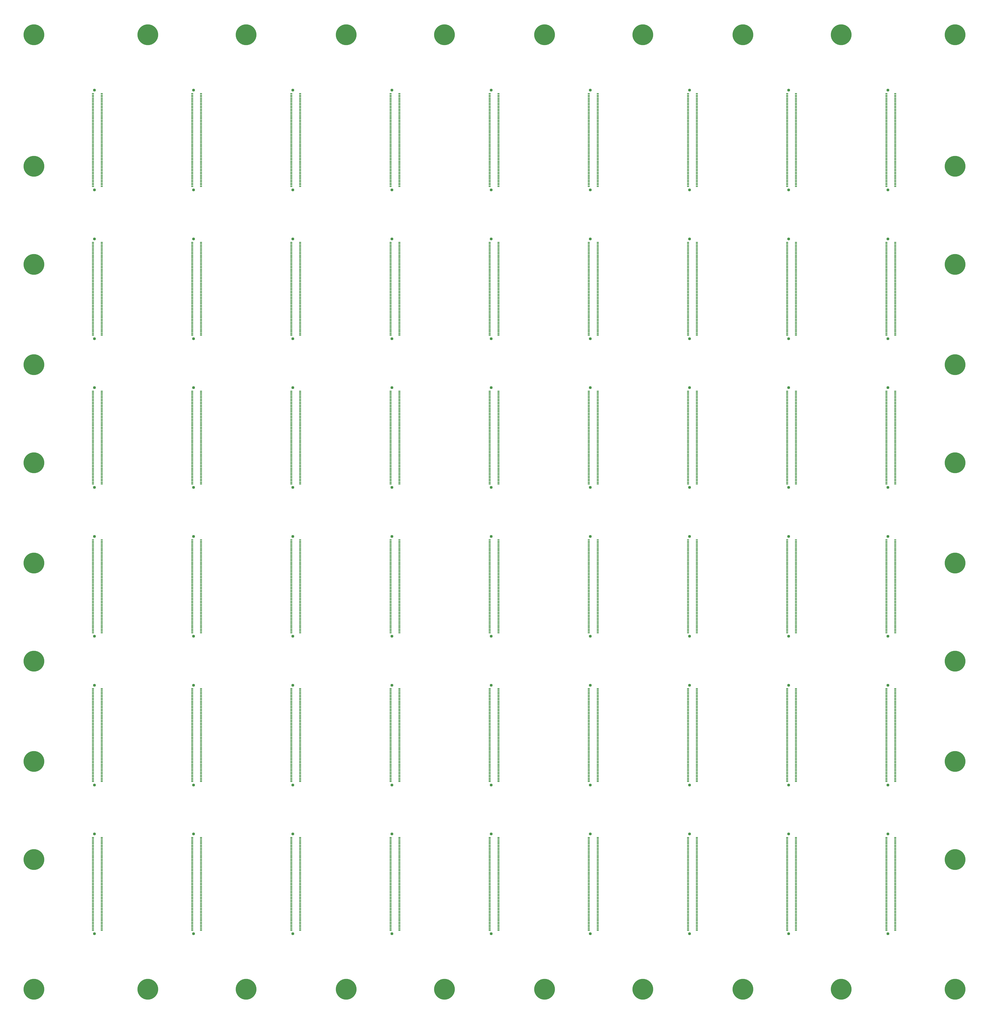
<source format=gbr>
%TF.GenerationSoftware,KiCad,Pcbnew,(5.1.9-0-10_14)*%
%TF.CreationDate,2021-06-02T17:00:15-04:00*%
%TF.ProjectId,9x9backplane,39783962-6163-46b7-906c-616e652e6b69,C*%
%TF.SameCoordinates,Original*%
%TF.FileFunction,Soldermask,Bot*%
%TF.FilePolarity,Negative*%
%FSLAX46Y46*%
G04 Gerber Fmt 4.6, Leading zero omitted, Abs format (unit mm)*
G04 Created by KiCad (PCBNEW (5.1.9-0-10_14)) date 2021-06-02 17:00:15*
%MOMM*%
%LPD*%
G01*
G04 APERTURE LIST*
%ADD10C,10.600000*%
%ADD11R,1.100000X0.500000*%
%ADD12C,1.450000*%
G04 APERTURE END LIST*
D10*
%TO.C,*%
X476000000Y-276000000D03*
%TD*%
%TO.C,*%
X476000000Y-427000000D03*
%TD*%
%TO.C,*%
X476000000Y-7000000D03*
%TD*%
%TO.C,*%
X476000000Y-225000000D03*
%TD*%
%TO.C,*%
X476000000Y-74000000D03*
%TD*%
%TO.C,*%
X476000000Y-326000000D03*
%TD*%
%TO.C,*%
X476000000Y-377000000D03*
%TD*%
%TO.C,*%
X476000000Y-124000000D03*
%TD*%
%TO.C,*%
X476000000Y-175000000D03*
%TD*%
%TO.C,*%
X7000000Y-74000000D03*
%TD*%
%TO.C,*%
X7000000Y-225000000D03*
%TD*%
%TO.C,*%
X7000000Y-124000000D03*
%TD*%
%TO.C,*%
X7000000Y-175000000D03*
%TD*%
%TO.C,*%
X7000000Y-326000000D03*
%TD*%
%TO.C,*%
X7000000Y-276000000D03*
%TD*%
%TO.C,*%
X7000000Y-377000000D03*
%TD*%
%TO.C,*%
X7000000Y-427000000D03*
%TD*%
%TO.C,*%
X7000000Y-493000000D03*
%TD*%
%TO.C,*%
X216000000Y-493000000D03*
%TD*%
%TO.C,*%
X476000000Y-493000000D03*
%TD*%
%TO.C,*%
X418000000Y-493000000D03*
%TD*%
%TO.C,*%
X267000000Y-493000000D03*
%TD*%
%TO.C,*%
X65000000Y-493000000D03*
%TD*%
%TO.C,*%
X115000000Y-493000000D03*
%TD*%
%TO.C,*%
X317000000Y-493000000D03*
%TD*%
%TO.C,*%
X368000000Y-493000000D03*
%TD*%
%TO.C,*%
X166000000Y-493000000D03*
%TD*%
%TO.C,*%
X267000000Y-7000000D03*
%TD*%
%TO.C,*%
X418000000Y-7000000D03*
%TD*%
%TO.C,*%
X368000000Y-7000000D03*
%TD*%
%TO.C,*%
X317000000Y-7000000D03*
%TD*%
%TO.C,*%
X166000000Y-7000000D03*
%TD*%
%TO.C,*%
X216000000Y-7000000D03*
%TD*%
%TO.C,*%
X115000000Y-7000000D03*
%TD*%
%TO.C,*%
X65000000Y-7000000D03*
%TD*%
%TO.C,*%
X7000000Y-7000000D03*
%TD*%
D11*
%TO.C,J902*%
X445549680Y-415775000D03*
X441049680Y-415775000D03*
X445549680Y-416575000D03*
X441049680Y-416575000D03*
X445549680Y-417375000D03*
X441049680Y-417375000D03*
X445549680Y-418175000D03*
X441049680Y-418175000D03*
X445549680Y-418975000D03*
X441049680Y-418975000D03*
X445549680Y-419775000D03*
X441049680Y-419775000D03*
X445549680Y-420575000D03*
X441049680Y-420575000D03*
X445549680Y-421375000D03*
X441049680Y-421375000D03*
X445549680Y-422175000D03*
X441049680Y-422175000D03*
X445549680Y-422975000D03*
X441049680Y-422975000D03*
X445549680Y-423775000D03*
X441049680Y-423775000D03*
X445549680Y-424575000D03*
X441049680Y-424575000D03*
X445549680Y-425375000D03*
X441049680Y-425375000D03*
X445549680Y-426175000D03*
X441049680Y-426175000D03*
X445549680Y-426975000D03*
X441049680Y-426975000D03*
X445549680Y-427775000D03*
X441049680Y-427775000D03*
X445549680Y-428575000D03*
X441049680Y-428575000D03*
X445549680Y-429375000D03*
X441049680Y-429375000D03*
X445549680Y-430175000D03*
X441049680Y-430175000D03*
X445549680Y-430975000D03*
X441049680Y-430975000D03*
X445549680Y-431775000D03*
X441049680Y-431775000D03*
X445549680Y-432575000D03*
X441049680Y-432575000D03*
X445549680Y-433375000D03*
X441049680Y-433375000D03*
X445549680Y-434175000D03*
X441049680Y-434175000D03*
X445549680Y-434975000D03*
X441049680Y-434975000D03*
X445549680Y-435775000D03*
X441049680Y-435775000D03*
X445549680Y-436575000D03*
X441049680Y-436575000D03*
X445549680Y-437375000D03*
X441049680Y-437375000D03*
X445549680Y-438175000D03*
X441049680Y-438175000D03*
X445549680Y-438975000D03*
X441049680Y-438975000D03*
X445549680Y-439775000D03*
X441049680Y-439775000D03*
X445549680Y-440575000D03*
X441049680Y-440575000D03*
X445549680Y-441375000D03*
X441049680Y-441375000D03*
X445549680Y-442175000D03*
X441049680Y-442175000D03*
X445549680Y-442975000D03*
X441049680Y-442975000D03*
X445549680Y-443775000D03*
X441049680Y-443775000D03*
X445549680Y-444575000D03*
X441049680Y-444575000D03*
X445549680Y-445375000D03*
X441049680Y-445375000D03*
X445549680Y-446175000D03*
X441049680Y-446175000D03*
X445549680Y-446975000D03*
X441049680Y-446975000D03*
X445549680Y-447775000D03*
X441049680Y-447775000D03*
X445549680Y-448575000D03*
X441049680Y-448575000D03*
X445549680Y-449375000D03*
X441049680Y-449375000D03*
X445549680Y-450175000D03*
X441049680Y-450175000D03*
X445549680Y-450975000D03*
X441049680Y-450975000D03*
X445549680Y-451775000D03*
X441049680Y-451775000D03*
X445549680Y-452575000D03*
X441049680Y-452575000D03*
X445549680Y-453375000D03*
X441049680Y-453375000D03*
X445549680Y-454175000D03*
X441049680Y-454175000D03*
X445549680Y-454975000D03*
X441049680Y-454975000D03*
X445549680Y-455775000D03*
X441049680Y-455775000D03*
X445549680Y-456575000D03*
X441049680Y-456575000D03*
X445549680Y-457375000D03*
X441049680Y-457375000D03*
X445549680Y-458175000D03*
X441049680Y-458175000D03*
X445549680Y-458975000D03*
X441049680Y-458975000D03*
X445549680Y-459775000D03*
X441049680Y-459775000D03*
X445549680Y-460575000D03*
X441049680Y-460575000D03*
X445549680Y-461375000D03*
X441049680Y-461375000D03*
X445549680Y-462175000D03*
X441049680Y-462175000D03*
X445549680Y-462975000D03*
X441049680Y-462975000D03*
D12*
X441799680Y-413975000D03*
X441799680Y-464775000D03*
%TD*%
%TO.C,J702*%
X441799680Y-389025000D03*
X441799680Y-338225000D03*
D11*
X441049680Y-387225000D03*
X445549680Y-387225000D03*
X441049680Y-386425000D03*
X445549680Y-386425000D03*
X441049680Y-385625000D03*
X445549680Y-385625000D03*
X441049680Y-384825000D03*
X445549680Y-384825000D03*
X441049680Y-384025000D03*
X445549680Y-384025000D03*
X441049680Y-383225000D03*
X445549680Y-383225000D03*
X441049680Y-382425000D03*
X445549680Y-382425000D03*
X441049680Y-381625000D03*
X445549680Y-381625000D03*
X441049680Y-380825000D03*
X445549680Y-380825000D03*
X441049680Y-380025000D03*
X445549680Y-380025000D03*
X441049680Y-379225000D03*
X445549680Y-379225000D03*
X441049680Y-378425000D03*
X445549680Y-378425000D03*
X441049680Y-377625000D03*
X445549680Y-377625000D03*
X441049680Y-376825000D03*
X445549680Y-376825000D03*
X441049680Y-376025000D03*
X445549680Y-376025000D03*
X441049680Y-375225000D03*
X445549680Y-375225000D03*
X441049680Y-374425000D03*
X445549680Y-374425000D03*
X441049680Y-373625000D03*
X445549680Y-373625000D03*
X441049680Y-372825000D03*
X445549680Y-372825000D03*
X441049680Y-372025000D03*
X445549680Y-372025000D03*
X441049680Y-371225000D03*
X445549680Y-371225000D03*
X441049680Y-370425000D03*
X445549680Y-370425000D03*
X441049680Y-369625000D03*
X445549680Y-369625000D03*
X441049680Y-368825000D03*
X445549680Y-368825000D03*
X441049680Y-368025000D03*
X445549680Y-368025000D03*
X441049680Y-367225000D03*
X445549680Y-367225000D03*
X441049680Y-366425000D03*
X445549680Y-366425000D03*
X441049680Y-365625000D03*
X445549680Y-365625000D03*
X441049680Y-364825000D03*
X445549680Y-364825000D03*
X441049680Y-364025000D03*
X445549680Y-364025000D03*
X441049680Y-363225000D03*
X445549680Y-363225000D03*
X441049680Y-362425000D03*
X445549680Y-362425000D03*
X441049680Y-361625000D03*
X445549680Y-361625000D03*
X441049680Y-360825000D03*
X445549680Y-360825000D03*
X441049680Y-360025000D03*
X445549680Y-360025000D03*
X441049680Y-359225000D03*
X445549680Y-359225000D03*
X441049680Y-358425000D03*
X445549680Y-358425000D03*
X441049680Y-357625000D03*
X445549680Y-357625000D03*
X441049680Y-356825000D03*
X445549680Y-356825000D03*
X441049680Y-356025000D03*
X445549680Y-356025000D03*
X441049680Y-355225000D03*
X445549680Y-355225000D03*
X441049680Y-354425000D03*
X445549680Y-354425000D03*
X441049680Y-353625000D03*
X445549680Y-353625000D03*
X441049680Y-352825000D03*
X445549680Y-352825000D03*
X441049680Y-352025000D03*
X445549680Y-352025000D03*
X441049680Y-351225000D03*
X445549680Y-351225000D03*
X441049680Y-350425000D03*
X445549680Y-350425000D03*
X441049680Y-349625000D03*
X445549680Y-349625000D03*
X441049680Y-348825000D03*
X445549680Y-348825000D03*
X441049680Y-348025000D03*
X445549680Y-348025000D03*
X441049680Y-347225000D03*
X445549680Y-347225000D03*
X441049680Y-346425000D03*
X445549680Y-346425000D03*
X441049680Y-345625000D03*
X445549680Y-345625000D03*
X441049680Y-344825000D03*
X445549680Y-344825000D03*
X441049680Y-344025000D03*
X445549680Y-344025000D03*
X441049680Y-343225000D03*
X445549680Y-343225000D03*
X441049680Y-342425000D03*
X445549680Y-342425000D03*
X441049680Y-341625000D03*
X445549680Y-341625000D03*
X441049680Y-340825000D03*
X445549680Y-340825000D03*
X441049680Y-340025000D03*
X445549680Y-340025000D03*
%TD*%
%TO.C,J602*%
X445549680Y-264275000D03*
X441049680Y-264275000D03*
X445549680Y-265075000D03*
X441049680Y-265075000D03*
X445549680Y-265875000D03*
X441049680Y-265875000D03*
X445549680Y-266675000D03*
X441049680Y-266675000D03*
X445549680Y-267475000D03*
X441049680Y-267475000D03*
X445549680Y-268275000D03*
X441049680Y-268275000D03*
X445549680Y-269075000D03*
X441049680Y-269075000D03*
X445549680Y-269875000D03*
X441049680Y-269875000D03*
X445549680Y-270675000D03*
X441049680Y-270675000D03*
X445549680Y-271475000D03*
X441049680Y-271475000D03*
X445549680Y-272275000D03*
X441049680Y-272275000D03*
X445549680Y-273075000D03*
X441049680Y-273075000D03*
X445549680Y-273875000D03*
X441049680Y-273875000D03*
X445549680Y-274675000D03*
X441049680Y-274675000D03*
X445549680Y-275475000D03*
X441049680Y-275475000D03*
X445549680Y-276275000D03*
X441049680Y-276275000D03*
X445549680Y-277075000D03*
X441049680Y-277075000D03*
X445549680Y-277875000D03*
X441049680Y-277875000D03*
X445549680Y-278675000D03*
X441049680Y-278675000D03*
X445549680Y-279475000D03*
X441049680Y-279475000D03*
X445549680Y-280275000D03*
X441049680Y-280275000D03*
X445549680Y-281075000D03*
X441049680Y-281075000D03*
X445549680Y-281875000D03*
X441049680Y-281875000D03*
X445549680Y-282675000D03*
X441049680Y-282675000D03*
X445549680Y-283475000D03*
X441049680Y-283475000D03*
X445549680Y-284275000D03*
X441049680Y-284275000D03*
X445549680Y-285075000D03*
X441049680Y-285075000D03*
X445549680Y-285875000D03*
X441049680Y-285875000D03*
X445549680Y-286675000D03*
X441049680Y-286675000D03*
X445549680Y-287475000D03*
X441049680Y-287475000D03*
X445549680Y-288275000D03*
X441049680Y-288275000D03*
X445549680Y-289075000D03*
X441049680Y-289075000D03*
X445549680Y-289875000D03*
X441049680Y-289875000D03*
X445549680Y-290675000D03*
X441049680Y-290675000D03*
X445549680Y-291475000D03*
X441049680Y-291475000D03*
X445549680Y-292275000D03*
X441049680Y-292275000D03*
X445549680Y-293075000D03*
X441049680Y-293075000D03*
X445549680Y-293875000D03*
X441049680Y-293875000D03*
X445549680Y-294675000D03*
X441049680Y-294675000D03*
X445549680Y-295475000D03*
X441049680Y-295475000D03*
X445549680Y-296275000D03*
X441049680Y-296275000D03*
X445549680Y-297075000D03*
X441049680Y-297075000D03*
X445549680Y-297875000D03*
X441049680Y-297875000D03*
X445549680Y-298675000D03*
X441049680Y-298675000D03*
X445549680Y-299475000D03*
X441049680Y-299475000D03*
X445549680Y-300275000D03*
X441049680Y-300275000D03*
X445549680Y-301075000D03*
X441049680Y-301075000D03*
X445549680Y-301875000D03*
X441049680Y-301875000D03*
X445549680Y-302675000D03*
X441049680Y-302675000D03*
X445549680Y-303475000D03*
X441049680Y-303475000D03*
X445549680Y-304275000D03*
X441049680Y-304275000D03*
X445549680Y-305075000D03*
X441049680Y-305075000D03*
X445549680Y-305875000D03*
X441049680Y-305875000D03*
X445549680Y-306675000D03*
X441049680Y-306675000D03*
X445549680Y-307475000D03*
X441049680Y-307475000D03*
X445549680Y-308275000D03*
X441049680Y-308275000D03*
X445549680Y-309075000D03*
X441049680Y-309075000D03*
X445549680Y-309875000D03*
X441049680Y-309875000D03*
X445549680Y-310675000D03*
X441049680Y-310675000D03*
X445549680Y-311475000D03*
X441049680Y-311475000D03*
D12*
X441799680Y-262475000D03*
X441799680Y-313275000D03*
%TD*%
%TO.C,J402*%
X441799680Y-237525000D03*
X441799680Y-186725000D03*
D11*
X441049680Y-235725000D03*
X445549680Y-235725000D03*
X441049680Y-234925000D03*
X445549680Y-234925000D03*
X441049680Y-234125000D03*
X445549680Y-234125000D03*
X441049680Y-233325000D03*
X445549680Y-233325000D03*
X441049680Y-232525000D03*
X445549680Y-232525000D03*
X441049680Y-231725000D03*
X445549680Y-231725000D03*
X441049680Y-230925000D03*
X445549680Y-230925000D03*
X441049680Y-230125000D03*
X445549680Y-230125000D03*
X441049680Y-229325000D03*
X445549680Y-229325000D03*
X441049680Y-228525000D03*
X445549680Y-228525000D03*
X441049680Y-227725000D03*
X445549680Y-227725000D03*
X441049680Y-226925000D03*
X445549680Y-226925000D03*
X441049680Y-226125000D03*
X445549680Y-226125000D03*
X441049680Y-225325000D03*
X445549680Y-225325000D03*
X441049680Y-224525000D03*
X445549680Y-224525000D03*
X441049680Y-223725000D03*
X445549680Y-223725000D03*
X441049680Y-222925000D03*
X445549680Y-222925000D03*
X441049680Y-222125000D03*
X445549680Y-222125000D03*
X441049680Y-221325000D03*
X445549680Y-221325000D03*
X441049680Y-220525000D03*
X445549680Y-220525000D03*
X441049680Y-219725000D03*
X445549680Y-219725000D03*
X441049680Y-218925000D03*
X445549680Y-218925000D03*
X441049680Y-218125000D03*
X445549680Y-218125000D03*
X441049680Y-217325000D03*
X445549680Y-217325000D03*
X441049680Y-216525000D03*
X445549680Y-216525000D03*
X441049680Y-215725000D03*
X445549680Y-215725000D03*
X441049680Y-214925000D03*
X445549680Y-214925000D03*
X441049680Y-214125000D03*
X445549680Y-214125000D03*
X441049680Y-213325000D03*
X445549680Y-213325000D03*
X441049680Y-212525000D03*
X445549680Y-212525000D03*
X441049680Y-211725000D03*
X445549680Y-211725000D03*
X441049680Y-210925000D03*
X445549680Y-210925000D03*
X441049680Y-210125000D03*
X445549680Y-210125000D03*
X441049680Y-209325000D03*
X445549680Y-209325000D03*
X441049680Y-208525000D03*
X445549680Y-208525000D03*
X441049680Y-207725000D03*
X445549680Y-207725000D03*
X441049680Y-206925000D03*
X445549680Y-206925000D03*
X441049680Y-206125000D03*
X445549680Y-206125000D03*
X441049680Y-205325000D03*
X445549680Y-205325000D03*
X441049680Y-204525000D03*
X445549680Y-204525000D03*
X441049680Y-203725000D03*
X445549680Y-203725000D03*
X441049680Y-202925000D03*
X445549680Y-202925000D03*
X441049680Y-202125000D03*
X445549680Y-202125000D03*
X441049680Y-201325000D03*
X445549680Y-201325000D03*
X441049680Y-200525000D03*
X445549680Y-200525000D03*
X441049680Y-199725000D03*
X445549680Y-199725000D03*
X441049680Y-198925000D03*
X445549680Y-198925000D03*
X441049680Y-198125000D03*
X445549680Y-198125000D03*
X441049680Y-197325000D03*
X445549680Y-197325000D03*
X441049680Y-196525000D03*
X445549680Y-196525000D03*
X441049680Y-195725000D03*
X445549680Y-195725000D03*
X441049680Y-194925000D03*
X445549680Y-194925000D03*
X441049680Y-194125000D03*
X445549680Y-194125000D03*
X441049680Y-193325000D03*
X445549680Y-193325000D03*
X441049680Y-192525000D03*
X445549680Y-192525000D03*
X441049680Y-191725000D03*
X445549680Y-191725000D03*
X441049680Y-190925000D03*
X445549680Y-190925000D03*
X441049680Y-190125000D03*
X445549680Y-190125000D03*
X441049680Y-189325000D03*
X445549680Y-189325000D03*
X441049680Y-188525000D03*
X445549680Y-188525000D03*
%TD*%
D12*
%TO.C,J102*%
X441799680Y-86025000D03*
X441799680Y-35225000D03*
D11*
X441049680Y-84225000D03*
X445549680Y-84225000D03*
X441049680Y-83425000D03*
X445549680Y-83425000D03*
X441049680Y-82625000D03*
X445549680Y-82625000D03*
X441049680Y-81825000D03*
X445549680Y-81825000D03*
X441049680Y-81025000D03*
X445549680Y-81025000D03*
X441049680Y-80225000D03*
X445549680Y-80225000D03*
X441049680Y-79425000D03*
X445549680Y-79425000D03*
X441049680Y-78625000D03*
X445549680Y-78625000D03*
X441049680Y-77825000D03*
X445549680Y-77825000D03*
X441049680Y-77025000D03*
X445549680Y-77025000D03*
X441049680Y-76225000D03*
X445549680Y-76225000D03*
X441049680Y-75425000D03*
X445549680Y-75425000D03*
X441049680Y-74625000D03*
X445549680Y-74625000D03*
X441049680Y-73825000D03*
X445549680Y-73825000D03*
X441049680Y-73025000D03*
X445549680Y-73025000D03*
X441049680Y-72225000D03*
X445549680Y-72225000D03*
X441049680Y-71425000D03*
X445549680Y-71425000D03*
X441049680Y-70625000D03*
X445549680Y-70625000D03*
X441049680Y-69825000D03*
X445549680Y-69825000D03*
X441049680Y-69025000D03*
X445549680Y-69025000D03*
X441049680Y-68225000D03*
X445549680Y-68225000D03*
X441049680Y-67425000D03*
X445549680Y-67425000D03*
X441049680Y-66625000D03*
X445549680Y-66625000D03*
X441049680Y-65825000D03*
X445549680Y-65825000D03*
X441049680Y-65025000D03*
X445549680Y-65025000D03*
X441049680Y-64225000D03*
X445549680Y-64225000D03*
X441049680Y-63425000D03*
X445549680Y-63425000D03*
X441049680Y-62625000D03*
X445549680Y-62625000D03*
X441049680Y-61825000D03*
X445549680Y-61825000D03*
X441049680Y-61025000D03*
X445549680Y-61025000D03*
X441049680Y-60225000D03*
X445549680Y-60225000D03*
X441049680Y-59425000D03*
X445549680Y-59425000D03*
X441049680Y-58625000D03*
X445549680Y-58625000D03*
X441049680Y-57825000D03*
X445549680Y-57825000D03*
X441049680Y-57025000D03*
X445549680Y-57025000D03*
X441049680Y-56225000D03*
X445549680Y-56225000D03*
X441049680Y-55425000D03*
X445549680Y-55425000D03*
X441049680Y-54625000D03*
X445549680Y-54625000D03*
X441049680Y-53825000D03*
X445549680Y-53825000D03*
X441049680Y-53025000D03*
X445549680Y-53025000D03*
X441049680Y-52225000D03*
X445549680Y-52225000D03*
X441049680Y-51425000D03*
X445549680Y-51425000D03*
X441049680Y-50625000D03*
X445549680Y-50625000D03*
X441049680Y-49825000D03*
X445549680Y-49825000D03*
X441049680Y-49025000D03*
X445549680Y-49025000D03*
X441049680Y-48225000D03*
X445549680Y-48225000D03*
X441049680Y-47425000D03*
X445549680Y-47425000D03*
X441049680Y-46625000D03*
X445549680Y-46625000D03*
X441049680Y-45825000D03*
X445549680Y-45825000D03*
X441049680Y-45025000D03*
X445549680Y-45025000D03*
X441049680Y-44225000D03*
X445549680Y-44225000D03*
X441049680Y-43425000D03*
X445549680Y-43425000D03*
X441049680Y-42625000D03*
X445549680Y-42625000D03*
X441049680Y-41825000D03*
X445549680Y-41825000D03*
X441049680Y-41025000D03*
X445549680Y-41025000D03*
X441049680Y-40225000D03*
X445549680Y-40225000D03*
X441049680Y-39425000D03*
X445549680Y-39425000D03*
X441049680Y-38625000D03*
X445549680Y-38625000D03*
X441049680Y-37825000D03*
X445549680Y-37825000D03*
X441049680Y-37025000D03*
X445549680Y-37025000D03*
%TD*%
D12*
%TO.C,J302*%
X441799680Y-161775000D03*
X441799680Y-110975000D03*
D11*
X441049680Y-159975000D03*
X445549680Y-159975000D03*
X441049680Y-159175000D03*
X445549680Y-159175000D03*
X441049680Y-158375000D03*
X445549680Y-158375000D03*
X441049680Y-157575000D03*
X445549680Y-157575000D03*
X441049680Y-156775000D03*
X445549680Y-156775000D03*
X441049680Y-155975000D03*
X445549680Y-155975000D03*
X441049680Y-155175000D03*
X445549680Y-155175000D03*
X441049680Y-154375000D03*
X445549680Y-154375000D03*
X441049680Y-153575000D03*
X445549680Y-153575000D03*
X441049680Y-152775000D03*
X445549680Y-152775000D03*
X441049680Y-151975000D03*
X445549680Y-151975000D03*
X441049680Y-151175000D03*
X445549680Y-151175000D03*
X441049680Y-150375000D03*
X445549680Y-150375000D03*
X441049680Y-149575000D03*
X445549680Y-149575000D03*
X441049680Y-148775000D03*
X445549680Y-148775000D03*
X441049680Y-147975000D03*
X445549680Y-147975000D03*
X441049680Y-147175000D03*
X445549680Y-147175000D03*
X441049680Y-146375000D03*
X445549680Y-146375000D03*
X441049680Y-145575000D03*
X445549680Y-145575000D03*
X441049680Y-144775000D03*
X445549680Y-144775000D03*
X441049680Y-143975000D03*
X445549680Y-143975000D03*
X441049680Y-143175000D03*
X445549680Y-143175000D03*
X441049680Y-142375000D03*
X445549680Y-142375000D03*
X441049680Y-141575000D03*
X445549680Y-141575000D03*
X441049680Y-140775000D03*
X445549680Y-140775000D03*
X441049680Y-139975000D03*
X445549680Y-139975000D03*
X441049680Y-139175000D03*
X445549680Y-139175000D03*
X441049680Y-138375000D03*
X445549680Y-138375000D03*
X441049680Y-137575000D03*
X445549680Y-137575000D03*
X441049680Y-136775000D03*
X445549680Y-136775000D03*
X441049680Y-135975000D03*
X445549680Y-135975000D03*
X441049680Y-135175000D03*
X445549680Y-135175000D03*
X441049680Y-134375000D03*
X445549680Y-134375000D03*
X441049680Y-133575000D03*
X445549680Y-133575000D03*
X441049680Y-132775000D03*
X445549680Y-132775000D03*
X441049680Y-131975000D03*
X445549680Y-131975000D03*
X441049680Y-131175000D03*
X445549680Y-131175000D03*
X441049680Y-130375000D03*
X445549680Y-130375000D03*
X441049680Y-129575000D03*
X445549680Y-129575000D03*
X441049680Y-128775000D03*
X445549680Y-128775000D03*
X441049680Y-127975000D03*
X445549680Y-127975000D03*
X441049680Y-127175000D03*
X445549680Y-127175000D03*
X441049680Y-126375000D03*
X445549680Y-126375000D03*
X441049680Y-125575000D03*
X445549680Y-125575000D03*
X441049680Y-124775000D03*
X445549680Y-124775000D03*
X441049680Y-123975000D03*
X445549680Y-123975000D03*
X441049680Y-123175000D03*
X445549680Y-123175000D03*
X441049680Y-122375000D03*
X445549680Y-122375000D03*
X441049680Y-121575000D03*
X445549680Y-121575000D03*
X441049680Y-120775000D03*
X445549680Y-120775000D03*
X441049680Y-119975000D03*
X445549680Y-119975000D03*
X441049680Y-119175000D03*
X445549680Y-119175000D03*
X441049680Y-118375000D03*
X445549680Y-118375000D03*
X441049680Y-117575000D03*
X445549680Y-117575000D03*
X441049680Y-116775000D03*
X445549680Y-116775000D03*
X441049680Y-115975000D03*
X445549680Y-115975000D03*
X441049680Y-115175000D03*
X445549680Y-115175000D03*
X441049680Y-114375000D03*
X445549680Y-114375000D03*
X441049680Y-113575000D03*
X445549680Y-113575000D03*
X441049680Y-112775000D03*
X445549680Y-112775000D03*
%TD*%
%TO.C,J402*%
X243549680Y-188525000D03*
X239049680Y-188525000D03*
X243549680Y-189325000D03*
X239049680Y-189325000D03*
X243549680Y-190125000D03*
X239049680Y-190125000D03*
X243549680Y-190925000D03*
X239049680Y-190925000D03*
X243549680Y-191725000D03*
X239049680Y-191725000D03*
X243549680Y-192525000D03*
X239049680Y-192525000D03*
X243549680Y-193325000D03*
X239049680Y-193325000D03*
X243549680Y-194125000D03*
X239049680Y-194125000D03*
X243549680Y-194925000D03*
X239049680Y-194925000D03*
X243549680Y-195725000D03*
X239049680Y-195725000D03*
X243549680Y-196525000D03*
X239049680Y-196525000D03*
X243549680Y-197325000D03*
X239049680Y-197325000D03*
X243549680Y-198125000D03*
X239049680Y-198125000D03*
X243549680Y-198925000D03*
X239049680Y-198925000D03*
X243549680Y-199725000D03*
X239049680Y-199725000D03*
X243549680Y-200525000D03*
X239049680Y-200525000D03*
X243549680Y-201325000D03*
X239049680Y-201325000D03*
X243549680Y-202125000D03*
X239049680Y-202125000D03*
X243549680Y-202925000D03*
X239049680Y-202925000D03*
X243549680Y-203725000D03*
X239049680Y-203725000D03*
X243549680Y-204525000D03*
X239049680Y-204525000D03*
X243549680Y-205325000D03*
X239049680Y-205325000D03*
X243549680Y-206125000D03*
X239049680Y-206125000D03*
X243549680Y-206925000D03*
X239049680Y-206925000D03*
X243549680Y-207725000D03*
X239049680Y-207725000D03*
X243549680Y-208525000D03*
X239049680Y-208525000D03*
X243549680Y-209325000D03*
X239049680Y-209325000D03*
X243549680Y-210125000D03*
X239049680Y-210125000D03*
X243549680Y-210925000D03*
X239049680Y-210925000D03*
X243549680Y-211725000D03*
X239049680Y-211725000D03*
X243549680Y-212525000D03*
X239049680Y-212525000D03*
X243549680Y-213325000D03*
X239049680Y-213325000D03*
X243549680Y-214125000D03*
X239049680Y-214125000D03*
X243549680Y-214925000D03*
X239049680Y-214925000D03*
X243549680Y-215725000D03*
X239049680Y-215725000D03*
X243549680Y-216525000D03*
X239049680Y-216525000D03*
X243549680Y-217325000D03*
X239049680Y-217325000D03*
X243549680Y-218125000D03*
X239049680Y-218125000D03*
X243549680Y-218925000D03*
X239049680Y-218925000D03*
X243549680Y-219725000D03*
X239049680Y-219725000D03*
X243549680Y-220525000D03*
X239049680Y-220525000D03*
X243549680Y-221325000D03*
X239049680Y-221325000D03*
X243549680Y-222125000D03*
X239049680Y-222125000D03*
X243549680Y-222925000D03*
X239049680Y-222925000D03*
X243549680Y-223725000D03*
X239049680Y-223725000D03*
X243549680Y-224525000D03*
X239049680Y-224525000D03*
X243549680Y-225325000D03*
X239049680Y-225325000D03*
X243549680Y-226125000D03*
X239049680Y-226125000D03*
X243549680Y-226925000D03*
X239049680Y-226925000D03*
X243549680Y-227725000D03*
X239049680Y-227725000D03*
X243549680Y-228525000D03*
X239049680Y-228525000D03*
X243549680Y-229325000D03*
X239049680Y-229325000D03*
X243549680Y-230125000D03*
X239049680Y-230125000D03*
X243549680Y-230925000D03*
X239049680Y-230925000D03*
X243549680Y-231725000D03*
X239049680Y-231725000D03*
X243549680Y-232525000D03*
X239049680Y-232525000D03*
X243549680Y-233325000D03*
X239049680Y-233325000D03*
X243549680Y-234125000D03*
X239049680Y-234125000D03*
X243549680Y-234925000D03*
X239049680Y-234925000D03*
X243549680Y-235725000D03*
X239049680Y-235725000D03*
D12*
X239799680Y-186725000D03*
X239799680Y-237525000D03*
%TD*%
D11*
%TO.C,J102*%
X243549680Y-37025000D03*
X239049680Y-37025000D03*
X243549680Y-37825000D03*
X239049680Y-37825000D03*
X243549680Y-38625000D03*
X239049680Y-38625000D03*
X243549680Y-39425000D03*
X239049680Y-39425000D03*
X243549680Y-40225000D03*
X239049680Y-40225000D03*
X243549680Y-41025000D03*
X239049680Y-41025000D03*
X243549680Y-41825000D03*
X239049680Y-41825000D03*
X243549680Y-42625000D03*
X239049680Y-42625000D03*
X243549680Y-43425000D03*
X239049680Y-43425000D03*
X243549680Y-44225000D03*
X239049680Y-44225000D03*
X243549680Y-45025000D03*
X239049680Y-45025000D03*
X243549680Y-45825000D03*
X239049680Y-45825000D03*
X243549680Y-46625000D03*
X239049680Y-46625000D03*
X243549680Y-47425000D03*
X239049680Y-47425000D03*
X243549680Y-48225000D03*
X239049680Y-48225000D03*
X243549680Y-49025000D03*
X239049680Y-49025000D03*
X243549680Y-49825000D03*
X239049680Y-49825000D03*
X243549680Y-50625000D03*
X239049680Y-50625000D03*
X243549680Y-51425000D03*
X239049680Y-51425000D03*
X243549680Y-52225000D03*
X239049680Y-52225000D03*
X243549680Y-53025000D03*
X239049680Y-53025000D03*
X243549680Y-53825000D03*
X239049680Y-53825000D03*
X243549680Y-54625000D03*
X239049680Y-54625000D03*
X243549680Y-55425000D03*
X239049680Y-55425000D03*
X243549680Y-56225000D03*
X239049680Y-56225000D03*
X243549680Y-57025000D03*
X239049680Y-57025000D03*
X243549680Y-57825000D03*
X239049680Y-57825000D03*
X243549680Y-58625000D03*
X239049680Y-58625000D03*
X243549680Y-59425000D03*
X239049680Y-59425000D03*
X243549680Y-60225000D03*
X239049680Y-60225000D03*
X243549680Y-61025000D03*
X239049680Y-61025000D03*
X243549680Y-61825000D03*
X239049680Y-61825000D03*
X243549680Y-62625000D03*
X239049680Y-62625000D03*
X243549680Y-63425000D03*
X239049680Y-63425000D03*
X243549680Y-64225000D03*
X239049680Y-64225000D03*
X243549680Y-65025000D03*
X239049680Y-65025000D03*
X243549680Y-65825000D03*
X239049680Y-65825000D03*
X243549680Y-66625000D03*
X239049680Y-66625000D03*
X243549680Y-67425000D03*
X239049680Y-67425000D03*
X243549680Y-68225000D03*
X239049680Y-68225000D03*
X243549680Y-69025000D03*
X239049680Y-69025000D03*
X243549680Y-69825000D03*
X239049680Y-69825000D03*
X243549680Y-70625000D03*
X239049680Y-70625000D03*
X243549680Y-71425000D03*
X239049680Y-71425000D03*
X243549680Y-72225000D03*
X239049680Y-72225000D03*
X243549680Y-73025000D03*
X239049680Y-73025000D03*
X243549680Y-73825000D03*
X239049680Y-73825000D03*
X243549680Y-74625000D03*
X239049680Y-74625000D03*
X243549680Y-75425000D03*
X239049680Y-75425000D03*
X243549680Y-76225000D03*
X239049680Y-76225000D03*
X243549680Y-77025000D03*
X239049680Y-77025000D03*
X243549680Y-77825000D03*
X239049680Y-77825000D03*
X243549680Y-78625000D03*
X239049680Y-78625000D03*
X243549680Y-79425000D03*
X239049680Y-79425000D03*
X243549680Y-80225000D03*
X239049680Y-80225000D03*
X243549680Y-81025000D03*
X239049680Y-81025000D03*
X243549680Y-81825000D03*
X239049680Y-81825000D03*
X243549680Y-82625000D03*
X239049680Y-82625000D03*
X243549680Y-83425000D03*
X239049680Y-83425000D03*
X243549680Y-84225000D03*
X239049680Y-84225000D03*
D12*
X239799680Y-35225000D03*
X239799680Y-86025000D03*
%TD*%
D11*
%TO.C,J302*%
X243549680Y-112775000D03*
X239049680Y-112775000D03*
X243549680Y-113575000D03*
X239049680Y-113575000D03*
X243549680Y-114375000D03*
X239049680Y-114375000D03*
X243549680Y-115175000D03*
X239049680Y-115175000D03*
X243549680Y-115975000D03*
X239049680Y-115975000D03*
X243549680Y-116775000D03*
X239049680Y-116775000D03*
X243549680Y-117575000D03*
X239049680Y-117575000D03*
X243549680Y-118375000D03*
X239049680Y-118375000D03*
X243549680Y-119175000D03*
X239049680Y-119175000D03*
X243549680Y-119975000D03*
X239049680Y-119975000D03*
X243549680Y-120775000D03*
X239049680Y-120775000D03*
X243549680Y-121575000D03*
X239049680Y-121575000D03*
X243549680Y-122375000D03*
X239049680Y-122375000D03*
X243549680Y-123175000D03*
X239049680Y-123175000D03*
X243549680Y-123975000D03*
X239049680Y-123975000D03*
X243549680Y-124775000D03*
X239049680Y-124775000D03*
X243549680Y-125575000D03*
X239049680Y-125575000D03*
X243549680Y-126375000D03*
X239049680Y-126375000D03*
X243549680Y-127175000D03*
X239049680Y-127175000D03*
X243549680Y-127975000D03*
X239049680Y-127975000D03*
X243549680Y-128775000D03*
X239049680Y-128775000D03*
X243549680Y-129575000D03*
X239049680Y-129575000D03*
X243549680Y-130375000D03*
X239049680Y-130375000D03*
X243549680Y-131175000D03*
X239049680Y-131175000D03*
X243549680Y-131975000D03*
X239049680Y-131975000D03*
X243549680Y-132775000D03*
X239049680Y-132775000D03*
X243549680Y-133575000D03*
X239049680Y-133575000D03*
X243549680Y-134375000D03*
X239049680Y-134375000D03*
X243549680Y-135175000D03*
X239049680Y-135175000D03*
X243549680Y-135975000D03*
X239049680Y-135975000D03*
X243549680Y-136775000D03*
X239049680Y-136775000D03*
X243549680Y-137575000D03*
X239049680Y-137575000D03*
X243549680Y-138375000D03*
X239049680Y-138375000D03*
X243549680Y-139175000D03*
X239049680Y-139175000D03*
X243549680Y-139975000D03*
X239049680Y-139975000D03*
X243549680Y-140775000D03*
X239049680Y-140775000D03*
X243549680Y-141575000D03*
X239049680Y-141575000D03*
X243549680Y-142375000D03*
X239049680Y-142375000D03*
X243549680Y-143175000D03*
X239049680Y-143175000D03*
X243549680Y-143975000D03*
X239049680Y-143975000D03*
X243549680Y-144775000D03*
X239049680Y-144775000D03*
X243549680Y-145575000D03*
X239049680Y-145575000D03*
X243549680Y-146375000D03*
X239049680Y-146375000D03*
X243549680Y-147175000D03*
X239049680Y-147175000D03*
X243549680Y-147975000D03*
X239049680Y-147975000D03*
X243549680Y-148775000D03*
X239049680Y-148775000D03*
X243549680Y-149575000D03*
X239049680Y-149575000D03*
X243549680Y-150375000D03*
X239049680Y-150375000D03*
X243549680Y-151175000D03*
X239049680Y-151175000D03*
X243549680Y-151975000D03*
X239049680Y-151975000D03*
X243549680Y-152775000D03*
X239049680Y-152775000D03*
X243549680Y-153575000D03*
X239049680Y-153575000D03*
X243549680Y-154375000D03*
X239049680Y-154375000D03*
X243549680Y-155175000D03*
X239049680Y-155175000D03*
X243549680Y-155975000D03*
X239049680Y-155975000D03*
X243549680Y-156775000D03*
X239049680Y-156775000D03*
X243549680Y-157575000D03*
X239049680Y-157575000D03*
X243549680Y-158375000D03*
X239049680Y-158375000D03*
X243549680Y-159175000D03*
X239049680Y-159175000D03*
X243549680Y-159975000D03*
X239049680Y-159975000D03*
D12*
X239799680Y-110975000D03*
X239799680Y-161775000D03*
%TD*%
%TO.C,J402*%
X290299680Y-237525000D03*
X290299680Y-186725000D03*
D11*
X289549680Y-235725000D03*
X294049680Y-235725000D03*
X289549680Y-234925000D03*
X294049680Y-234925000D03*
X289549680Y-234125000D03*
X294049680Y-234125000D03*
X289549680Y-233325000D03*
X294049680Y-233325000D03*
X289549680Y-232525000D03*
X294049680Y-232525000D03*
X289549680Y-231725000D03*
X294049680Y-231725000D03*
X289549680Y-230925000D03*
X294049680Y-230925000D03*
X289549680Y-230125000D03*
X294049680Y-230125000D03*
X289549680Y-229325000D03*
X294049680Y-229325000D03*
X289549680Y-228525000D03*
X294049680Y-228525000D03*
X289549680Y-227725000D03*
X294049680Y-227725000D03*
X289549680Y-226925000D03*
X294049680Y-226925000D03*
X289549680Y-226125000D03*
X294049680Y-226125000D03*
X289549680Y-225325000D03*
X294049680Y-225325000D03*
X289549680Y-224525000D03*
X294049680Y-224525000D03*
X289549680Y-223725000D03*
X294049680Y-223725000D03*
X289549680Y-222925000D03*
X294049680Y-222925000D03*
X289549680Y-222125000D03*
X294049680Y-222125000D03*
X289549680Y-221325000D03*
X294049680Y-221325000D03*
X289549680Y-220525000D03*
X294049680Y-220525000D03*
X289549680Y-219725000D03*
X294049680Y-219725000D03*
X289549680Y-218925000D03*
X294049680Y-218925000D03*
X289549680Y-218125000D03*
X294049680Y-218125000D03*
X289549680Y-217325000D03*
X294049680Y-217325000D03*
X289549680Y-216525000D03*
X294049680Y-216525000D03*
X289549680Y-215725000D03*
X294049680Y-215725000D03*
X289549680Y-214925000D03*
X294049680Y-214925000D03*
X289549680Y-214125000D03*
X294049680Y-214125000D03*
X289549680Y-213325000D03*
X294049680Y-213325000D03*
X289549680Y-212525000D03*
X294049680Y-212525000D03*
X289549680Y-211725000D03*
X294049680Y-211725000D03*
X289549680Y-210925000D03*
X294049680Y-210925000D03*
X289549680Y-210125000D03*
X294049680Y-210125000D03*
X289549680Y-209325000D03*
X294049680Y-209325000D03*
X289549680Y-208525000D03*
X294049680Y-208525000D03*
X289549680Y-207725000D03*
X294049680Y-207725000D03*
X289549680Y-206925000D03*
X294049680Y-206925000D03*
X289549680Y-206125000D03*
X294049680Y-206125000D03*
X289549680Y-205325000D03*
X294049680Y-205325000D03*
X289549680Y-204525000D03*
X294049680Y-204525000D03*
X289549680Y-203725000D03*
X294049680Y-203725000D03*
X289549680Y-202925000D03*
X294049680Y-202925000D03*
X289549680Y-202125000D03*
X294049680Y-202125000D03*
X289549680Y-201325000D03*
X294049680Y-201325000D03*
X289549680Y-200525000D03*
X294049680Y-200525000D03*
X289549680Y-199725000D03*
X294049680Y-199725000D03*
X289549680Y-198925000D03*
X294049680Y-198925000D03*
X289549680Y-198125000D03*
X294049680Y-198125000D03*
X289549680Y-197325000D03*
X294049680Y-197325000D03*
X289549680Y-196525000D03*
X294049680Y-196525000D03*
X289549680Y-195725000D03*
X294049680Y-195725000D03*
X289549680Y-194925000D03*
X294049680Y-194925000D03*
X289549680Y-194125000D03*
X294049680Y-194125000D03*
X289549680Y-193325000D03*
X294049680Y-193325000D03*
X289549680Y-192525000D03*
X294049680Y-192525000D03*
X289549680Y-191725000D03*
X294049680Y-191725000D03*
X289549680Y-190925000D03*
X294049680Y-190925000D03*
X289549680Y-190125000D03*
X294049680Y-190125000D03*
X289549680Y-189325000D03*
X294049680Y-189325000D03*
X289549680Y-188525000D03*
X294049680Y-188525000D03*
%TD*%
D12*
%TO.C,J102*%
X290299680Y-86025000D03*
X290299680Y-35225000D03*
D11*
X289549680Y-84225000D03*
X294049680Y-84225000D03*
X289549680Y-83425000D03*
X294049680Y-83425000D03*
X289549680Y-82625000D03*
X294049680Y-82625000D03*
X289549680Y-81825000D03*
X294049680Y-81825000D03*
X289549680Y-81025000D03*
X294049680Y-81025000D03*
X289549680Y-80225000D03*
X294049680Y-80225000D03*
X289549680Y-79425000D03*
X294049680Y-79425000D03*
X289549680Y-78625000D03*
X294049680Y-78625000D03*
X289549680Y-77825000D03*
X294049680Y-77825000D03*
X289549680Y-77025000D03*
X294049680Y-77025000D03*
X289549680Y-76225000D03*
X294049680Y-76225000D03*
X289549680Y-75425000D03*
X294049680Y-75425000D03*
X289549680Y-74625000D03*
X294049680Y-74625000D03*
X289549680Y-73825000D03*
X294049680Y-73825000D03*
X289549680Y-73025000D03*
X294049680Y-73025000D03*
X289549680Y-72225000D03*
X294049680Y-72225000D03*
X289549680Y-71425000D03*
X294049680Y-71425000D03*
X289549680Y-70625000D03*
X294049680Y-70625000D03*
X289549680Y-69825000D03*
X294049680Y-69825000D03*
X289549680Y-69025000D03*
X294049680Y-69025000D03*
X289549680Y-68225000D03*
X294049680Y-68225000D03*
X289549680Y-67425000D03*
X294049680Y-67425000D03*
X289549680Y-66625000D03*
X294049680Y-66625000D03*
X289549680Y-65825000D03*
X294049680Y-65825000D03*
X289549680Y-65025000D03*
X294049680Y-65025000D03*
X289549680Y-64225000D03*
X294049680Y-64225000D03*
X289549680Y-63425000D03*
X294049680Y-63425000D03*
X289549680Y-62625000D03*
X294049680Y-62625000D03*
X289549680Y-61825000D03*
X294049680Y-61825000D03*
X289549680Y-61025000D03*
X294049680Y-61025000D03*
X289549680Y-60225000D03*
X294049680Y-60225000D03*
X289549680Y-59425000D03*
X294049680Y-59425000D03*
X289549680Y-58625000D03*
X294049680Y-58625000D03*
X289549680Y-57825000D03*
X294049680Y-57825000D03*
X289549680Y-57025000D03*
X294049680Y-57025000D03*
X289549680Y-56225000D03*
X294049680Y-56225000D03*
X289549680Y-55425000D03*
X294049680Y-55425000D03*
X289549680Y-54625000D03*
X294049680Y-54625000D03*
X289549680Y-53825000D03*
X294049680Y-53825000D03*
X289549680Y-53025000D03*
X294049680Y-53025000D03*
X289549680Y-52225000D03*
X294049680Y-52225000D03*
X289549680Y-51425000D03*
X294049680Y-51425000D03*
X289549680Y-50625000D03*
X294049680Y-50625000D03*
X289549680Y-49825000D03*
X294049680Y-49825000D03*
X289549680Y-49025000D03*
X294049680Y-49025000D03*
X289549680Y-48225000D03*
X294049680Y-48225000D03*
X289549680Y-47425000D03*
X294049680Y-47425000D03*
X289549680Y-46625000D03*
X294049680Y-46625000D03*
X289549680Y-45825000D03*
X294049680Y-45825000D03*
X289549680Y-45025000D03*
X294049680Y-45025000D03*
X289549680Y-44225000D03*
X294049680Y-44225000D03*
X289549680Y-43425000D03*
X294049680Y-43425000D03*
X289549680Y-42625000D03*
X294049680Y-42625000D03*
X289549680Y-41825000D03*
X294049680Y-41825000D03*
X289549680Y-41025000D03*
X294049680Y-41025000D03*
X289549680Y-40225000D03*
X294049680Y-40225000D03*
X289549680Y-39425000D03*
X294049680Y-39425000D03*
X289549680Y-38625000D03*
X294049680Y-38625000D03*
X289549680Y-37825000D03*
X294049680Y-37825000D03*
X289549680Y-37025000D03*
X294049680Y-37025000D03*
%TD*%
D12*
%TO.C,J302*%
X290299680Y-161775000D03*
X290299680Y-110975000D03*
D11*
X289549680Y-159975000D03*
X294049680Y-159975000D03*
X289549680Y-159175000D03*
X294049680Y-159175000D03*
X289549680Y-158375000D03*
X294049680Y-158375000D03*
X289549680Y-157575000D03*
X294049680Y-157575000D03*
X289549680Y-156775000D03*
X294049680Y-156775000D03*
X289549680Y-155975000D03*
X294049680Y-155975000D03*
X289549680Y-155175000D03*
X294049680Y-155175000D03*
X289549680Y-154375000D03*
X294049680Y-154375000D03*
X289549680Y-153575000D03*
X294049680Y-153575000D03*
X289549680Y-152775000D03*
X294049680Y-152775000D03*
X289549680Y-151975000D03*
X294049680Y-151975000D03*
X289549680Y-151175000D03*
X294049680Y-151175000D03*
X289549680Y-150375000D03*
X294049680Y-150375000D03*
X289549680Y-149575000D03*
X294049680Y-149575000D03*
X289549680Y-148775000D03*
X294049680Y-148775000D03*
X289549680Y-147975000D03*
X294049680Y-147975000D03*
X289549680Y-147175000D03*
X294049680Y-147175000D03*
X289549680Y-146375000D03*
X294049680Y-146375000D03*
X289549680Y-145575000D03*
X294049680Y-145575000D03*
X289549680Y-144775000D03*
X294049680Y-144775000D03*
X289549680Y-143975000D03*
X294049680Y-143975000D03*
X289549680Y-143175000D03*
X294049680Y-143175000D03*
X289549680Y-142375000D03*
X294049680Y-142375000D03*
X289549680Y-141575000D03*
X294049680Y-141575000D03*
X289549680Y-140775000D03*
X294049680Y-140775000D03*
X289549680Y-139975000D03*
X294049680Y-139975000D03*
X289549680Y-139175000D03*
X294049680Y-139175000D03*
X289549680Y-138375000D03*
X294049680Y-138375000D03*
X289549680Y-137575000D03*
X294049680Y-137575000D03*
X289549680Y-136775000D03*
X294049680Y-136775000D03*
X289549680Y-135975000D03*
X294049680Y-135975000D03*
X289549680Y-135175000D03*
X294049680Y-135175000D03*
X289549680Y-134375000D03*
X294049680Y-134375000D03*
X289549680Y-133575000D03*
X294049680Y-133575000D03*
X289549680Y-132775000D03*
X294049680Y-132775000D03*
X289549680Y-131975000D03*
X294049680Y-131975000D03*
X289549680Y-131175000D03*
X294049680Y-131175000D03*
X289549680Y-130375000D03*
X294049680Y-130375000D03*
X289549680Y-129575000D03*
X294049680Y-129575000D03*
X289549680Y-128775000D03*
X294049680Y-128775000D03*
X289549680Y-127975000D03*
X294049680Y-127975000D03*
X289549680Y-127175000D03*
X294049680Y-127175000D03*
X289549680Y-126375000D03*
X294049680Y-126375000D03*
X289549680Y-125575000D03*
X294049680Y-125575000D03*
X289549680Y-124775000D03*
X294049680Y-124775000D03*
X289549680Y-123975000D03*
X294049680Y-123975000D03*
X289549680Y-123175000D03*
X294049680Y-123175000D03*
X289549680Y-122375000D03*
X294049680Y-122375000D03*
X289549680Y-121575000D03*
X294049680Y-121575000D03*
X289549680Y-120775000D03*
X294049680Y-120775000D03*
X289549680Y-119975000D03*
X294049680Y-119975000D03*
X289549680Y-119175000D03*
X294049680Y-119175000D03*
X289549680Y-118375000D03*
X294049680Y-118375000D03*
X289549680Y-117575000D03*
X294049680Y-117575000D03*
X289549680Y-116775000D03*
X294049680Y-116775000D03*
X289549680Y-115975000D03*
X294049680Y-115975000D03*
X289549680Y-115175000D03*
X294049680Y-115175000D03*
X289549680Y-114375000D03*
X294049680Y-114375000D03*
X289549680Y-113575000D03*
X294049680Y-113575000D03*
X289549680Y-112775000D03*
X294049680Y-112775000D03*
%TD*%
%TO.C,J902*%
X294049680Y-415775000D03*
X289549680Y-415775000D03*
X294049680Y-416575000D03*
X289549680Y-416575000D03*
X294049680Y-417375000D03*
X289549680Y-417375000D03*
X294049680Y-418175000D03*
X289549680Y-418175000D03*
X294049680Y-418975000D03*
X289549680Y-418975000D03*
X294049680Y-419775000D03*
X289549680Y-419775000D03*
X294049680Y-420575000D03*
X289549680Y-420575000D03*
X294049680Y-421375000D03*
X289549680Y-421375000D03*
X294049680Y-422175000D03*
X289549680Y-422175000D03*
X294049680Y-422975000D03*
X289549680Y-422975000D03*
X294049680Y-423775000D03*
X289549680Y-423775000D03*
X294049680Y-424575000D03*
X289549680Y-424575000D03*
X294049680Y-425375000D03*
X289549680Y-425375000D03*
X294049680Y-426175000D03*
X289549680Y-426175000D03*
X294049680Y-426975000D03*
X289549680Y-426975000D03*
X294049680Y-427775000D03*
X289549680Y-427775000D03*
X294049680Y-428575000D03*
X289549680Y-428575000D03*
X294049680Y-429375000D03*
X289549680Y-429375000D03*
X294049680Y-430175000D03*
X289549680Y-430175000D03*
X294049680Y-430975000D03*
X289549680Y-430975000D03*
X294049680Y-431775000D03*
X289549680Y-431775000D03*
X294049680Y-432575000D03*
X289549680Y-432575000D03*
X294049680Y-433375000D03*
X289549680Y-433375000D03*
X294049680Y-434175000D03*
X289549680Y-434175000D03*
X294049680Y-434975000D03*
X289549680Y-434975000D03*
X294049680Y-435775000D03*
X289549680Y-435775000D03*
X294049680Y-436575000D03*
X289549680Y-436575000D03*
X294049680Y-437375000D03*
X289549680Y-437375000D03*
X294049680Y-438175000D03*
X289549680Y-438175000D03*
X294049680Y-438975000D03*
X289549680Y-438975000D03*
X294049680Y-439775000D03*
X289549680Y-439775000D03*
X294049680Y-440575000D03*
X289549680Y-440575000D03*
X294049680Y-441375000D03*
X289549680Y-441375000D03*
X294049680Y-442175000D03*
X289549680Y-442175000D03*
X294049680Y-442975000D03*
X289549680Y-442975000D03*
X294049680Y-443775000D03*
X289549680Y-443775000D03*
X294049680Y-444575000D03*
X289549680Y-444575000D03*
X294049680Y-445375000D03*
X289549680Y-445375000D03*
X294049680Y-446175000D03*
X289549680Y-446175000D03*
X294049680Y-446975000D03*
X289549680Y-446975000D03*
X294049680Y-447775000D03*
X289549680Y-447775000D03*
X294049680Y-448575000D03*
X289549680Y-448575000D03*
X294049680Y-449375000D03*
X289549680Y-449375000D03*
X294049680Y-450175000D03*
X289549680Y-450175000D03*
X294049680Y-450975000D03*
X289549680Y-450975000D03*
X294049680Y-451775000D03*
X289549680Y-451775000D03*
X294049680Y-452575000D03*
X289549680Y-452575000D03*
X294049680Y-453375000D03*
X289549680Y-453375000D03*
X294049680Y-454175000D03*
X289549680Y-454175000D03*
X294049680Y-454975000D03*
X289549680Y-454975000D03*
X294049680Y-455775000D03*
X289549680Y-455775000D03*
X294049680Y-456575000D03*
X289549680Y-456575000D03*
X294049680Y-457375000D03*
X289549680Y-457375000D03*
X294049680Y-458175000D03*
X289549680Y-458175000D03*
X294049680Y-458975000D03*
X289549680Y-458975000D03*
X294049680Y-459775000D03*
X289549680Y-459775000D03*
X294049680Y-460575000D03*
X289549680Y-460575000D03*
X294049680Y-461375000D03*
X289549680Y-461375000D03*
X294049680Y-462175000D03*
X289549680Y-462175000D03*
X294049680Y-462975000D03*
X289549680Y-462975000D03*
D12*
X290299680Y-413975000D03*
X290299680Y-464775000D03*
%TD*%
%TO.C,J702*%
X290299680Y-389025000D03*
X290299680Y-338225000D03*
D11*
X289549680Y-387225000D03*
X294049680Y-387225000D03*
X289549680Y-386425000D03*
X294049680Y-386425000D03*
X289549680Y-385625000D03*
X294049680Y-385625000D03*
X289549680Y-384825000D03*
X294049680Y-384825000D03*
X289549680Y-384025000D03*
X294049680Y-384025000D03*
X289549680Y-383225000D03*
X294049680Y-383225000D03*
X289549680Y-382425000D03*
X294049680Y-382425000D03*
X289549680Y-381625000D03*
X294049680Y-381625000D03*
X289549680Y-380825000D03*
X294049680Y-380825000D03*
X289549680Y-380025000D03*
X294049680Y-380025000D03*
X289549680Y-379225000D03*
X294049680Y-379225000D03*
X289549680Y-378425000D03*
X294049680Y-378425000D03*
X289549680Y-377625000D03*
X294049680Y-377625000D03*
X289549680Y-376825000D03*
X294049680Y-376825000D03*
X289549680Y-376025000D03*
X294049680Y-376025000D03*
X289549680Y-375225000D03*
X294049680Y-375225000D03*
X289549680Y-374425000D03*
X294049680Y-374425000D03*
X289549680Y-373625000D03*
X294049680Y-373625000D03*
X289549680Y-372825000D03*
X294049680Y-372825000D03*
X289549680Y-372025000D03*
X294049680Y-372025000D03*
X289549680Y-371225000D03*
X294049680Y-371225000D03*
X289549680Y-370425000D03*
X294049680Y-370425000D03*
X289549680Y-369625000D03*
X294049680Y-369625000D03*
X289549680Y-368825000D03*
X294049680Y-368825000D03*
X289549680Y-368025000D03*
X294049680Y-368025000D03*
X289549680Y-367225000D03*
X294049680Y-367225000D03*
X289549680Y-366425000D03*
X294049680Y-366425000D03*
X289549680Y-365625000D03*
X294049680Y-365625000D03*
X289549680Y-364825000D03*
X294049680Y-364825000D03*
X289549680Y-364025000D03*
X294049680Y-364025000D03*
X289549680Y-363225000D03*
X294049680Y-363225000D03*
X289549680Y-362425000D03*
X294049680Y-362425000D03*
X289549680Y-361625000D03*
X294049680Y-361625000D03*
X289549680Y-360825000D03*
X294049680Y-360825000D03*
X289549680Y-360025000D03*
X294049680Y-360025000D03*
X289549680Y-359225000D03*
X294049680Y-359225000D03*
X289549680Y-358425000D03*
X294049680Y-358425000D03*
X289549680Y-357625000D03*
X294049680Y-357625000D03*
X289549680Y-356825000D03*
X294049680Y-356825000D03*
X289549680Y-356025000D03*
X294049680Y-356025000D03*
X289549680Y-355225000D03*
X294049680Y-355225000D03*
X289549680Y-354425000D03*
X294049680Y-354425000D03*
X289549680Y-353625000D03*
X294049680Y-353625000D03*
X289549680Y-352825000D03*
X294049680Y-352825000D03*
X289549680Y-352025000D03*
X294049680Y-352025000D03*
X289549680Y-351225000D03*
X294049680Y-351225000D03*
X289549680Y-350425000D03*
X294049680Y-350425000D03*
X289549680Y-349625000D03*
X294049680Y-349625000D03*
X289549680Y-348825000D03*
X294049680Y-348825000D03*
X289549680Y-348025000D03*
X294049680Y-348025000D03*
X289549680Y-347225000D03*
X294049680Y-347225000D03*
X289549680Y-346425000D03*
X294049680Y-346425000D03*
X289549680Y-345625000D03*
X294049680Y-345625000D03*
X289549680Y-344825000D03*
X294049680Y-344825000D03*
X289549680Y-344025000D03*
X294049680Y-344025000D03*
X289549680Y-343225000D03*
X294049680Y-343225000D03*
X289549680Y-342425000D03*
X294049680Y-342425000D03*
X289549680Y-341625000D03*
X294049680Y-341625000D03*
X289549680Y-340825000D03*
X294049680Y-340825000D03*
X289549680Y-340025000D03*
X294049680Y-340025000D03*
%TD*%
%TO.C,J602*%
X294049680Y-264275000D03*
X289549680Y-264275000D03*
X294049680Y-265075000D03*
X289549680Y-265075000D03*
X294049680Y-265875000D03*
X289549680Y-265875000D03*
X294049680Y-266675000D03*
X289549680Y-266675000D03*
X294049680Y-267475000D03*
X289549680Y-267475000D03*
X294049680Y-268275000D03*
X289549680Y-268275000D03*
X294049680Y-269075000D03*
X289549680Y-269075000D03*
X294049680Y-269875000D03*
X289549680Y-269875000D03*
X294049680Y-270675000D03*
X289549680Y-270675000D03*
X294049680Y-271475000D03*
X289549680Y-271475000D03*
X294049680Y-272275000D03*
X289549680Y-272275000D03*
X294049680Y-273075000D03*
X289549680Y-273075000D03*
X294049680Y-273875000D03*
X289549680Y-273875000D03*
X294049680Y-274675000D03*
X289549680Y-274675000D03*
X294049680Y-275475000D03*
X289549680Y-275475000D03*
X294049680Y-276275000D03*
X289549680Y-276275000D03*
X294049680Y-277075000D03*
X289549680Y-277075000D03*
X294049680Y-277875000D03*
X289549680Y-277875000D03*
X294049680Y-278675000D03*
X289549680Y-278675000D03*
X294049680Y-279475000D03*
X289549680Y-279475000D03*
X294049680Y-280275000D03*
X289549680Y-280275000D03*
X294049680Y-281075000D03*
X289549680Y-281075000D03*
X294049680Y-281875000D03*
X289549680Y-281875000D03*
X294049680Y-282675000D03*
X289549680Y-282675000D03*
X294049680Y-283475000D03*
X289549680Y-283475000D03*
X294049680Y-284275000D03*
X289549680Y-284275000D03*
X294049680Y-285075000D03*
X289549680Y-285075000D03*
X294049680Y-285875000D03*
X289549680Y-285875000D03*
X294049680Y-286675000D03*
X289549680Y-286675000D03*
X294049680Y-287475000D03*
X289549680Y-287475000D03*
X294049680Y-288275000D03*
X289549680Y-288275000D03*
X294049680Y-289075000D03*
X289549680Y-289075000D03*
X294049680Y-289875000D03*
X289549680Y-289875000D03*
X294049680Y-290675000D03*
X289549680Y-290675000D03*
X294049680Y-291475000D03*
X289549680Y-291475000D03*
X294049680Y-292275000D03*
X289549680Y-292275000D03*
X294049680Y-293075000D03*
X289549680Y-293075000D03*
X294049680Y-293875000D03*
X289549680Y-293875000D03*
X294049680Y-294675000D03*
X289549680Y-294675000D03*
X294049680Y-295475000D03*
X289549680Y-295475000D03*
X294049680Y-296275000D03*
X289549680Y-296275000D03*
X294049680Y-297075000D03*
X289549680Y-297075000D03*
X294049680Y-297875000D03*
X289549680Y-297875000D03*
X294049680Y-298675000D03*
X289549680Y-298675000D03*
X294049680Y-299475000D03*
X289549680Y-299475000D03*
X294049680Y-300275000D03*
X289549680Y-300275000D03*
X294049680Y-301075000D03*
X289549680Y-301075000D03*
X294049680Y-301875000D03*
X289549680Y-301875000D03*
X294049680Y-302675000D03*
X289549680Y-302675000D03*
X294049680Y-303475000D03*
X289549680Y-303475000D03*
X294049680Y-304275000D03*
X289549680Y-304275000D03*
X294049680Y-305075000D03*
X289549680Y-305075000D03*
X294049680Y-305875000D03*
X289549680Y-305875000D03*
X294049680Y-306675000D03*
X289549680Y-306675000D03*
X294049680Y-307475000D03*
X289549680Y-307475000D03*
X294049680Y-308275000D03*
X289549680Y-308275000D03*
X294049680Y-309075000D03*
X289549680Y-309075000D03*
X294049680Y-309875000D03*
X289549680Y-309875000D03*
X294049680Y-310675000D03*
X289549680Y-310675000D03*
X294049680Y-311475000D03*
X289549680Y-311475000D03*
D12*
X290299680Y-262475000D03*
X290299680Y-313275000D03*
%TD*%
D11*
%TO.C,J402*%
X395049680Y-188525000D03*
X390549680Y-188525000D03*
X395049680Y-189325000D03*
X390549680Y-189325000D03*
X395049680Y-190125000D03*
X390549680Y-190125000D03*
X395049680Y-190925000D03*
X390549680Y-190925000D03*
X395049680Y-191725000D03*
X390549680Y-191725000D03*
X395049680Y-192525000D03*
X390549680Y-192525000D03*
X395049680Y-193325000D03*
X390549680Y-193325000D03*
X395049680Y-194125000D03*
X390549680Y-194125000D03*
X395049680Y-194925000D03*
X390549680Y-194925000D03*
X395049680Y-195725000D03*
X390549680Y-195725000D03*
X395049680Y-196525000D03*
X390549680Y-196525000D03*
X395049680Y-197325000D03*
X390549680Y-197325000D03*
X395049680Y-198125000D03*
X390549680Y-198125000D03*
X395049680Y-198925000D03*
X390549680Y-198925000D03*
X395049680Y-199725000D03*
X390549680Y-199725000D03*
X395049680Y-200525000D03*
X390549680Y-200525000D03*
X395049680Y-201325000D03*
X390549680Y-201325000D03*
X395049680Y-202125000D03*
X390549680Y-202125000D03*
X395049680Y-202925000D03*
X390549680Y-202925000D03*
X395049680Y-203725000D03*
X390549680Y-203725000D03*
X395049680Y-204525000D03*
X390549680Y-204525000D03*
X395049680Y-205325000D03*
X390549680Y-205325000D03*
X395049680Y-206125000D03*
X390549680Y-206125000D03*
X395049680Y-206925000D03*
X390549680Y-206925000D03*
X395049680Y-207725000D03*
X390549680Y-207725000D03*
X395049680Y-208525000D03*
X390549680Y-208525000D03*
X395049680Y-209325000D03*
X390549680Y-209325000D03*
X395049680Y-210125000D03*
X390549680Y-210125000D03*
X395049680Y-210925000D03*
X390549680Y-210925000D03*
X395049680Y-211725000D03*
X390549680Y-211725000D03*
X395049680Y-212525000D03*
X390549680Y-212525000D03*
X395049680Y-213325000D03*
X390549680Y-213325000D03*
X395049680Y-214125000D03*
X390549680Y-214125000D03*
X395049680Y-214925000D03*
X390549680Y-214925000D03*
X395049680Y-215725000D03*
X390549680Y-215725000D03*
X395049680Y-216525000D03*
X390549680Y-216525000D03*
X395049680Y-217325000D03*
X390549680Y-217325000D03*
X395049680Y-218125000D03*
X390549680Y-218125000D03*
X395049680Y-218925000D03*
X390549680Y-218925000D03*
X395049680Y-219725000D03*
X390549680Y-219725000D03*
X395049680Y-220525000D03*
X390549680Y-220525000D03*
X395049680Y-221325000D03*
X390549680Y-221325000D03*
X395049680Y-222125000D03*
X390549680Y-222125000D03*
X395049680Y-222925000D03*
X390549680Y-222925000D03*
X395049680Y-223725000D03*
X390549680Y-223725000D03*
X395049680Y-224525000D03*
X390549680Y-224525000D03*
X395049680Y-225325000D03*
X390549680Y-225325000D03*
X395049680Y-226125000D03*
X390549680Y-226125000D03*
X395049680Y-226925000D03*
X390549680Y-226925000D03*
X395049680Y-227725000D03*
X390549680Y-227725000D03*
X395049680Y-228525000D03*
X390549680Y-228525000D03*
X395049680Y-229325000D03*
X390549680Y-229325000D03*
X395049680Y-230125000D03*
X390549680Y-230125000D03*
X395049680Y-230925000D03*
X390549680Y-230925000D03*
X395049680Y-231725000D03*
X390549680Y-231725000D03*
X395049680Y-232525000D03*
X390549680Y-232525000D03*
X395049680Y-233325000D03*
X390549680Y-233325000D03*
X395049680Y-234125000D03*
X390549680Y-234125000D03*
X395049680Y-234925000D03*
X390549680Y-234925000D03*
X395049680Y-235725000D03*
X390549680Y-235725000D03*
D12*
X391299680Y-186725000D03*
X391299680Y-237525000D03*
%TD*%
D11*
%TO.C,J102*%
X395049680Y-37025000D03*
X390549680Y-37025000D03*
X395049680Y-37825000D03*
X390549680Y-37825000D03*
X395049680Y-38625000D03*
X390549680Y-38625000D03*
X395049680Y-39425000D03*
X390549680Y-39425000D03*
X395049680Y-40225000D03*
X390549680Y-40225000D03*
X395049680Y-41025000D03*
X390549680Y-41025000D03*
X395049680Y-41825000D03*
X390549680Y-41825000D03*
X395049680Y-42625000D03*
X390549680Y-42625000D03*
X395049680Y-43425000D03*
X390549680Y-43425000D03*
X395049680Y-44225000D03*
X390549680Y-44225000D03*
X395049680Y-45025000D03*
X390549680Y-45025000D03*
X395049680Y-45825000D03*
X390549680Y-45825000D03*
X395049680Y-46625000D03*
X390549680Y-46625000D03*
X395049680Y-47425000D03*
X390549680Y-47425000D03*
X395049680Y-48225000D03*
X390549680Y-48225000D03*
X395049680Y-49025000D03*
X390549680Y-49025000D03*
X395049680Y-49825000D03*
X390549680Y-49825000D03*
X395049680Y-50625000D03*
X390549680Y-50625000D03*
X395049680Y-51425000D03*
X390549680Y-51425000D03*
X395049680Y-52225000D03*
X390549680Y-52225000D03*
X395049680Y-53025000D03*
X390549680Y-53025000D03*
X395049680Y-53825000D03*
X390549680Y-53825000D03*
X395049680Y-54625000D03*
X390549680Y-54625000D03*
X395049680Y-55425000D03*
X390549680Y-55425000D03*
X395049680Y-56225000D03*
X390549680Y-56225000D03*
X395049680Y-57025000D03*
X390549680Y-57025000D03*
X395049680Y-57825000D03*
X390549680Y-57825000D03*
X395049680Y-58625000D03*
X390549680Y-58625000D03*
X395049680Y-59425000D03*
X390549680Y-59425000D03*
X395049680Y-60225000D03*
X390549680Y-60225000D03*
X395049680Y-61025000D03*
X390549680Y-61025000D03*
X395049680Y-61825000D03*
X390549680Y-61825000D03*
X395049680Y-62625000D03*
X390549680Y-62625000D03*
X395049680Y-63425000D03*
X390549680Y-63425000D03*
X395049680Y-64225000D03*
X390549680Y-64225000D03*
X395049680Y-65025000D03*
X390549680Y-65025000D03*
X395049680Y-65825000D03*
X390549680Y-65825000D03*
X395049680Y-66625000D03*
X390549680Y-66625000D03*
X395049680Y-67425000D03*
X390549680Y-67425000D03*
X395049680Y-68225000D03*
X390549680Y-68225000D03*
X395049680Y-69025000D03*
X390549680Y-69025000D03*
X395049680Y-69825000D03*
X390549680Y-69825000D03*
X395049680Y-70625000D03*
X390549680Y-70625000D03*
X395049680Y-71425000D03*
X390549680Y-71425000D03*
X395049680Y-72225000D03*
X390549680Y-72225000D03*
X395049680Y-73025000D03*
X390549680Y-73025000D03*
X395049680Y-73825000D03*
X390549680Y-73825000D03*
X395049680Y-74625000D03*
X390549680Y-74625000D03*
X395049680Y-75425000D03*
X390549680Y-75425000D03*
X395049680Y-76225000D03*
X390549680Y-76225000D03*
X395049680Y-77025000D03*
X390549680Y-77025000D03*
X395049680Y-77825000D03*
X390549680Y-77825000D03*
X395049680Y-78625000D03*
X390549680Y-78625000D03*
X395049680Y-79425000D03*
X390549680Y-79425000D03*
X395049680Y-80225000D03*
X390549680Y-80225000D03*
X395049680Y-81025000D03*
X390549680Y-81025000D03*
X395049680Y-81825000D03*
X390549680Y-81825000D03*
X395049680Y-82625000D03*
X390549680Y-82625000D03*
X395049680Y-83425000D03*
X390549680Y-83425000D03*
X395049680Y-84225000D03*
X390549680Y-84225000D03*
D12*
X391299680Y-35225000D03*
X391299680Y-86025000D03*
%TD*%
D11*
%TO.C,J302*%
X395049680Y-112775000D03*
X390549680Y-112775000D03*
X395049680Y-113575000D03*
X390549680Y-113575000D03*
X395049680Y-114375000D03*
X390549680Y-114375000D03*
X395049680Y-115175000D03*
X390549680Y-115175000D03*
X395049680Y-115975000D03*
X390549680Y-115975000D03*
X395049680Y-116775000D03*
X390549680Y-116775000D03*
X395049680Y-117575000D03*
X390549680Y-117575000D03*
X395049680Y-118375000D03*
X390549680Y-118375000D03*
X395049680Y-119175000D03*
X390549680Y-119175000D03*
X395049680Y-119975000D03*
X390549680Y-119975000D03*
X395049680Y-120775000D03*
X390549680Y-120775000D03*
X395049680Y-121575000D03*
X390549680Y-121575000D03*
X395049680Y-122375000D03*
X390549680Y-122375000D03*
X395049680Y-123175000D03*
X390549680Y-123175000D03*
X395049680Y-123975000D03*
X390549680Y-123975000D03*
X395049680Y-124775000D03*
X390549680Y-124775000D03*
X395049680Y-125575000D03*
X390549680Y-125575000D03*
X395049680Y-126375000D03*
X390549680Y-126375000D03*
X395049680Y-127175000D03*
X390549680Y-127175000D03*
X395049680Y-127975000D03*
X390549680Y-127975000D03*
X395049680Y-128775000D03*
X390549680Y-128775000D03*
X395049680Y-129575000D03*
X390549680Y-129575000D03*
X395049680Y-130375000D03*
X390549680Y-130375000D03*
X395049680Y-131175000D03*
X390549680Y-131175000D03*
X395049680Y-131975000D03*
X390549680Y-131975000D03*
X395049680Y-132775000D03*
X390549680Y-132775000D03*
X395049680Y-133575000D03*
X390549680Y-133575000D03*
X395049680Y-134375000D03*
X390549680Y-134375000D03*
X395049680Y-135175000D03*
X390549680Y-135175000D03*
X395049680Y-135975000D03*
X390549680Y-135975000D03*
X395049680Y-136775000D03*
X390549680Y-136775000D03*
X395049680Y-137575000D03*
X390549680Y-137575000D03*
X395049680Y-138375000D03*
X390549680Y-138375000D03*
X395049680Y-139175000D03*
X390549680Y-139175000D03*
X395049680Y-139975000D03*
X390549680Y-139975000D03*
X395049680Y-140775000D03*
X390549680Y-140775000D03*
X395049680Y-141575000D03*
X390549680Y-141575000D03*
X395049680Y-142375000D03*
X390549680Y-142375000D03*
X395049680Y-143175000D03*
X390549680Y-143175000D03*
X395049680Y-143975000D03*
X390549680Y-143975000D03*
X395049680Y-144775000D03*
X390549680Y-144775000D03*
X395049680Y-145575000D03*
X390549680Y-145575000D03*
X395049680Y-146375000D03*
X390549680Y-146375000D03*
X395049680Y-147175000D03*
X390549680Y-147175000D03*
X395049680Y-147975000D03*
X390549680Y-147975000D03*
X395049680Y-148775000D03*
X390549680Y-148775000D03*
X395049680Y-149575000D03*
X390549680Y-149575000D03*
X395049680Y-150375000D03*
X390549680Y-150375000D03*
X395049680Y-151175000D03*
X390549680Y-151175000D03*
X395049680Y-151975000D03*
X390549680Y-151975000D03*
X395049680Y-152775000D03*
X390549680Y-152775000D03*
X395049680Y-153575000D03*
X390549680Y-153575000D03*
X395049680Y-154375000D03*
X390549680Y-154375000D03*
X395049680Y-155175000D03*
X390549680Y-155175000D03*
X395049680Y-155975000D03*
X390549680Y-155975000D03*
X395049680Y-156775000D03*
X390549680Y-156775000D03*
X395049680Y-157575000D03*
X390549680Y-157575000D03*
X395049680Y-158375000D03*
X390549680Y-158375000D03*
X395049680Y-159175000D03*
X390549680Y-159175000D03*
X395049680Y-159975000D03*
X390549680Y-159975000D03*
D12*
X391299680Y-110975000D03*
X391299680Y-161775000D03*
%TD*%
%TO.C,J902*%
X391299680Y-464775000D03*
X391299680Y-413975000D03*
D11*
X390549680Y-462975000D03*
X395049680Y-462975000D03*
X390549680Y-462175000D03*
X395049680Y-462175000D03*
X390549680Y-461375000D03*
X395049680Y-461375000D03*
X390549680Y-460575000D03*
X395049680Y-460575000D03*
X390549680Y-459775000D03*
X395049680Y-459775000D03*
X390549680Y-458975000D03*
X395049680Y-458975000D03*
X390549680Y-458175000D03*
X395049680Y-458175000D03*
X390549680Y-457375000D03*
X395049680Y-457375000D03*
X390549680Y-456575000D03*
X395049680Y-456575000D03*
X390549680Y-455775000D03*
X395049680Y-455775000D03*
X390549680Y-454975000D03*
X395049680Y-454975000D03*
X390549680Y-454175000D03*
X395049680Y-454175000D03*
X390549680Y-453375000D03*
X395049680Y-453375000D03*
X390549680Y-452575000D03*
X395049680Y-452575000D03*
X390549680Y-451775000D03*
X395049680Y-451775000D03*
X390549680Y-450975000D03*
X395049680Y-450975000D03*
X390549680Y-450175000D03*
X395049680Y-450175000D03*
X390549680Y-449375000D03*
X395049680Y-449375000D03*
X390549680Y-448575000D03*
X395049680Y-448575000D03*
X390549680Y-447775000D03*
X395049680Y-447775000D03*
X390549680Y-446975000D03*
X395049680Y-446975000D03*
X390549680Y-446175000D03*
X395049680Y-446175000D03*
X390549680Y-445375000D03*
X395049680Y-445375000D03*
X390549680Y-444575000D03*
X395049680Y-444575000D03*
X390549680Y-443775000D03*
X395049680Y-443775000D03*
X390549680Y-442975000D03*
X395049680Y-442975000D03*
X390549680Y-442175000D03*
X395049680Y-442175000D03*
X390549680Y-441375000D03*
X395049680Y-441375000D03*
X390549680Y-440575000D03*
X395049680Y-440575000D03*
X390549680Y-439775000D03*
X395049680Y-439775000D03*
X390549680Y-438975000D03*
X395049680Y-438975000D03*
X390549680Y-438175000D03*
X395049680Y-438175000D03*
X390549680Y-437375000D03*
X395049680Y-437375000D03*
X390549680Y-436575000D03*
X395049680Y-436575000D03*
X390549680Y-435775000D03*
X395049680Y-435775000D03*
X390549680Y-434975000D03*
X395049680Y-434975000D03*
X390549680Y-434175000D03*
X395049680Y-434175000D03*
X390549680Y-433375000D03*
X395049680Y-433375000D03*
X390549680Y-432575000D03*
X395049680Y-432575000D03*
X390549680Y-431775000D03*
X395049680Y-431775000D03*
X390549680Y-430975000D03*
X395049680Y-430975000D03*
X390549680Y-430175000D03*
X395049680Y-430175000D03*
X390549680Y-429375000D03*
X395049680Y-429375000D03*
X390549680Y-428575000D03*
X395049680Y-428575000D03*
X390549680Y-427775000D03*
X395049680Y-427775000D03*
X390549680Y-426975000D03*
X395049680Y-426975000D03*
X390549680Y-426175000D03*
X395049680Y-426175000D03*
X390549680Y-425375000D03*
X395049680Y-425375000D03*
X390549680Y-424575000D03*
X395049680Y-424575000D03*
X390549680Y-423775000D03*
X395049680Y-423775000D03*
X390549680Y-422975000D03*
X395049680Y-422975000D03*
X390549680Y-422175000D03*
X395049680Y-422175000D03*
X390549680Y-421375000D03*
X395049680Y-421375000D03*
X390549680Y-420575000D03*
X395049680Y-420575000D03*
X390549680Y-419775000D03*
X395049680Y-419775000D03*
X390549680Y-418975000D03*
X395049680Y-418975000D03*
X390549680Y-418175000D03*
X395049680Y-418175000D03*
X390549680Y-417375000D03*
X395049680Y-417375000D03*
X390549680Y-416575000D03*
X395049680Y-416575000D03*
X390549680Y-415775000D03*
X395049680Y-415775000D03*
%TD*%
%TO.C,J702*%
X395049680Y-340025000D03*
X390549680Y-340025000D03*
X395049680Y-340825000D03*
X390549680Y-340825000D03*
X395049680Y-341625000D03*
X390549680Y-341625000D03*
X395049680Y-342425000D03*
X390549680Y-342425000D03*
X395049680Y-343225000D03*
X390549680Y-343225000D03*
X395049680Y-344025000D03*
X390549680Y-344025000D03*
X395049680Y-344825000D03*
X390549680Y-344825000D03*
X395049680Y-345625000D03*
X390549680Y-345625000D03*
X395049680Y-346425000D03*
X390549680Y-346425000D03*
X395049680Y-347225000D03*
X390549680Y-347225000D03*
X395049680Y-348025000D03*
X390549680Y-348025000D03*
X395049680Y-348825000D03*
X390549680Y-348825000D03*
X395049680Y-349625000D03*
X390549680Y-349625000D03*
X395049680Y-350425000D03*
X390549680Y-350425000D03*
X395049680Y-351225000D03*
X390549680Y-351225000D03*
X395049680Y-352025000D03*
X390549680Y-352025000D03*
X395049680Y-352825000D03*
X390549680Y-352825000D03*
X395049680Y-353625000D03*
X390549680Y-353625000D03*
X395049680Y-354425000D03*
X390549680Y-354425000D03*
X395049680Y-355225000D03*
X390549680Y-355225000D03*
X395049680Y-356025000D03*
X390549680Y-356025000D03*
X395049680Y-356825000D03*
X390549680Y-356825000D03*
X395049680Y-357625000D03*
X390549680Y-357625000D03*
X395049680Y-358425000D03*
X390549680Y-358425000D03*
X395049680Y-359225000D03*
X390549680Y-359225000D03*
X395049680Y-360025000D03*
X390549680Y-360025000D03*
X395049680Y-360825000D03*
X390549680Y-360825000D03*
X395049680Y-361625000D03*
X390549680Y-361625000D03*
X395049680Y-362425000D03*
X390549680Y-362425000D03*
X395049680Y-363225000D03*
X390549680Y-363225000D03*
X395049680Y-364025000D03*
X390549680Y-364025000D03*
X395049680Y-364825000D03*
X390549680Y-364825000D03*
X395049680Y-365625000D03*
X390549680Y-365625000D03*
X395049680Y-366425000D03*
X390549680Y-366425000D03*
X395049680Y-367225000D03*
X390549680Y-367225000D03*
X395049680Y-368025000D03*
X390549680Y-368025000D03*
X395049680Y-368825000D03*
X390549680Y-368825000D03*
X395049680Y-369625000D03*
X390549680Y-369625000D03*
X395049680Y-370425000D03*
X390549680Y-370425000D03*
X395049680Y-371225000D03*
X390549680Y-371225000D03*
X395049680Y-372025000D03*
X390549680Y-372025000D03*
X395049680Y-372825000D03*
X390549680Y-372825000D03*
X395049680Y-373625000D03*
X390549680Y-373625000D03*
X395049680Y-374425000D03*
X390549680Y-374425000D03*
X395049680Y-375225000D03*
X390549680Y-375225000D03*
X395049680Y-376025000D03*
X390549680Y-376025000D03*
X395049680Y-376825000D03*
X390549680Y-376825000D03*
X395049680Y-377625000D03*
X390549680Y-377625000D03*
X395049680Y-378425000D03*
X390549680Y-378425000D03*
X395049680Y-379225000D03*
X390549680Y-379225000D03*
X395049680Y-380025000D03*
X390549680Y-380025000D03*
X395049680Y-380825000D03*
X390549680Y-380825000D03*
X395049680Y-381625000D03*
X390549680Y-381625000D03*
X395049680Y-382425000D03*
X390549680Y-382425000D03*
X395049680Y-383225000D03*
X390549680Y-383225000D03*
X395049680Y-384025000D03*
X390549680Y-384025000D03*
X395049680Y-384825000D03*
X390549680Y-384825000D03*
X395049680Y-385625000D03*
X390549680Y-385625000D03*
X395049680Y-386425000D03*
X390549680Y-386425000D03*
X395049680Y-387225000D03*
X390549680Y-387225000D03*
D12*
X391299680Y-338225000D03*
X391299680Y-389025000D03*
%TD*%
D11*
%TO.C,J602*%
X344549680Y-264275000D03*
X340049680Y-264275000D03*
X344549680Y-265075000D03*
X340049680Y-265075000D03*
X344549680Y-265875000D03*
X340049680Y-265875000D03*
X344549680Y-266675000D03*
X340049680Y-266675000D03*
X344549680Y-267475000D03*
X340049680Y-267475000D03*
X344549680Y-268275000D03*
X340049680Y-268275000D03*
X344549680Y-269075000D03*
X340049680Y-269075000D03*
X344549680Y-269875000D03*
X340049680Y-269875000D03*
X344549680Y-270675000D03*
X340049680Y-270675000D03*
X344549680Y-271475000D03*
X340049680Y-271475000D03*
X344549680Y-272275000D03*
X340049680Y-272275000D03*
X344549680Y-273075000D03*
X340049680Y-273075000D03*
X344549680Y-273875000D03*
X340049680Y-273875000D03*
X344549680Y-274675000D03*
X340049680Y-274675000D03*
X344549680Y-275475000D03*
X340049680Y-275475000D03*
X344549680Y-276275000D03*
X340049680Y-276275000D03*
X344549680Y-277075000D03*
X340049680Y-277075000D03*
X344549680Y-277875000D03*
X340049680Y-277875000D03*
X344549680Y-278675000D03*
X340049680Y-278675000D03*
X344549680Y-279475000D03*
X340049680Y-279475000D03*
X344549680Y-280275000D03*
X340049680Y-280275000D03*
X344549680Y-281075000D03*
X340049680Y-281075000D03*
X344549680Y-281875000D03*
X340049680Y-281875000D03*
X344549680Y-282675000D03*
X340049680Y-282675000D03*
X344549680Y-283475000D03*
X340049680Y-283475000D03*
X344549680Y-284275000D03*
X340049680Y-284275000D03*
X344549680Y-285075000D03*
X340049680Y-285075000D03*
X344549680Y-285875000D03*
X340049680Y-285875000D03*
X344549680Y-286675000D03*
X340049680Y-286675000D03*
X344549680Y-287475000D03*
X340049680Y-287475000D03*
X344549680Y-288275000D03*
X340049680Y-288275000D03*
X344549680Y-289075000D03*
X340049680Y-289075000D03*
X344549680Y-289875000D03*
X340049680Y-289875000D03*
X344549680Y-290675000D03*
X340049680Y-290675000D03*
X344549680Y-291475000D03*
X340049680Y-291475000D03*
X344549680Y-292275000D03*
X340049680Y-292275000D03*
X344549680Y-293075000D03*
X340049680Y-293075000D03*
X344549680Y-293875000D03*
X340049680Y-293875000D03*
X344549680Y-294675000D03*
X340049680Y-294675000D03*
X344549680Y-295475000D03*
X340049680Y-295475000D03*
X344549680Y-296275000D03*
X340049680Y-296275000D03*
X344549680Y-297075000D03*
X340049680Y-297075000D03*
X344549680Y-297875000D03*
X340049680Y-297875000D03*
X344549680Y-298675000D03*
X340049680Y-298675000D03*
X344549680Y-299475000D03*
X340049680Y-299475000D03*
X344549680Y-300275000D03*
X340049680Y-300275000D03*
X344549680Y-301075000D03*
X340049680Y-301075000D03*
X344549680Y-301875000D03*
X340049680Y-301875000D03*
X344549680Y-302675000D03*
X340049680Y-302675000D03*
X344549680Y-303475000D03*
X340049680Y-303475000D03*
X344549680Y-304275000D03*
X340049680Y-304275000D03*
X344549680Y-305075000D03*
X340049680Y-305075000D03*
X344549680Y-305875000D03*
X340049680Y-305875000D03*
X344549680Y-306675000D03*
X340049680Y-306675000D03*
X344549680Y-307475000D03*
X340049680Y-307475000D03*
X344549680Y-308275000D03*
X340049680Y-308275000D03*
X344549680Y-309075000D03*
X340049680Y-309075000D03*
X344549680Y-309875000D03*
X340049680Y-309875000D03*
X344549680Y-310675000D03*
X340049680Y-310675000D03*
X344549680Y-311475000D03*
X340049680Y-311475000D03*
D12*
X340799680Y-262475000D03*
X340799680Y-313275000D03*
%TD*%
%TO.C,J702*%
X340799680Y-389025000D03*
X340799680Y-338225000D03*
D11*
X340049680Y-387225000D03*
X344549680Y-387225000D03*
X340049680Y-386425000D03*
X344549680Y-386425000D03*
X340049680Y-385625000D03*
X344549680Y-385625000D03*
X340049680Y-384825000D03*
X344549680Y-384825000D03*
X340049680Y-384025000D03*
X344549680Y-384025000D03*
X340049680Y-383225000D03*
X344549680Y-383225000D03*
X340049680Y-382425000D03*
X344549680Y-382425000D03*
X340049680Y-381625000D03*
X344549680Y-381625000D03*
X340049680Y-380825000D03*
X344549680Y-380825000D03*
X340049680Y-380025000D03*
X344549680Y-380025000D03*
X340049680Y-379225000D03*
X344549680Y-379225000D03*
X340049680Y-378425000D03*
X344549680Y-378425000D03*
X340049680Y-377625000D03*
X344549680Y-377625000D03*
X340049680Y-376825000D03*
X344549680Y-376825000D03*
X340049680Y-376025000D03*
X344549680Y-376025000D03*
X340049680Y-375225000D03*
X344549680Y-375225000D03*
X340049680Y-374425000D03*
X344549680Y-374425000D03*
X340049680Y-373625000D03*
X344549680Y-373625000D03*
X340049680Y-372825000D03*
X344549680Y-372825000D03*
X340049680Y-372025000D03*
X344549680Y-372025000D03*
X340049680Y-371225000D03*
X344549680Y-371225000D03*
X340049680Y-370425000D03*
X344549680Y-370425000D03*
X340049680Y-369625000D03*
X344549680Y-369625000D03*
X340049680Y-368825000D03*
X344549680Y-368825000D03*
X340049680Y-368025000D03*
X344549680Y-368025000D03*
X340049680Y-367225000D03*
X344549680Y-367225000D03*
X340049680Y-366425000D03*
X344549680Y-366425000D03*
X340049680Y-365625000D03*
X344549680Y-365625000D03*
X340049680Y-364825000D03*
X344549680Y-364825000D03*
X340049680Y-364025000D03*
X344549680Y-364025000D03*
X340049680Y-363225000D03*
X344549680Y-363225000D03*
X340049680Y-362425000D03*
X344549680Y-362425000D03*
X340049680Y-361625000D03*
X344549680Y-361625000D03*
X340049680Y-360825000D03*
X344549680Y-360825000D03*
X340049680Y-360025000D03*
X344549680Y-360025000D03*
X340049680Y-359225000D03*
X344549680Y-359225000D03*
X340049680Y-358425000D03*
X344549680Y-358425000D03*
X340049680Y-357625000D03*
X344549680Y-357625000D03*
X340049680Y-356825000D03*
X344549680Y-356825000D03*
X340049680Y-356025000D03*
X344549680Y-356025000D03*
X340049680Y-355225000D03*
X344549680Y-355225000D03*
X340049680Y-354425000D03*
X344549680Y-354425000D03*
X340049680Y-353625000D03*
X344549680Y-353625000D03*
X340049680Y-352825000D03*
X344549680Y-352825000D03*
X340049680Y-352025000D03*
X344549680Y-352025000D03*
X340049680Y-351225000D03*
X344549680Y-351225000D03*
X340049680Y-350425000D03*
X344549680Y-350425000D03*
X340049680Y-349625000D03*
X344549680Y-349625000D03*
X340049680Y-348825000D03*
X344549680Y-348825000D03*
X340049680Y-348025000D03*
X344549680Y-348025000D03*
X340049680Y-347225000D03*
X344549680Y-347225000D03*
X340049680Y-346425000D03*
X344549680Y-346425000D03*
X340049680Y-345625000D03*
X344549680Y-345625000D03*
X340049680Y-344825000D03*
X344549680Y-344825000D03*
X340049680Y-344025000D03*
X344549680Y-344025000D03*
X340049680Y-343225000D03*
X344549680Y-343225000D03*
X340049680Y-342425000D03*
X344549680Y-342425000D03*
X340049680Y-341625000D03*
X344549680Y-341625000D03*
X340049680Y-340825000D03*
X344549680Y-340825000D03*
X340049680Y-340025000D03*
X344549680Y-340025000D03*
%TD*%
%TO.C,J902*%
X344549680Y-415775000D03*
X340049680Y-415775000D03*
X344549680Y-416575000D03*
X340049680Y-416575000D03*
X344549680Y-417375000D03*
X340049680Y-417375000D03*
X344549680Y-418175000D03*
X340049680Y-418175000D03*
X344549680Y-418975000D03*
X340049680Y-418975000D03*
X344549680Y-419775000D03*
X340049680Y-419775000D03*
X344549680Y-420575000D03*
X340049680Y-420575000D03*
X344549680Y-421375000D03*
X340049680Y-421375000D03*
X344549680Y-422175000D03*
X340049680Y-422175000D03*
X344549680Y-422975000D03*
X340049680Y-422975000D03*
X344549680Y-423775000D03*
X340049680Y-423775000D03*
X344549680Y-424575000D03*
X340049680Y-424575000D03*
X344549680Y-425375000D03*
X340049680Y-425375000D03*
X344549680Y-426175000D03*
X340049680Y-426175000D03*
X344549680Y-426975000D03*
X340049680Y-426975000D03*
X344549680Y-427775000D03*
X340049680Y-427775000D03*
X344549680Y-428575000D03*
X340049680Y-428575000D03*
X344549680Y-429375000D03*
X340049680Y-429375000D03*
X344549680Y-430175000D03*
X340049680Y-430175000D03*
X344549680Y-430975000D03*
X340049680Y-430975000D03*
X344549680Y-431775000D03*
X340049680Y-431775000D03*
X344549680Y-432575000D03*
X340049680Y-432575000D03*
X344549680Y-433375000D03*
X340049680Y-433375000D03*
X344549680Y-434175000D03*
X340049680Y-434175000D03*
X344549680Y-434975000D03*
X340049680Y-434975000D03*
X344549680Y-435775000D03*
X340049680Y-435775000D03*
X344549680Y-436575000D03*
X340049680Y-436575000D03*
X344549680Y-437375000D03*
X340049680Y-437375000D03*
X344549680Y-438175000D03*
X340049680Y-438175000D03*
X344549680Y-438975000D03*
X340049680Y-438975000D03*
X344549680Y-439775000D03*
X340049680Y-439775000D03*
X344549680Y-440575000D03*
X340049680Y-440575000D03*
X344549680Y-441375000D03*
X340049680Y-441375000D03*
X344549680Y-442175000D03*
X340049680Y-442175000D03*
X344549680Y-442975000D03*
X340049680Y-442975000D03*
X344549680Y-443775000D03*
X340049680Y-443775000D03*
X344549680Y-444575000D03*
X340049680Y-444575000D03*
X344549680Y-445375000D03*
X340049680Y-445375000D03*
X344549680Y-446175000D03*
X340049680Y-446175000D03*
X344549680Y-446975000D03*
X340049680Y-446975000D03*
X344549680Y-447775000D03*
X340049680Y-447775000D03*
X344549680Y-448575000D03*
X340049680Y-448575000D03*
X344549680Y-449375000D03*
X340049680Y-449375000D03*
X344549680Y-450175000D03*
X340049680Y-450175000D03*
X344549680Y-450975000D03*
X340049680Y-450975000D03*
X344549680Y-451775000D03*
X340049680Y-451775000D03*
X344549680Y-452575000D03*
X340049680Y-452575000D03*
X344549680Y-453375000D03*
X340049680Y-453375000D03*
X344549680Y-454175000D03*
X340049680Y-454175000D03*
X344549680Y-454975000D03*
X340049680Y-454975000D03*
X344549680Y-455775000D03*
X340049680Y-455775000D03*
X344549680Y-456575000D03*
X340049680Y-456575000D03*
X344549680Y-457375000D03*
X340049680Y-457375000D03*
X344549680Y-458175000D03*
X340049680Y-458175000D03*
X344549680Y-458975000D03*
X340049680Y-458975000D03*
X344549680Y-459775000D03*
X340049680Y-459775000D03*
X344549680Y-460575000D03*
X340049680Y-460575000D03*
X344549680Y-461375000D03*
X340049680Y-461375000D03*
X344549680Y-462175000D03*
X340049680Y-462175000D03*
X344549680Y-462975000D03*
X340049680Y-462975000D03*
D12*
X340799680Y-413975000D03*
X340799680Y-464775000D03*
%TD*%
%TO.C,J602*%
X391299680Y-313275000D03*
X391299680Y-262475000D03*
D11*
X390549680Y-311475000D03*
X395049680Y-311475000D03*
X390549680Y-310675000D03*
X395049680Y-310675000D03*
X390549680Y-309875000D03*
X395049680Y-309875000D03*
X390549680Y-309075000D03*
X395049680Y-309075000D03*
X390549680Y-308275000D03*
X395049680Y-308275000D03*
X390549680Y-307475000D03*
X395049680Y-307475000D03*
X390549680Y-306675000D03*
X395049680Y-306675000D03*
X390549680Y-305875000D03*
X395049680Y-305875000D03*
X390549680Y-305075000D03*
X395049680Y-305075000D03*
X390549680Y-304275000D03*
X395049680Y-304275000D03*
X390549680Y-303475000D03*
X395049680Y-303475000D03*
X390549680Y-302675000D03*
X395049680Y-302675000D03*
X390549680Y-301875000D03*
X395049680Y-301875000D03*
X390549680Y-301075000D03*
X395049680Y-301075000D03*
X390549680Y-300275000D03*
X395049680Y-300275000D03*
X390549680Y-299475000D03*
X395049680Y-299475000D03*
X390549680Y-298675000D03*
X395049680Y-298675000D03*
X390549680Y-297875000D03*
X395049680Y-297875000D03*
X390549680Y-297075000D03*
X395049680Y-297075000D03*
X390549680Y-296275000D03*
X395049680Y-296275000D03*
X390549680Y-295475000D03*
X395049680Y-295475000D03*
X390549680Y-294675000D03*
X395049680Y-294675000D03*
X390549680Y-293875000D03*
X395049680Y-293875000D03*
X390549680Y-293075000D03*
X395049680Y-293075000D03*
X390549680Y-292275000D03*
X395049680Y-292275000D03*
X390549680Y-291475000D03*
X395049680Y-291475000D03*
X390549680Y-290675000D03*
X395049680Y-290675000D03*
X390549680Y-289875000D03*
X395049680Y-289875000D03*
X390549680Y-289075000D03*
X395049680Y-289075000D03*
X390549680Y-288275000D03*
X395049680Y-288275000D03*
X390549680Y-287475000D03*
X395049680Y-287475000D03*
X390549680Y-286675000D03*
X395049680Y-286675000D03*
X390549680Y-285875000D03*
X395049680Y-285875000D03*
X390549680Y-285075000D03*
X395049680Y-285075000D03*
X390549680Y-284275000D03*
X395049680Y-284275000D03*
X390549680Y-283475000D03*
X395049680Y-283475000D03*
X390549680Y-282675000D03*
X395049680Y-282675000D03*
X390549680Y-281875000D03*
X395049680Y-281875000D03*
X390549680Y-281075000D03*
X395049680Y-281075000D03*
X390549680Y-280275000D03*
X395049680Y-280275000D03*
X390549680Y-279475000D03*
X395049680Y-279475000D03*
X390549680Y-278675000D03*
X395049680Y-278675000D03*
X390549680Y-277875000D03*
X395049680Y-277875000D03*
X390549680Y-277075000D03*
X395049680Y-277075000D03*
X390549680Y-276275000D03*
X395049680Y-276275000D03*
X390549680Y-275475000D03*
X395049680Y-275475000D03*
X390549680Y-274675000D03*
X395049680Y-274675000D03*
X390549680Y-273875000D03*
X395049680Y-273875000D03*
X390549680Y-273075000D03*
X395049680Y-273075000D03*
X390549680Y-272275000D03*
X395049680Y-272275000D03*
X390549680Y-271475000D03*
X395049680Y-271475000D03*
X390549680Y-270675000D03*
X395049680Y-270675000D03*
X390549680Y-269875000D03*
X395049680Y-269875000D03*
X390549680Y-269075000D03*
X395049680Y-269075000D03*
X390549680Y-268275000D03*
X395049680Y-268275000D03*
X390549680Y-267475000D03*
X395049680Y-267475000D03*
X390549680Y-266675000D03*
X395049680Y-266675000D03*
X390549680Y-265875000D03*
X395049680Y-265875000D03*
X390549680Y-265075000D03*
X395049680Y-265075000D03*
X390549680Y-264275000D03*
X395049680Y-264275000D03*
%TD*%
D12*
%TO.C,J902*%
X239799680Y-464775000D03*
X239799680Y-413975000D03*
D11*
X239049680Y-462975000D03*
X243549680Y-462975000D03*
X239049680Y-462175000D03*
X243549680Y-462175000D03*
X239049680Y-461375000D03*
X243549680Y-461375000D03*
X239049680Y-460575000D03*
X243549680Y-460575000D03*
X239049680Y-459775000D03*
X243549680Y-459775000D03*
X239049680Y-458975000D03*
X243549680Y-458975000D03*
X239049680Y-458175000D03*
X243549680Y-458175000D03*
X239049680Y-457375000D03*
X243549680Y-457375000D03*
X239049680Y-456575000D03*
X243549680Y-456575000D03*
X239049680Y-455775000D03*
X243549680Y-455775000D03*
X239049680Y-454975000D03*
X243549680Y-454975000D03*
X239049680Y-454175000D03*
X243549680Y-454175000D03*
X239049680Y-453375000D03*
X243549680Y-453375000D03*
X239049680Y-452575000D03*
X243549680Y-452575000D03*
X239049680Y-451775000D03*
X243549680Y-451775000D03*
X239049680Y-450975000D03*
X243549680Y-450975000D03*
X239049680Y-450175000D03*
X243549680Y-450175000D03*
X239049680Y-449375000D03*
X243549680Y-449375000D03*
X239049680Y-448575000D03*
X243549680Y-448575000D03*
X239049680Y-447775000D03*
X243549680Y-447775000D03*
X239049680Y-446975000D03*
X243549680Y-446975000D03*
X239049680Y-446175000D03*
X243549680Y-446175000D03*
X239049680Y-445375000D03*
X243549680Y-445375000D03*
X239049680Y-444575000D03*
X243549680Y-444575000D03*
X239049680Y-443775000D03*
X243549680Y-443775000D03*
X239049680Y-442975000D03*
X243549680Y-442975000D03*
X239049680Y-442175000D03*
X243549680Y-442175000D03*
X239049680Y-441375000D03*
X243549680Y-441375000D03*
X239049680Y-440575000D03*
X243549680Y-440575000D03*
X239049680Y-439775000D03*
X243549680Y-439775000D03*
X239049680Y-438975000D03*
X243549680Y-438975000D03*
X239049680Y-438175000D03*
X243549680Y-438175000D03*
X239049680Y-437375000D03*
X243549680Y-437375000D03*
X239049680Y-436575000D03*
X243549680Y-436575000D03*
X239049680Y-435775000D03*
X243549680Y-435775000D03*
X239049680Y-434975000D03*
X243549680Y-434975000D03*
X239049680Y-434175000D03*
X243549680Y-434175000D03*
X239049680Y-433375000D03*
X243549680Y-433375000D03*
X239049680Y-432575000D03*
X243549680Y-432575000D03*
X239049680Y-431775000D03*
X243549680Y-431775000D03*
X239049680Y-430975000D03*
X243549680Y-430975000D03*
X239049680Y-430175000D03*
X243549680Y-430175000D03*
X239049680Y-429375000D03*
X243549680Y-429375000D03*
X239049680Y-428575000D03*
X243549680Y-428575000D03*
X239049680Y-427775000D03*
X243549680Y-427775000D03*
X239049680Y-426975000D03*
X243549680Y-426975000D03*
X239049680Y-426175000D03*
X243549680Y-426175000D03*
X239049680Y-425375000D03*
X243549680Y-425375000D03*
X239049680Y-424575000D03*
X243549680Y-424575000D03*
X239049680Y-423775000D03*
X243549680Y-423775000D03*
X239049680Y-422975000D03*
X243549680Y-422975000D03*
X239049680Y-422175000D03*
X243549680Y-422175000D03*
X239049680Y-421375000D03*
X243549680Y-421375000D03*
X239049680Y-420575000D03*
X243549680Y-420575000D03*
X239049680Y-419775000D03*
X243549680Y-419775000D03*
X239049680Y-418975000D03*
X243549680Y-418975000D03*
X239049680Y-418175000D03*
X243549680Y-418175000D03*
X239049680Y-417375000D03*
X243549680Y-417375000D03*
X239049680Y-416575000D03*
X243549680Y-416575000D03*
X239049680Y-415775000D03*
X243549680Y-415775000D03*
%TD*%
%TO.C,J702*%
X243549680Y-340025000D03*
X239049680Y-340025000D03*
X243549680Y-340825000D03*
X239049680Y-340825000D03*
X243549680Y-341625000D03*
X239049680Y-341625000D03*
X243549680Y-342425000D03*
X239049680Y-342425000D03*
X243549680Y-343225000D03*
X239049680Y-343225000D03*
X243549680Y-344025000D03*
X239049680Y-344025000D03*
X243549680Y-344825000D03*
X239049680Y-344825000D03*
X243549680Y-345625000D03*
X239049680Y-345625000D03*
X243549680Y-346425000D03*
X239049680Y-346425000D03*
X243549680Y-347225000D03*
X239049680Y-347225000D03*
X243549680Y-348025000D03*
X239049680Y-348025000D03*
X243549680Y-348825000D03*
X239049680Y-348825000D03*
X243549680Y-349625000D03*
X239049680Y-349625000D03*
X243549680Y-350425000D03*
X239049680Y-350425000D03*
X243549680Y-351225000D03*
X239049680Y-351225000D03*
X243549680Y-352025000D03*
X239049680Y-352025000D03*
X243549680Y-352825000D03*
X239049680Y-352825000D03*
X243549680Y-353625000D03*
X239049680Y-353625000D03*
X243549680Y-354425000D03*
X239049680Y-354425000D03*
X243549680Y-355225000D03*
X239049680Y-355225000D03*
X243549680Y-356025000D03*
X239049680Y-356025000D03*
X243549680Y-356825000D03*
X239049680Y-356825000D03*
X243549680Y-357625000D03*
X239049680Y-357625000D03*
X243549680Y-358425000D03*
X239049680Y-358425000D03*
X243549680Y-359225000D03*
X239049680Y-359225000D03*
X243549680Y-360025000D03*
X239049680Y-360025000D03*
X243549680Y-360825000D03*
X239049680Y-360825000D03*
X243549680Y-361625000D03*
X239049680Y-361625000D03*
X243549680Y-362425000D03*
X239049680Y-362425000D03*
X243549680Y-363225000D03*
X239049680Y-363225000D03*
X243549680Y-364025000D03*
X239049680Y-364025000D03*
X243549680Y-364825000D03*
X239049680Y-364825000D03*
X243549680Y-365625000D03*
X239049680Y-365625000D03*
X243549680Y-366425000D03*
X239049680Y-366425000D03*
X243549680Y-367225000D03*
X239049680Y-367225000D03*
X243549680Y-368025000D03*
X239049680Y-368025000D03*
X243549680Y-368825000D03*
X239049680Y-368825000D03*
X243549680Y-369625000D03*
X239049680Y-369625000D03*
X243549680Y-370425000D03*
X239049680Y-370425000D03*
X243549680Y-371225000D03*
X239049680Y-371225000D03*
X243549680Y-372025000D03*
X239049680Y-372025000D03*
X243549680Y-372825000D03*
X239049680Y-372825000D03*
X243549680Y-373625000D03*
X239049680Y-373625000D03*
X243549680Y-374425000D03*
X239049680Y-374425000D03*
X243549680Y-375225000D03*
X239049680Y-375225000D03*
X243549680Y-376025000D03*
X239049680Y-376025000D03*
X243549680Y-376825000D03*
X239049680Y-376825000D03*
X243549680Y-377625000D03*
X239049680Y-377625000D03*
X243549680Y-378425000D03*
X239049680Y-378425000D03*
X243549680Y-379225000D03*
X239049680Y-379225000D03*
X243549680Y-380025000D03*
X239049680Y-380025000D03*
X243549680Y-380825000D03*
X239049680Y-380825000D03*
X243549680Y-381625000D03*
X239049680Y-381625000D03*
X243549680Y-382425000D03*
X239049680Y-382425000D03*
X243549680Y-383225000D03*
X239049680Y-383225000D03*
X243549680Y-384025000D03*
X239049680Y-384025000D03*
X243549680Y-384825000D03*
X239049680Y-384825000D03*
X243549680Y-385625000D03*
X239049680Y-385625000D03*
X243549680Y-386425000D03*
X239049680Y-386425000D03*
X243549680Y-387225000D03*
X239049680Y-387225000D03*
D12*
X239799680Y-338225000D03*
X239799680Y-389025000D03*
%TD*%
%TO.C,J602*%
X239799680Y-313275000D03*
X239799680Y-262475000D03*
D11*
X239049680Y-311475000D03*
X243549680Y-311475000D03*
X239049680Y-310675000D03*
X243549680Y-310675000D03*
X239049680Y-309875000D03*
X243549680Y-309875000D03*
X239049680Y-309075000D03*
X243549680Y-309075000D03*
X239049680Y-308275000D03*
X243549680Y-308275000D03*
X239049680Y-307475000D03*
X243549680Y-307475000D03*
X239049680Y-306675000D03*
X243549680Y-306675000D03*
X239049680Y-305875000D03*
X243549680Y-305875000D03*
X239049680Y-305075000D03*
X243549680Y-305075000D03*
X239049680Y-304275000D03*
X243549680Y-304275000D03*
X239049680Y-303475000D03*
X243549680Y-303475000D03*
X239049680Y-302675000D03*
X243549680Y-302675000D03*
X239049680Y-301875000D03*
X243549680Y-301875000D03*
X239049680Y-301075000D03*
X243549680Y-301075000D03*
X239049680Y-300275000D03*
X243549680Y-300275000D03*
X239049680Y-299475000D03*
X243549680Y-299475000D03*
X239049680Y-298675000D03*
X243549680Y-298675000D03*
X239049680Y-297875000D03*
X243549680Y-297875000D03*
X239049680Y-297075000D03*
X243549680Y-297075000D03*
X239049680Y-296275000D03*
X243549680Y-296275000D03*
X239049680Y-295475000D03*
X243549680Y-295475000D03*
X239049680Y-294675000D03*
X243549680Y-294675000D03*
X239049680Y-293875000D03*
X243549680Y-293875000D03*
X239049680Y-293075000D03*
X243549680Y-293075000D03*
X239049680Y-292275000D03*
X243549680Y-292275000D03*
X239049680Y-291475000D03*
X243549680Y-291475000D03*
X239049680Y-290675000D03*
X243549680Y-290675000D03*
X239049680Y-289875000D03*
X243549680Y-289875000D03*
X239049680Y-289075000D03*
X243549680Y-289075000D03*
X239049680Y-288275000D03*
X243549680Y-288275000D03*
X239049680Y-287475000D03*
X243549680Y-287475000D03*
X239049680Y-286675000D03*
X243549680Y-286675000D03*
X239049680Y-285875000D03*
X243549680Y-285875000D03*
X239049680Y-285075000D03*
X243549680Y-285075000D03*
X239049680Y-284275000D03*
X243549680Y-284275000D03*
X239049680Y-283475000D03*
X243549680Y-283475000D03*
X239049680Y-282675000D03*
X243549680Y-282675000D03*
X239049680Y-281875000D03*
X243549680Y-281875000D03*
X239049680Y-281075000D03*
X243549680Y-281075000D03*
X239049680Y-280275000D03*
X243549680Y-280275000D03*
X239049680Y-279475000D03*
X243549680Y-279475000D03*
X239049680Y-278675000D03*
X243549680Y-278675000D03*
X239049680Y-277875000D03*
X243549680Y-277875000D03*
X239049680Y-277075000D03*
X243549680Y-277075000D03*
X239049680Y-276275000D03*
X243549680Y-276275000D03*
X239049680Y-275475000D03*
X243549680Y-275475000D03*
X239049680Y-274675000D03*
X243549680Y-274675000D03*
X239049680Y-273875000D03*
X243549680Y-273875000D03*
X239049680Y-273075000D03*
X243549680Y-273075000D03*
X239049680Y-272275000D03*
X243549680Y-272275000D03*
X239049680Y-271475000D03*
X243549680Y-271475000D03*
X239049680Y-270675000D03*
X243549680Y-270675000D03*
X239049680Y-269875000D03*
X243549680Y-269875000D03*
X239049680Y-269075000D03*
X243549680Y-269075000D03*
X239049680Y-268275000D03*
X243549680Y-268275000D03*
X239049680Y-267475000D03*
X243549680Y-267475000D03*
X239049680Y-266675000D03*
X243549680Y-266675000D03*
X239049680Y-265875000D03*
X243549680Y-265875000D03*
X239049680Y-265075000D03*
X243549680Y-265075000D03*
X239049680Y-264275000D03*
X243549680Y-264275000D03*
%TD*%
D12*
%TO.C,J402*%
X340799680Y-237525000D03*
X340799680Y-186725000D03*
D11*
X340049680Y-235725000D03*
X344549680Y-235725000D03*
X340049680Y-234925000D03*
X344549680Y-234925000D03*
X340049680Y-234125000D03*
X344549680Y-234125000D03*
X340049680Y-233325000D03*
X344549680Y-233325000D03*
X340049680Y-232525000D03*
X344549680Y-232525000D03*
X340049680Y-231725000D03*
X344549680Y-231725000D03*
X340049680Y-230925000D03*
X344549680Y-230925000D03*
X340049680Y-230125000D03*
X344549680Y-230125000D03*
X340049680Y-229325000D03*
X344549680Y-229325000D03*
X340049680Y-228525000D03*
X344549680Y-228525000D03*
X340049680Y-227725000D03*
X344549680Y-227725000D03*
X340049680Y-226925000D03*
X344549680Y-226925000D03*
X340049680Y-226125000D03*
X344549680Y-226125000D03*
X340049680Y-225325000D03*
X344549680Y-225325000D03*
X340049680Y-224525000D03*
X344549680Y-224525000D03*
X340049680Y-223725000D03*
X344549680Y-223725000D03*
X340049680Y-222925000D03*
X344549680Y-222925000D03*
X340049680Y-222125000D03*
X344549680Y-222125000D03*
X340049680Y-221325000D03*
X344549680Y-221325000D03*
X340049680Y-220525000D03*
X344549680Y-220525000D03*
X340049680Y-219725000D03*
X344549680Y-219725000D03*
X340049680Y-218925000D03*
X344549680Y-218925000D03*
X340049680Y-218125000D03*
X344549680Y-218125000D03*
X340049680Y-217325000D03*
X344549680Y-217325000D03*
X340049680Y-216525000D03*
X344549680Y-216525000D03*
X340049680Y-215725000D03*
X344549680Y-215725000D03*
X340049680Y-214925000D03*
X344549680Y-214925000D03*
X340049680Y-214125000D03*
X344549680Y-214125000D03*
X340049680Y-213325000D03*
X344549680Y-213325000D03*
X340049680Y-212525000D03*
X344549680Y-212525000D03*
X340049680Y-211725000D03*
X344549680Y-211725000D03*
X340049680Y-210925000D03*
X344549680Y-210925000D03*
X340049680Y-210125000D03*
X344549680Y-210125000D03*
X340049680Y-209325000D03*
X344549680Y-209325000D03*
X340049680Y-208525000D03*
X344549680Y-208525000D03*
X340049680Y-207725000D03*
X344549680Y-207725000D03*
X340049680Y-206925000D03*
X344549680Y-206925000D03*
X340049680Y-206125000D03*
X344549680Y-206125000D03*
X340049680Y-205325000D03*
X344549680Y-205325000D03*
X340049680Y-204525000D03*
X344549680Y-204525000D03*
X340049680Y-203725000D03*
X344549680Y-203725000D03*
X340049680Y-202925000D03*
X344549680Y-202925000D03*
X340049680Y-202125000D03*
X344549680Y-202125000D03*
X340049680Y-201325000D03*
X344549680Y-201325000D03*
X340049680Y-200525000D03*
X344549680Y-200525000D03*
X340049680Y-199725000D03*
X344549680Y-199725000D03*
X340049680Y-198925000D03*
X344549680Y-198925000D03*
X340049680Y-198125000D03*
X344549680Y-198125000D03*
X340049680Y-197325000D03*
X344549680Y-197325000D03*
X340049680Y-196525000D03*
X344549680Y-196525000D03*
X340049680Y-195725000D03*
X344549680Y-195725000D03*
X340049680Y-194925000D03*
X344549680Y-194925000D03*
X340049680Y-194125000D03*
X344549680Y-194125000D03*
X340049680Y-193325000D03*
X344549680Y-193325000D03*
X340049680Y-192525000D03*
X344549680Y-192525000D03*
X340049680Y-191725000D03*
X344549680Y-191725000D03*
X340049680Y-190925000D03*
X344549680Y-190925000D03*
X340049680Y-190125000D03*
X344549680Y-190125000D03*
X340049680Y-189325000D03*
X344549680Y-189325000D03*
X340049680Y-188525000D03*
X344549680Y-188525000D03*
%TD*%
D12*
%TO.C,J102*%
X340799680Y-86025000D03*
X340799680Y-35225000D03*
D11*
X340049680Y-84225000D03*
X344549680Y-84225000D03*
X340049680Y-83425000D03*
X344549680Y-83425000D03*
X340049680Y-82625000D03*
X344549680Y-82625000D03*
X340049680Y-81825000D03*
X344549680Y-81825000D03*
X340049680Y-81025000D03*
X344549680Y-81025000D03*
X340049680Y-80225000D03*
X344549680Y-80225000D03*
X340049680Y-79425000D03*
X344549680Y-79425000D03*
X340049680Y-78625000D03*
X344549680Y-78625000D03*
X340049680Y-77825000D03*
X344549680Y-77825000D03*
X340049680Y-77025000D03*
X344549680Y-77025000D03*
X340049680Y-76225000D03*
X344549680Y-76225000D03*
X340049680Y-75425000D03*
X344549680Y-75425000D03*
X340049680Y-74625000D03*
X344549680Y-74625000D03*
X340049680Y-73825000D03*
X344549680Y-73825000D03*
X340049680Y-73025000D03*
X344549680Y-73025000D03*
X340049680Y-72225000D03*
X344549680Y-72225000D03*
X340049680Y-71425000D03*
X344549680Y-71425000D03*
X340049680Y-70625000D03*
X344549680Y-70625000D03*
X340049680Y-69825000D03*
X344549680Y-69825000D03*
X340049680Y-69025000D03*
X344549680Y-69025000D03*
X340049680Y-68225000D03*
X344549680Y-68225000D03*
X340049680Y-67425000D03*
X344549680Y-67425000D03*
X340049680Y-66625000D03*
X344549680Y-66625000D03*
X340049680Y-65825000D03*
X344549680Y-65825000D03*
X340049680Y-65025000D03*
X344549680Y-65025000D03*
X340049680Y-64225000D03*
X344549680Y-64225000D03*
X340049680Y-63425000D03*
X344549680Y-63425000D03*
X340049680Y-62625000D03*
X344549680Y-62625000D03*
X340049680Y-61825000D03*
X344549680Y-61825000D03*
X340049680Y-61025000D03*
X344549680Y-61025000D03*
X340049680Y-60225000D03*
X344549680Y-60225000D03*
X340049680Y-59425000D03*
X344549680Y-59425000D03*
X340049680Y-58625000D03*
X344549680Y-58625000D03*
X340049680Y-57825000D03*
X344549680Y-57825000D03*
X340049680Y-57025000D03*
X344549680Y-57025000D03*
X340049680Y-56225000D03*
X344549680Y-56225000D03*
X340049680Y-55425000D03*
X344549680Y-55425000D03*
X340049680Y-54625000D03*
X344549680Y-54625000D03*
X340049680Y-53825000D03*
X344549680Y-53825000D03*
X340049680Y-53025000D03*
X344549680Y-53025000D03*
X340049680Y-52225000D03*
X344549680Y-52225000D03*
X340049680Y-51425000D03*
X344549680Y-51425000D03*
X340049680Y-50625000D03*
X344549680Y-50625000D03*
X340049680Y-49825000D03*
X344549680Y-49825000D03*
X340049680Y-49025000D03*
X344549680Y-49025000D03*
X340049680Y-48225000D03*
X344549680Y-48225000D03*
X340049680Y-47425000D03*
X344549680Y-47425000D03*
X340049680Y-46625000D03*
X344549680Y-46625000D03*
X340049680Y-45825000D03*
X344549680Y-45825000D03*
X340049680Y-45025000D03*
X344549680Y-45025000D03*
X340049680Y-44225000D03*
X344549680Y-44225000D03*
X340049680Y-43425000D03*
X344549680Y-43425000D03*
X340049680Y-42625000D03*
X344549680Y-42625000D03*
X340049680Y-41825000D03*
X344549680Y-41825000D03*
X340049680Y-41025000D03*
X344549680Y-41025000D03*
X340049680Y-40225000D03*
X344549680Y-40225000D03*
X340049680Y-39425000D03*
X344549680Y-39425000D03*
X340049680Y-38625000D03*
X344549680Y-38625000D03*
X340049680Y-37825000D03*
X344549680Y-37825000D03*
X340049680Y-37025000D03*
X344549680Y-37025000D03*
%TD*%
D12*
%TO.C,J302*%
X340799680Y-161775000D03*
X340799680Y-110975000D03*
D11*
X340049680Y-159975000D03*
X344549680Y-159975000D03*
X340049680Y-159175000D03*
X344549680Y-159175000D03*
X340049680Y-158375000D03*
X344549680Y-158375000D03*
X340049680Y-157575000D03*
X344549680Y-157575000D03*
X340049680Y-156775000D03*
X344549680Y-156775000D03*
X340049680Y-155975000D03*
X344549680Y-155975000D03*
X340049680Y-155175000D03*
X344549680Y-155175000D03*
X340049680Y-154375000D03*
X344549680Y-154375000D03*
X340049680Y-153575000D03*
X344549680Y-153575000D03*
X340049680Y-152775000D03*
X344549680Y-152775000D03*
X340049680Y-151975000D03*
X344549680Y-151975000D03*
X340049680Y-151175000D03*
X344549680Y-151175000D03*
X340049680Y-150375000D03*
X344549680Y-150375000D03*
X340049680Y-149575000D03*
X344549680Y-149575000D03*
X340049680Y-148775000D03*
X344549680Y-148775000D03*
X340049680Y-147975000D03*
X344549680Y-147975000D03*
X340049680Y-147175000D03*
X344549680Y-147175000D03*
X340049680Y-146375000D03*
X344549680Y-146375000D03*
X340049680Y-145575000D03*
X344549680Y-145575000D03*
X340049680Y-144775000D03*
X344549680Y-144775000D03*
X340049680Y-143975000D03*
X344549680Y-143975000D03*
X340049680Y-143175000D03*
X344549680Y-143175000D03*
X340049680Y-142375000D03*
X344549680Y-142375000D03*
X340049680Y-141575000D03*
X344549680Y-141575000D03*
X340049680Y-140775000D03*
X344549680Y-140775000D03*
X340049680Y-139975000D03*
X344549680Y-139975000D03*
X340049680Y-139175000D03*
X344549680Y-139175000D03*
X340049680Y-138375000D03*
X344549680Y-138375000D03*
X340049680Y-137575000D03*
X344549680Y-137575000D03*
X340049680Y-136775000D03*
X344549680Y-136775000D03*
X340049680Y-135975000D03*
X344549680Y-135975000D03*
X340049680Y-135175000D03*
X344549680Y-135175000D03*
X340049680Y-134375000D03*
X344549680Y-134375000D03*
X340049680Y-133575000D03*
X344549680Y-133575000D03*
X340049680Y-132775000D03*
X344549680Y-132775000D03*
X340049680Y-131975000D03*
X344549680Y-131975000D03*
X340049680Y-131175000D03*
X344549680Y-131175000D03*
X340049680Y-130375000D03*
X344549680Y-130375000D03*
X340049680Y-129575000D03*
X344549680Y-129575000D03*
X340049680Y-128775000D03*
X344549680Y-128775000D03*
X340049680Y-127975000D03*
X344549680Y-127975000D03*
X340049680Y-127175000D03*
X344549680Y-127175000D03*
X340049680Y-126375000D03*
X344549680Y-126375000D03*
X340049680Y-125575000D03*
X344549680Y-125575000D03*
X340049680Y-124775000D03*
X344549680Y-124775000D03*
X340049680Y-123975000D03*
X344549680Y-123975000D03*
X340049680Y-123175000D03*
X344549680Y-123175000D03*
X340049680Y-122375000D03*
X344549680Y-122375000D03*
X340049680Y-121575000D03*
X344549680Y-121575000D03*
X340049680Y-120775000D03*
X344549680Y-120775000D03*
X340049680Y-119975000D03*
X344549680Y-119975000D03*
X340049680Y-119175000D03*
X344549680Y-119175000D03*
X340049680Y-118375000D03*
X344549680Y-118375000D03*
X340049680Y-117575000D03*
X344549680Y-117575000D03*
X340049680Y-116775000D03*
X344549680Y-116775000D03*
X340049680Y-115975000D03*
X344549680Y-115975000D03*
X340049680Y-115175000D03*
X344549680Y-115175000D03*
X340049680Y-114375000D03*
X344549680Y-114375000D03*
X340049680Y-113575000D03*
X344549680Y-113575000D03*
X340049680Y-112775000D03*
X344549680Y-112775000D03*
%TD*%
%TO.C,J402*%
X142549680Y-188525000D03*
X138049680Y-188525000D03*
X142549680Y-189325000D03*
X138049680Y-189325000D03*
X142549680Y-190125000D03*
X138049680Y-190125000D03*
X142549680Y-190925000D03*
X138049680Y-190925000D03*
X142549680Y-191725000D03*
X138049680Y-191725000D03*
X142549680Y-192525000D03*
X138049680Y-192525000D03*
X142549680Y-193325000D03*
X138049680Y-193325000D03*
X142549680Y-194125000D03*
X138049680Y-194125000D03*
X142549680Y-194925000D03*
X138049680Y-194925000D03*
X142549680Y-195725000D03*
X138049680Y-195725000D03*
X142549680Y-196525000D03*
X138049680Y-196525000D03*
X142549680Y-197325000D03*
X138049680Y-197325000D03*
X142549680Y-198125000D03*
X138049680Y-198125000D03*
X142549680Y-198925000D03*
X138049680Y-198925000D03*
X142549680Y-199725000D03*
X138049680Y-199725000D03*
X142549680Y-200525000D03*
X138049680Y-200525000D03*
X142549680Y-201325000D03*
X138049680Y-201325000D03*
X142549680Y-202125000D03*
X138049680Y-202125000D03*
X142549680Y-202925000D03*
X138049680Y-202925000D03*
X142549680Y-203725000D03*
X138049680Y-203725000D03*
X142549680Y-204525000D03*
X138049680Y-204525000D03*
X142549680Y-205325000D03*
X138049680Y-205325000D03*
X142549680Y-206125000D03*
X138049680Y-206125000D03*
X142549680Y-206925000D03*
X138049680Y-206925000D03*
X142549680Y-207725000D03*
X138049680Y-207725000D03*
X142549680Y-208525000D03*
X138049680Y-208525000D03*
X142549680Y-209325000D03*
X138049680Y-209325000D03*
X142549680Y-210125000D03*
X138049680Y-210125000D03*
X142549680Y-210925000D03*
X138049680Y-210925000D03*
X142549680Y-211725000D03*
X138049680Y-211725000D03*
X142549680Y-212525000D03*
X138049680Y-212525000D03*
X142549680Y-213325000D03*
X138049680Y-213325000D03*
X142549680Y-214125000D03*
X138049680Y-214125000D03*
X142549680Y-214925000D03*
X138049680Y-214925000D03*
X142549680Y-215725000D03*
X138049680Y-215725000D03*
X142549680Y-216525000D03*
X138049680Y-216525000D03*
X142549680Y-217325000D03*
X138049680Y-217325000D03*
X142549680Y-218125000D03*
X138049680Y-218125000D03*
X142549680Y-218925000D03*
X138049680Y-218925000D03*
X142549680Y-219725000D03*
X138049680Y-219725000D03*
X142549680Y-220525000D03*
X138049680Y-220525000D03*
X142549680Y-221325000D03*
X138049680Y-221325000D03*
X142549680Y-222125000D03*
X138049680Y-222125000D03*
X142549680Y-222925000D03*
X138049680Y-222925000D03*
X142549680Y-223725000D03*
X138049680Y-223725000D03*
X142549680Y-224525000D03*
X138049680Y-224525000D03*
X142549680Y-225325000D03*
X138049680Y-225325000D03*
X142549680Y-226125000D03*
X138049680Y-226125000D03*
X142549680Y-226925000D03*
X138049680Y-226925000D03*
X142549680Y-227725000D03*
X138049680Y-227725000D03*
X142549680Y-228525000D03*
X138049680Y-228525000D03*
X142549680Y-229325000D03*
X138049680Y-229325000D03*
X142549680Y-230125000D03*
X138049680Y-230125000D03*
X142549680Y-230925000D03*
X138049680Y-230925000D03*
X142549680Y-231725000D03*
X138049680Y-231725000D03*
X142549680Y-232525000D03*
X138049680Y-232525000D03*
X142549680Y-233325000D03*
X138049680Y-233325000D03*
X142549680Y-234125000D03*
X138049680Y-234125000D03*
X142549680Y-234925000D03*
X138049680Y-234925000D03*
X142549680Y-235725000D03*
X138049680Y-235725000D03*
D12*
X138799680Y-186725000D03*
X138799680Y-237525000D03*
%TD*%
D11*
%TO.C,J102*%
X142549680Y-37025000D03*
X138049680Y-37025000D03*
X142549680Y-37825000D03*
X138049680Y-37825000D03*
X142549680Y-38625000D03*
X138049680Y-38625000D03*
X142549680Y-39425000D03*
X138049680Y-39425000D03*
X142549680Y-40225000D03*
X138049680Y-40225000D03*
X142549680Y-41025000D03*
X138049680Y-41025000D03*
X142549680Y-41825000D03*
X138049680Y-41825000D03*
X142549680Y-42625000D03*
X138049680Y-42625000D03*
X142549680Y-43425000D03*
X138049680Y-43425000D03*
X142549680Y-44225000D03*
X138049680Y-44225000D03*
X142549680Y-45025000D03*
X138049680Y-45025000D03*
X142549680Y-45825000D03*
X138049680Y-45825000D03*
X142549680Y-46625000D03*
X138049680Y-46625000D03*
X142549680Y-47425000D03*
X138049680Y-47425000D03*
X142549680Y-48225000D03*
X138049680Y-48225000D03*
X142549680Y-49025000D03*
X138049680Y-49025000D03*
X142549680Y-49825000D03*
X138049680Y-49825000D03*
X142549680Y-50625000D03*
X138049680Y-50625000D03*
X142549680Y-51425000D03*
X138049680Y-51425000D03*
X142549680Y-52225000D03*
X138049680Y-52225000D03*
X142549680Y-53025000D03*
X138049680Y-53025000D03*
X142549680Y-53825000D03*
X138049680Y-53825000D03*
X142549680Y-54625000D03*
X138049680Y-54625000D03*
X142549680Y-55425000D03*
X138049680Y-55425000D03*
X142549680Y-56225000D03*
X138049680Y-56225000D03*
X142549680Y-57025000D03*
X138049680Y-57025000D03*
X142549680Y-57825000D03*
X138049680Y-57825000D03*
X142549680Y-58625000D03*
X138049680Y-58625000D03*
X142549680Y-59425000D03*
X138049680Y-59425000D03*
X142549680Y-60225000D03*
X138049680Y-60225000D03*
X142549680Y-61025000D03*
X138049680Y-61025000D03*
X142549680Y-61825000D03*
X138049680Y-61825000D03*
X142549680Y-62625000D03*
X138049680Y-62625000D03*
X142549680Y-63425000D03*
X138049680Y-63425000D03*
X142549680Y-64225000D03*
X138049680Y-64225000D03*
X142549680Y-65025000D03*
X138049680Y-65025000D03*
X142549680Y-65825000D03*
X138049680Y-65825000D03*
X142549680Y-66625000D03*
X138049680Y-66625000D03*
X142549680Y-67425000D03*
X138049680Y-67425000D03*
X142549680Y-68225000D03*
X138049680Y-68225000D03*
X142549680Y-69025000D03*
X138049680Y-69025000D03*
X142549680Y-69825000D03*
X138049680Y-69825000D03*
X142549680Y-70625000D03*
X138049680Y-70625000D03*
X142549680Y-71425000D03*
X138049680Y-71425000D03*
X142549680Y-72225000D03*
X138049680Y-72225000D03*
X142549680Y-73025000D03*
X138049680Y-73025000D03*
X142549680Y-73825000D03*
X138049680Y-73825000D03*
X142549680Y-74625000D03*
X138049680Y-74625000D03*
X142549680Y-75425000D03*
X138049680Y-75425000D03*
X142549680Y-76225000D03*
X138049680Y-76225000D03*
X142549680Y-77025000D03*
X138049680Y-77025000D03*
X142549680Y-77825000D03*
X138049680Y-77825000D03*
X142549680Y-78625000D03*
X138049680Y-78625000D03*
X142549680Y-79425000D03*
X138049680Y-79425000D03*
X142549680Y-80225000D03*
X138049680Y-80225000D03*
X142549680Y-81025000D03*
X138049680Y-81025000D03*
X142549680Y-81825000D03*
X138049680Y-81825000D03*
X142549680Y-82625000D03*
X138049680Y-82625000D03*
X142549680Y-83425000D03*
X138049680Y-83425000D03*
X142549680Y-84225000D03*
X138049680Y-84225000D03*
D12*
X138799680Y-35225000D03*
X138799680Y-86025000D03*
%TD*%
D11*
%TO.C,J302*%
X142549680Y-112775000D03*
X138049680Y-112775000D03*
X142549680Y-113575000D03*
X138049680Y-113575000D03*
X142549680Y-114375000D03*
X138049680Y-114375000D03*
X142549680Y-115175000D03*
X138049680Y-115175000D03*
X142549680Y-115975000D03*
X138049680Y-115975000D03*
X142549680Y-116775000D03*
X138049680Y-116775000D03*
X142549680Y-117575000D03*
X138049680Y-117575000D03*
X142549680Y-118375000D03*
X138049680Y-118375000D03*
X142549680Y-119175000D03*
X138049680Y-119175000D03*
X142549680Y-119975000D03*
X138049680Y-119975000D03*
X142549680Y-120775000D03*
X138049680Y-120775000D03*
X142549680Y-121575000D03*
X138049680Y-121575000D03*
X142549680Y-122375000D03*
X138049680Y-122375000D03*
X142549680Y-123175000D03*
X138049680Y-123175000D03*
X142549680Y-123975000D03*
X138049680Y-123975000D03*
X142549680Y-124775000D03*
X138049680Y-124775000D03*
X142549680Y-125575000D03*
X138049680Y-125575000D03*
X142549680Y-126375000D03*
X138049680Y-126375000D03*
X142549680Y-127175000D03*
X138049680Y-127175000D03*
X142549680Y-127975000D03*
X138049680Y-127975000D03*
X142549680Y-128775000D03*
X138049680Y-128775000D03*
X142549680Y-129575000D03*
X138049680Y-129575000D03*
X142549680Y-130375000D03*
X138049680Y-130375000D03*
X142549680Y-131175000D03*
X138049680Y-131175000D03*
X142549680Y-131975000D03*
X138049680Y-131975000D03*
X142549680Y-132775000D03*
X138049680Y-132775000D03*
X142549680Y-133575000D03*
X138049680Y-133575000D03*
X142549680Y-134375000D03*
X138049680Y-134375000D03*
X142549680Y-135175000D03*
X138049680Y-135175000D03*
X142549680Y-135975000D03*
X138049680Y-135975000D03*
X142549680Y-136775000D03*
X138049680Y-136775000D03*
X142549680Y-137575000D03*
X138049680Y-137575000D03*
X142549680Y-138375000D03*
X138049680Y-138375000D03*
X142549680Y-139175000D03*
X138049680Y-139175000D03*
X142549680Y-139975000D03*
X138049680Y-139975000D03*
X142549680Y-140775000D03*
X138049680Y-140775000D03*
X142549680Y-141575000D03*
X138049680Y-141575000D03*
X142549680Y-142375000D03*
X138049680Y-142375000D03*
X142549680Y-143175000D03*
X138049680Y-143175000D03*
X142549680Y-143975000D03*
X138049680Y-143975000D03*
X142549680Y-144775000D03*
X138049680Y-144775000D03*
X142549680Y-145575000D03*
X138049680Y-145575000D03*
X142549680Y-146375000D03*
X138049680Y-146375000D03*
X142549680Y-147175000D03*
X138049680Y-147175000D03*
X142549680Y-147975000D03*
X138049680Y-147975000D03*
X142549680Y-148775000D03*
X138049680Y-148775000D03*
X142549680Y-149575000D03*
X138049680Y-149575000D03*
X142549680Y-150375000D03*
X138049680Y-150375000D03*
X142549680Y-151175000D03*
X138049680Y-151175000D03*
X142549680Y-151975000D03*
X138049680Y-151975000D03*
X142549680Y-152775000D03*
X138049680Y-152775000D03*
X142549680Y-153575000D03*
X138049680Y-153575000D03*
X142549680Y-154375000D03*
X138049680Y-154375000D03*
X142549680Y-155175000D03*
X138049680Y-155175000D03*
X142549680Y-155975000D03*
X138049680Y-155975000D03*
X142549680Y-156775000D03*
X138049680Y-156775000D03*
X142549680Y-157575000D03*
X138049680Y-157575000D03*
X142549680Y-158375000D03*
X138049680Y-158375000D03*
X142549680Y-159175000D03*
X138049680Y-159175000D03*
X142549680Y-159975000D03*
X138049680Y-159975000D03*
D12*
X138799680Y-110975000D03*
X138799680Y-161775000D03*
%TD*%
%TO.C,J402*%
X189299680Y-237525000D03*
X189299680Y-186725000D03*
D11*
X188549680Y-235725000D03*
X193049680Y-235725000D03*
X188549680Y-234925000D03*
X193049680Y-234925000D03*
X188549680Y-234125000D03*
X193049680Y-234125000D03*
X188549680Y-233325000D03*
X193049680Y-233325000D03*
X188549680Y-232525000D03*
X193049680Y-232525000D03*
X188549680Y-231725000D03*
X193049680Y-231725000D03*
X188549680Y-230925000D03*
X193049680Y-230925000D03*
X188549680Y-230125000D03*
X193049680Y-230125000D03*
X188549680Y-229325000D03*
X193049680Y-229325000D03*
X188549680Y-228525000D03*
X193049680Y-228525000D03*
X188549680Y-227725000D03*
X193049680Y-227725000D03*
X188549680Y-226925000D03*
X193049680Y-226925000D03*
X188549680Y-226125000D03*
X193049680Y-226125000D03*
X188549680Y-225325000D03*
X193049680Y-225325000D03*
X188549680Y-224525000D03*
X193049680Y-224525000D03*
X188549680Y-223725000D03*
X193049680Y-223725000D03*
X188549680Y-222925000D03*
X193049680Y-222925000D03*
X188549680Y-222125000D03*
X193049680Y-222125000D03*
X188549680Y-221325000D03*
X193049680Y-221325000D03*
X188549680Y-220525000D03*
X193049680Y-220525000D03*
X188549680Y-219725000D03*
X193049680Y-219725000D03*
X188549680Y-218925000D03*
X193049680Y-218925000D03*
X188549680Y-218125000D03*
X193049680Y-218125000D03*
X188549680Y-217325000D03*
X193049680Y-217325000D03*
X188549680Y-216525000D03*
X193049680Y-216525000D03*
X188549680Y-215725000D03*
X193049680Y-215725000D03*
X188549680Y-214925000D03*
X193049680Y-214925000D03*
X188549680Y-214125000D03*
X193049680Y-214125000D03*
X188549680Y-213325000D03*
X193049680Y-213325000D03*
X188549680Y-212525000D03*
X193049680Y-212525000D03*
X188549680Y-211725000D03*
X193049680Y-211725000D03*
X188549680Y-210925000D03*
X193049680Y-210925000D03*
X188549680Y-210125000D03*
X193049680Y-210125000D03*
X188549680Y-209325000D03*
X193049680Y-209325000D03*
X188549680Y-208525000D03*
X193049680Y-208525000D03*
X188549680Y-207725000D03*
X193049680Y-207725000D03*
X188549680Y-206925000D03*
X193049680Y-206925000D03*
X188549680Y-206125000D03*
X193049680Y-206125000D03*
X188549680Y-205325000D03*
X193049680Y-205325000D03*
X188549680Y-204525000D03*
X193049680Y-204525000D03*
X188549680Y-203725000D03*
X193049680Y-203725000D03*
X188549680Y-202925000D03*
X193049680Y-202925000D03*
X188549680Y-202125000D03*
X193049680Y-202125000D03*
X188549680Y-201325000D03*
X193049680Y-201325000D03*
X188549680Y-200525000D03*
X193049680Y-200525000D03*
X188549680Y-199725000D03*
X193049680Y-199725000D03*
X188549680Y-198925000D03*
X193049680Y-198925000D03*
X188549680Y-198125000D03*
X193049680Y-198125000D03*
X188549680Y-197325000D03*
X193049680Y-197325000D03*
X188549680Y-196525000D03*
X193049680Y-196525000D03*
X188549680Y-195725000D03*
X193049680Y-195725000D03*
X188549680Y-194925000D03*
X193049680Y-194925000D03*
X188549680Y-194125000D03*
X193049680Y-194125000D03*
X188549680Y-193325000D03*
X193049680Y-193325000D03*
X188549680Y-192525000D03*
X193049680Y-192525000D03*
X188549680Y-191725000D03*
X193049680Y-191725000D03*
X188549680Y-190925000D03*
X193049680Y-190925000D03*
X188549680Y-190125000D03*
X193049680Y-190125000D03*
X188549680Y-189325000D03*
X193049680Y-189325000D03*
X188549680Y-188525000D03*
X193049680Y-188525000D03*
%TD*%
D12*
%TO.C,J102*%
X189299680Y-86025000D03*
X189299680Y-35225000D03*
D11*
X188549680Y-84225000D03*
X193049680Y-84225000D03*
X188549680Y-83425000D03*
X193049680Y-83425000D03*
X188549680Y-82625000D03*
X193049680Y-82625000D03*
X188549680Y-81825000D03*
X193049680Y-81825000D03*
X188549680Y-81025000D03*
X193049680Y-81025000D03*
X188549680Y-80225000D03*
X193049680Y-80225000D03*
X188549680Y-79425000D03*
X193049680Y-79425000D03*
X188549680Y-78625000D03*
X193049680Y-78625000D03*
X188549680Y-77825000D03*
X193049680Y-77825000D03*
X188549680Y-77025000D03*
X193049680Y-77025000D03*
X188549680Y-76225000D03*
X193049680Y-76225000D03*
X188549680Y-75425000D03*
X193049680Y-75425000D03*
X188549680Y-74625000D03*
X193049680Y-74625000D03*
X188549680Y-73825000D03*
X193049680Y-73825000D03*
X188549680Y-73025000D03*
X193049680Y-73025000D03*
X188549680Y-72225000D03*
X193049680Y-72225000D03*
X188549680Y-71425000D03*
X193049680Y-71425000D03*
X188549680Y-70625000D03*
X193049680Y-70625000D03*
X188549680Y-69825000D03*
X193049680Y-69825000D03*
X188549680Y-69025000D03*
X193049680Y-69025000D03*
X188549680Y-68225000D03*
X193049680Y-68225000D03*
X188549680Y-67425000D03*
X193049680Y-67425000D03*
X188549680Y-66625000D03*
X193049680Y-66625000D03*
X188549680Y-65825000D03*
X193049680Y-65825000D03*
X188549680Y-65025000D03*
X193049680Y-65025000D03*
X188549680Y-64225000D03*
X193049680Y-64225000D03*
X188549680Y-63425000D03*
X193049680Y-63425000D03*
X188549680Y-62625000D03*
X193049680Y-62625000D03*
X188549680Y-61825000D03*
X193049680Y-61825000D03*
X188549680Y-61025000D03*
X193049680Y-61025000D03*
X188549680Y-60225000D03*
X193049680Y-60225000D03*
X188549680Y-59425000D03*
X193049680Y-59425000D03*
X188549680Y-58625000D03*
X193049680Y-58625000D03*
X188549680Y-57825000D03*
X193049680Y-57825000D03*
X188549680Y-57025000D03*
X193049680Y-57025000D03*
X188549680Y-56225000D03*
X193049680Y-56225000D03*
X188549680Y-55425000D03*
X193049680Y-55425000D03*
X188549680Y-54625000D03*
X193049680Y-54625000D03*
X188549680Y-53825000D03*
X193049680Y-53825000D03*
X188549680Y-53025000D03*
X193049680Y-53025000D03*
X188549680Y-52225000D03*
X193049680Y-52225000D03*
X188549680Y-51425000D03*
X193049680Y-51425000D03*
X188549680Y-50625000D03*
X193049680Y-50625000D03*
X188549680Y-49825000D03*
X193049680Y-49825000D03*
X188549680Y-49025000D03*
X193049680Y-49025000D03*
X188549680Y-48225000D03*
X193049680Y-48225000D03*
X188549680Y-47425000D03*
X193049680Y-47425000D03*
X188549680Y-46625000D03*
X193049680Y-46625000D03*
X188549680Y-45825000D03*
X193049680Y-45825000D03*
X188549680Y-45025000D03*
X193049680Y-45025000D03*
X188549680Y-44225000D03*
X193049680Y-44225000D03*
X188549680Y-43425000D03*
X193049680Y-43425000D03*
X188549680Y-42625000D03*
X193049680Y-42625000D03*
X188549680Y-41825000D03*
X193049680Y-41825000D03*
X188549680Y-41025000D03*
X193049680Y-41025000D03*
X188549680Y-40225000D03*
X193049680Y-40225000D03*
X188549680Y-39425000D03*
X193049680Y-39425000D03*
X188549680Y-38625000D03*
X193049680Y-38625000D03*
X188549680Y-37825000D03*
X193049680Y-37825000D03*
X188549680Y-37025000D03*
X193049680Y-37025000D03*
%TD*%
D12*
%TO.C,J302*%
X189299680Y-161775000D03*
X189299680Y-110975000D03*
D11*
X188549680Y-159975000D03*
X193049680Y-159975000D03*
X188549680Y-159175000D03*
X193049680Y-159175000D03*
X188549680Y-158375000D03*
X193049680Y-158375000D03*
X188549680Y-157575000D03*
X193049680Y-157575000D03*
X188549680Y-156775000D03*
X193049680Y-156775000D03*
X188549680Y-155975000D03*
X193049680Y-155975000D03*
X188549680Y-155175000D03*
X193049680Y-155175000D03*
X188549680Y-154375000D03*
X193049680Y-154375000D03*
X188549680Y-153575000D03*
X193049680Y-153575000D03*
X188549680Y-152775000D03*
X193049680Y-152775000D03*
X188549680Y-151975000D03*
X193049680Y-151975000D03*
X188549680Y-151175000D03*
X193049680Y-151175000D03*
X188549680Y-150375000D03*
X193049680Y-150375000D03*
X188549680Y-149575000D03*
X193049680Y-149575000D03*
X188549680Y-148775000D03*
X193049680Y-148775000D03*
X188549680Y-147975000D03*
X193049680Y-147975000D03*
X188549680Y-147175000D03*
X193049680Y-147175000D03*
X188549680Y-146375000D03*
X193049680Y-146375000D03*
X188549680Y-145575000D03*
X193049680Y-145575000D03*
X188549680Y-144775000D03*
X193049680Y-144775000D03*
X188549680Y-143975000D03*
X193049680Y-143975000D03*
X188549680Y-143175000D03*
X193049680Y-143175000D03*
X188549680Y-142375000D03*
X193049680Y-142375000D03*
X188549680Y-141575000D03*
X193049680Y-141575000D03*
X188549680Y-140775000D03*
X193049680Y-140775000D03*
X188549680Y-139975000D03*
X193049680Y-139975000D03*
X188549680Y-139175000D03*
X193049680Y-139175000D03*
X188549680Y-138375000D03*
X193049680Y-138375000D03*
X188549680Y-137575000D03*
X193049680Y-137575000D03*
X188549680Y-136775000D03*
X193049680Y-136775000D03*
X188549680Y-135975000D03*
X193049680Y-135975000D03*
X188549680Y-135175000D03*
X193049680Y-135175000D03*
X188549680Y-134375000D03*
X193049680Y-134375000D03*
X188549680Y-133575000D03*
X193049680Y-133575000D03*
X188549680Y-132775000D03*
X193049680Y-132775000D03*
X188549680Y-131975000D03*
X193049680Y-131975000D03*
X188549680Y-131175000D03*
X193049680Y-131175000D03*
X188549680Y-130375000D03*
X193049680Y-130375000D03*
X188549680Y-129575000D03*
X193049680Y-129575000D03*
X188549680Y-128775000D03*
X193049680Y-128775000D03*
X188549680Y-127975000D03*
X193049680Y-127975000D03*
X188549680Y-127175000D03*
X193049680Y-127175000D03*
X188549680Y-126375000D03*
X193049680Y-126375000D03*
X188549680Y-125575000D03*
X193049680Y-125575000D03*
X188549680Y-124775000D03*
X193049680Y-124775000D03*
X188549680Y-123975000D03*
X193049680Y-123975000D03*
X188549680Y-123175000D03*
X193049680Y-123175000D03*
X188549680Y-122375000D03*
X193049680Y-122375000D03*
X188549680Y-121575000D03*
X193049680Y-121575000D03*
X188549680Y-120775000D03*
X193049680Y-120775000D03*
X188549680Y-119975000D03*
X193049680Y-119975000D03*
X188549680Y-119175000D03*
X193049680Y-119175000D03*
X188549680Y-118375000D03*
X193049680Y-118375000D03*
X188549680Y-117575000D03*
X193049680Y-117575000D03*
X188549680Y-116775000D03*
X193049680Y-116775000D03*
X188549680Y-115975000D03*
X193049680Y-115975000D03*
X188549680Y-115175000D03*
X193049680Y-115175000D03*
X188549680Y-114375000D03*
X193049680Y-114375000D03*
X188549680Y-113575000D03*
X193049680Y-113575000D03*
X188549680Y-112775000D03*
X193049680Y-112775000D03*
%TD*%
%TO.C,J902*%
X193049680Y-415775000D03*
X188549680Y-415775000D03*
X193049680Y-416575000D03*
X188549680Y-416575000D03*
X193049680Y-417375000D03*
X188549680Y-417375000D03*
X193049680Y-418175000D03*
X188549680Y-418175000D03*
X193049680Y-418975000D03*
X188549680Y-418975000D03*
X193049680Y-419775000D03*
X188549680Y-419775000D03*
X193049680Y-420575000D03*
X188549680Y-420575000D03*
X193049680Y-421375000D03*
X188549680Y-421375000D03*
X193049680Y-422175000D03*
X188549680Y-422175000D03*
X193049680Y-422975000D03*
X188549680Y-422975000D03*
X193049680Y-423775000D03*
X188549680Y-423775000D03*
X193049680Y-424575000D03*
X188549680Y-424575000D03*
X193049680Y-425375000D03*
X188549680Y-425375000D03*
X193049680Y-426175000D03*
X188549680Y-426175000D03*
X193049680Y-426975000D03*
X188549680Y-426975000D03*
X193049680Y-427775000D03*
X188549680Y-427775000D03*
X193049680Y-428575000D03*
X188549680Y-428575000D03*
X193049680Y-429375000D03*
X188549680Y-429375000D03*
X193049680Y-430175000D03*
X188549680Y-430175000D03*
X193049680Y-430975000D03*
X188549680Y-430975000D03*
X193049680Y-431775000D03*
X188549680Y-431775000D03*
X193049680Y-432575000D03*
X188549680Y-432575000D03*
X193049680Y-433375000D03*
X188549680Y-433375000D03*
X193049680Y-434175000D03*
X188549680Y-434175000D03*
X193049680Y-434975000D03*
X188549680Y-434975000D03*
X193049680Y-435775000D03*
X188549680Y-435775000D03*
X193049680Y-436575000D03*
X188549680Y-436575000D03*
X193049680Y-437375000D03*
X188549680Y-437375000D03*
X193049680Y-438175000D03*
X188549680Y-438175000D03*
X193049680Y-438975000D03*
X188549680Y-438975000D03*
X193049680Y-439775000D03*
X188549680Y-439775000D03*
X193049680Y-440575000D03*
X188549680Y-440575000D03*
X193049680Y-441375000D03*
X188549680Y-441375000D03*
X193049680Y-442175000D03*
X188549680Y-442175000D03*
X193049680Y-442975000D03*
X188549680Y-442975000D03*
X193049680Y-443775000D03*
X188549680Y-443775000D03*
X193049680Y-444575000D03*
X188549680Y-444575000D03*
X193049680Y-445375000D03*
X188549680Y-445375000D03*
X193049680Y-446175000D03*
X188549680Y-446175000D03*
X193049680Y-446975000D03*
X188549680Y-446975000D03*
X193049680Y-447775000D03*
X188549680Y-447775000D03*
X193049680Y-448575000D03*
X188549680Y-448575000D03*
X193049680Y-449375000D03*
X188549680Y-449375000D03*
X193049680Y-450175000D03*
X188549680Y-450175000D03*
X193049680Y-450975000D03*
X188549680Y-450975000D03*
X193049680Y-451775000D03*
X188549680Y-451775000D03*
X193049680Y-452575000D03*
X188549680Y-452575000D03*
X193049680Y-453375000D03*
X188549680Y-453375000D03*
X193049680Y-454175000D03*
X188549680Y-454175000D03*
X193049680Y-454975000D03*
X188549680Y-454975000D03*
X193049680Y-455775000D03*
X188549680Y-455775000D03*
X193049680Y-456575000D03*
X188549680Y-456575000D03*
X193049680Y-457375000D03*
X188549680Y-457375000D03*
X193049680Y-458175000D03*
X188549680Y-458175000D03*
X193049680Y-458975000D03*
X188549680Y-458975000D03*
X193049680Y-459775000D03*
X188549680Y-459775000D03*
X193049680Y-460575000D03*
X188549680Y-460575000D03*
X193049680Y-461375000D03*
X188549680Y-461375000D03*
X193049680Y-462175000D03*
X188549680Y-462175000D03*
X193049680Y-462975000D03*
X188549680Y-462975000D03*
D12*
X189299680Y-413975000D03*
X189299680Y-464775000D03*
%TD*%
%TO.C,J702*%
X189299680Y-389025000D03*
X189299680Y-338225000D03*
D11*
X188549680Y-387225000D03*
X193049680Y-387225000D03*
X188549680Y-386425000D03*
X193049680Y-386425000D03*
X188549680Y-385625000D03*
X193049680Y-385625000D03*
X188549680Y-384825000D03*
X193049680Y-384825000D03*
X188549680Y-384025000D03*
X193049680Y-384025000D03*
X188549680Y-383225000D03*
X193049680Y-383225000D03*
X188549680Y-382425000D03*
X193049680Y-382425000D03*
X188549680Y-381625000D03*
X193049680Y-381625000D03*
X188549680Y-380825000D03*
X193049680Y-380825000D03*
X188549680Y-380025000D03*
X193049680Y-380025000D03*
X188549680Y-379225000D03*
X193049680Y-379225000D03*
X188549680Y-378425000D03*
X193049680Y-378425000D03*
X188549680Y-377625000D03*
X193049680Y-377625000D03*
X188549680Y-376825000D03*
X193049680Y-376825000D03*
X188549680Y-376025000D03*
X193049680Y-376025000D03*
X188549680Y-375225000D03*
X193049680Y-375225000D03*
X188549680Y-374425000D03*
X193049680Y-374425000D03*
X188549680Y-373625000D03*
X193049680Y-373625000D03*
X188549680Y-372825000D03*
X193049680Y-372825000D03*
X188549680Y-372025000D03*
X193049680Y-372025000D03*
X188549680Y-371225000D03*
X193049680Y-371225000D03*
X188549680Y-370425000D03*
X193049680Y-370425000D03*
X188549680Y-369625000D03*
X193049680Y-369625000D03*
X188549680Y-368825000D03*
X193049680Y-368825000D03*
X188549680Y-368025000D03*
X193049680Y-368025000D03*
X188549680Y-367225000D03*
X193049680Y-367225000D03*
X188549680Y-366425000D03*
X193049680Y-366425000D03*
X188549680Y-365625000D03*
X193049680Y-365625000D03*
X188549680Y-364825000D03*
X193049680Y-364825000D03*
X188549680Y-364025000D03*
X193049680Y-364025000D03*
X188549680Y-363225000D03*
X193049680Y-363225000D03*
X188549680Y-362425000D03*
X193049680Y-362425000D03*
X188549680Y-361625000D03*
X193049680Y-361625000D03*
X188549680Y-360825000D03*
X193049680Y-360825000D03*
X188549680Y-360025000D03*
X193049680Y-360025000D03*
X188549680Y-359225000D03*
X193049680Y-359225000D03*
X188549680Y-358425000D03*
X193049680Y-358425000D03*
X188549680Y-357625000D03*
X193049680Y-357625000D03*
X188549680Y-356825000D03*
X193049680Y-356825000D03*
X188549680Y-356025000D03*
X193049680Y-356025000D03*
X188549680Y-355225000D03*
X193049680Y-355225000D03*
X188549680Y-354425000D03*
X193049680Y-354425000D03*
X188549680Y-353625000D03*
X193049680Y-353625000D03*
X188549680Y-352825000D03*
X193049680Y-352825000D03*
X188549680Y-352025000D03*
X193049680Y-352025000D03*
X188549680Y-351225000D03*
X193049680Y-351225000D03*
X188549680Y-350425000D03*
X193049680Y-350425000D03*
X188549680Y-349625000D03*
X193049680Y-349625000D03*
X188549680Y-348825000D03*
X193049680Y-348825000D03*
X188549680Y-348025000D03*
X193049680Y-348025000D03*
X188549680Y-347225000D03*
X193049680Y-347225000D03*
X188549680Y-346425000D03*
X193049680Y-346425000D03*
X188549680Y-345625000D03*
X193049680Y-345625000D03*
X188549680Y-344825000D03*
X193049680Y-344825000D03*
X188549680Y-344025000D03*
X193049680Y-344025000D03*
X188549680Y-343225000D03*
X193049680Y-343225000D03*
X188549680Y-342425000D03*
X193049680Y-342425000D03*
X188549680Y-341625000D03*
X193049680Y-341625000D03*
X188549680Y-340825000D03*
X193049680Y-340825000D03*
X188549680Y-340025000D03*
X193049680Y-340025000D03*
%TD*%
%TO.C,J602*%
X193049680Y-264275000D03*
X188549680Y-264275000D03*
X193049680Y-265075000D03*
X188549680Y-265075000D03*
X193049680Y-265875000D03*
X188549680Y-265875000D03*
X193049680Y-266675000D03*
X188549680Y-266675000D03*
X193049680Y-267475000D03*
X188549680Y-267475000D03*
X193049680Y-268275000D03*
X188549680Y-268275000D03*
X193049680Y-269075000D03*
X188549680Y-269075000D03*
X193049680Y-269875000D03*
X188549680Y-269875000D03*
X193049680Y-270675000D03*
X188549680Y-270675000D03*
X193049680Y-271475000D03*
X188549680Y-271475000D03*
X193049680Y-272275000D03*
X188549680Y-272275000D03*
X193049680Y-273075000D03*
X188549680Y-273075000D03*
X193049680Y-273875000D03*
X188549680Y-273875000D03*
X193049680Y-274675000D03*
X188549680Y-274675000D03*
X193049680Y-275475000D03*
X188549680Y-275475000D03*
X193049680Y-276275000D03*
X188549680Y-276275000D03*
X193049680Y-277075000D03*
X188549680Y-277075000D03*
X193049680Y-277875000D03*
X188549680Y-277875000D03*
X193049680Y-278675000D03*
X188549680Y-278675000D03*
X193049680Y-279475000D03*
X188549680Y-279475000D03*
X193049680Y-280275000D03*
X188549680Y-280275000D03*
X193049680Y-281075000D03*
X188549680Y-281075000D03*
X193049680Y-281875000D03*
X188549680Y-281875000D03*
X193049680Y-282675000D03*
X188549680Y-282675000D03*
X193049680Y-283475000D03*
X188549680Y-283475000D03*
X193049680Y-284275000D03*
X188549680Y-284275000D03*
X193049680Y-285075000D03*
X188549680Y-285075000D03*
X193049680Y-285875000D03*
X188549680Y-285875000D03*
X193049680Y-286675000D03*
X188549680Y-286675000D03*
X193049680Y-287475000D03*
X188549680Y-287475000D03*
X193049680Y-288275000D03*
X188549680Y-288275000D03*
X193049680Y-289075000D03*
X188549680Y-289075000D03*
X193049680Y-289875000D03*
X188549680Y-289875000D03*
X193049680Y-290675000D03*
X188549680Y-290675000D03*
X193049680Y-291475000D03*
X188549680Y-291475000D03*
X193049680Y-292275000D03*
X188549680Y-292275000D03*
X193049680Y-293075000D03*
X188549680Y-293075000D03*
X193049680Y-293875000D03*
X188549680Y-293875000D03*
X193049680Y-294675000D03*
X188549680Y-294675000D03*
X193049680Y-295475000D03*
X188549680Y-295475000D03*
X193049680Y-296275000D03*
X188549680Y-296275000D03*
X193049680Y-297075000D03*
X188549680Y-297075000D03*
X193049680Y-297875000D03*
X188549680Y-297875000D03*
X193049680Y-298675000D03*
X188549680Y-298675000D03*
X193049680Y-299475000D03*
X188549680Y-299475000D03*
X193049680Y-300275000D03*
X188549680Y-300275000D03*
X193049680Y-301075000D03*
X188549680Y-301075000D03*
X193049680Y-301875000D03*
X188549680Y-301875000D03*
X193049680Y-302675000D03*
X188549680Y-302675000D03*
X193049680Y-303475000D03*
X188549680Y-303475000D03*
X193049680Y-304275000D03*
X188549680Y-304275000D03*
X193049680Y-305075000D03*
X188549680Y-305075000D03*
X193049680Y-305875000D03*
X188549680Y-305875000D03*
X193049680Y-306675000D03*
X188549680Y-306675000D03*
X193049680Y-307475000D03*
X188549680Y-307475000D03*
X193049680Y-308275000D03*
X188549680Y-308275000D03*
X193049680Y-309075000D03*
X188549680Y-309075000D03*
X193049680Y-309875000D03*
X188549680Y-309875000D03*
X193049680Y-310675000D03*
X188549680Y-310675000D03*
X193049680Y-311475000D03*
X188549680Y-311475000D03*
D12*
X189299680Y-262475000D03*
X189299680Y-313275000D03*
%TD*%
%TO.C,J902*%
X138799680Y-464775000D03*
X138799680Y-413975000D03*
D11*
X138049680Y-462975000D03*
X142549680Y-462975000D03*
X138049680Y-462175000D03*
X142549680Y-462175000D03*
X138049680Y-461375000D03*
X142549680Y-461375000D03*
X138049680Y-460575000D03*
X142549680Y-460575000D03*
X138049680Y-459775000D03*
X142549680Y-459775000D03*
X138049680Y-458975000D03*
X142549680Y-458975000D03*
X138049680Y-458175000D03*
X142549680Y-458175000D03*
X138049680Y-457375000D03*
X142549680Y-457375000D03*
X138049680Y-456575000D03*
X142549680Y-456575000D03*
X138049680Y-455775000D03*
X142549680Y-455775000D03*
X138049680Y-454975000D03*
X142549680Y-454975000D03*
X138049680Y-454175000D03*
X142549680Y-454175000D03*
X138049680Y-453375000D03*
X142549680Y-453375000D03*
X138049680Y-452575000D03*
X142549680Y-452575000D03*
X138049680Y-451775000D03*
X142549680Y-451775000D03*
X138049680Y-450975000D03*
X142549680Y-450975000D03*
X138049680Y-450175000D03*
X142549680Y-450175000D03*
X138049680Y-449375000D03*
X142549680Y-449375000D03*
X138049680Y-448575000D03*
X142549680Y-448575000D03*
X138049680Y-447775000D03*
X142549680Y-447775000D03*
X138049680Y-446975000D03*
X142549680Y-446975000D03*
X138049680Y-446175000D03*
X142549680Y-446175000D03*
X138049680Y-445375000D03*
X142549680Y-445375000D03*
X138049680Y-444575000D03*
X142549680Y-444575000D03*
X138049680Y-443775000D03*
X142549680Y-443775000D03*
X138049680Y-442975000D03*
X142549680Y-442975000D03*
X138049680Y-442175000D03*
X142549680Y-442175000D03*
X138049680Y-441375000D03*
X142549680Y-441375000D03*
X138049680Y-440575000D03*
X142549680Y-440575000D03*
X138049680Y-439775000D03*
X142549680Y-439775000D03*
X138049680Y-438975000D03*
X142549680Y-438975000D03*
X138049680Y-438175000D03*
X142549680Y-438175000D03*
X138049680Y-437375000D03*
X142549680Y-437375000D03*
X138049680Y-436575000D03*
X142549680Y-436575000D03*
X138049680Y-435775000D03*
X142549680Y-435775000D03*
X138049680Y-434975000D03*
X142549680Y-434975000D03*
X138049680Y-434175000D03*
X142549680Y-434175000D03*
X138049680Y-433375000D03*
X142549680Y-433375000D03*
X138049680Y-432575000D03*
X142549680Y-432575000D03*
X138049680Y-431775000D03*
X142549680Y-431775000D03*
X138049680Y-430975000D03*
X142549680Y-430975000D03*
X138049680Y-430175000D03*
X142549680Y-430175000D03*
X138049680Y-429375000D03*
X142549680Y-429375000D03*
X138049680Y-428575000D03*
X142549680Y-428575000D03*
X138049680Y-427775000D03*
X142549680Y-427775000D03*
X138049680Y-426975000D03*
X142549680Y-426975000D03*
X138049680Y-426175000D03*
X142549680Y-426175000D03*
X138049680Y-425375000D03*
X142549680Y-425375000D03*
X138049680Y-424575000D03*
X142549680Y-424575000D03*
X138049680Y-423775000D03*
X142549680Y-423775000D03*
X138049680Y-422975000D03*
X142549680Y-422975000D03*
X138049680Y-422175000D03*
X142549680Y-422175000D03*
X138049680Y-421375000D03*
X142549680Y-421375000D03*
X138049680Y-420575000D03*
X142549680Y-420575000D03*
X138049680Y-419775000D03*
X142549680Y-419775000D03*
X138049680Y-418975000D03*
X142549680Y-418975000D03*
X138049680Y-418175000D03*
X142549680Y-418175000D03*
X138049680Y-417375000D03*
X142549680Y-417375000D03*
X138049680Y-416575000D03*
X142549680Y-416575000D03*
X138049680Y-415775000D03*
X142549680Y-415775000D03*
%TD*%
%TO.C,J702*%
X142549680Y-340025000D03*
X138049680Y-340025000D03*
X142549680Y-340825000D03*
X138049680Y-340825000D03*
X142549680Y-341625000D03*
X138049680Y-341625000D03*
X142549680Y-342425000D03*
X138049680Y-342425000D03*
X142549680Y-343225000D03*
X138049680Y-343225000D03*
X142549680Y-344025000D03*
X138049680Y-344025000D03*
X142549680Y-344825000D03*
X138049680Y-344825000D03*
X142549680Y-345625000D03*
X138049680Y-345625000D03*
X142549680Y-346425000D03*
X138049680Y-346425000D03*
X142549680Y-347225000D03*
X138049680Y-347225000D03*
X142549680Y-348025000D03*
X138049680Y-348025000D03*
X142549680Y-348825000D03*
X138049680Y-348825000D03*
X142549680Y-349625000D03*
X138049680Y-349625000D03*
X142549680Y-350425000D03*
X138049680Y-350425000D03*
X142549680Y-351225000D03*
X138049680Y-351225000D03*
X142549680Y-352025000D03*
X138049680Y-352025000D03*
X142549680Y-352825000D03*
X138049680Y-352825000D03*
X142549680Y-353625000D03*
X138049680Y-353625000D03*
X142549680Y-354425000D03*
X138049680Y-354425000D03*
X142549680Y-355225000D03*
X138049680Y-355225000D03*
X142549680Y-356025000D03*
X138049680Y-356025000D03*
X142549680Y-356825000D03*
X138049680Y-356825000D03*
X142549680Y-357625000D03*
X138049680Y-357625000D03*
X142549680Y-358425000D03*
X138049680Y-358425000D03*
X142549680Y-359225000D03*
X138049680Y-359225000D03*
X142549680Y-360025000D03*
X138049680Y-360025000D03*
X142549680Y-360825000D03*
X138049680Y-360825000D03*
X142549680Y-361625000D03*
X138049680Y-361625000D03*
X142549680Y-362425000D03*
X138049680Y-362425000D03*
X142549680Y-363225000D03*
X138049680Y-363225000D03*
X142549680Y-364025000D03*
X138049680Y-364025000D03*
X142549680Y-364825000D03*
X138049680Y-364825000D03*
X142549680Y-365625000D03*
X138049680Y-365625000D03*
X142549680Y-366425000D03*
X138049680Y-366425000D03*
X142549680Y-367225000D03*
X138049680Y-367225000D03*
X142549680Y-368025000D03*
X138049680Y-368025000D03*
X142549680Y-368825000D03*
X138049680Y-368825000D03*
X142549680Y-369625000D03*
X138049680Y-369625000D03*
X142549680Y-370425000D03*
X138049680Y-370425000D03*
X142549680Y-371225000D03*
X138049680Y-371225000D03*
X142549680Y-372025000D03*
X138049680Y-372025000D03*
X142549680Y-372825000D03*
X138049680Y-372825000D03*
X142549680Y-373625000D03*
X138049680Y-373625000D03*
X142549680Y-374425000D03*
X138049680Y-374425000D03*
X142549680Y-375225000D03*
X138049680Y-375225000D03*
X142549680Y-376025000D03*
X138049680Y-376025000D03*
X142549680Y-376825000D03*
X138049680Y-376825000D03*
X142549680Y-377625000D03*
X138049680Y-377625000D03*
X142549680Y-378425000D03*
X138049680Y-378425000D03*
X142549680Y-379225000D03*
X138049680Y-379225000D03*
X142549680Y-380025000D03*
X138049680Y-380025000D03*
X142549680Y-380825000D03*
X138049680Y-380825000D03*
X142549680Y-381625000D03*
X138049680Y-381625000D03*
X142549680Y-382425000D03*
X138049680Y-382425000D03*
X142549680Y-383225000D03*
X138049680Y-383225000D03*
X142549680Y-384025000D03*
X138049680Y-384025000D03*
X142549680Y-384825000D03*
X138049680Y-384825000D03*
X142549680Y-385625000D03*
X138049680Y-385625000D03*
X142549680Y-386425000D03*
X138049680Y-386425000D03*
X142549680Y-387225000D03*
X138049680Y-387225000D03*
D12*
X138799680Y-338225000D03*
X138799680Y-389025000D03*
%TD*%
%TO.C,J602*%
X138799680Y-313275000D03*
X138799680Y-262475000D03*
D11*
X138049680Y-311475000D03*
X142549680Y-311475000D03*
X138049680Y-310675000D03*
X142549680Y-310675000D03*
X138049680Y-309875000D03*
X142549680Y-309875000D03*
X138049680Y-309075000D03*
X142549680Y-309075000D03*
X138049680Y-308275000D03*
X142549680Y-308275000D03*
X138049680Y-307475000D03*
X142549680Y-307475000D03*
X138049680Y-306675000D03*
X142549680Y-306675000D03*
X138049680Y-305875000D03*
X142549680Y-305875000D03*
X138049680Y-305075000D03*
X142549680Y-305075000D03*
X138049680Y-304275000D03*
X142549680Y-304275000D03*
X138049680Y-303475000D03*
X142549680Y-303475000D03*
X138049680Y-302675000D03*
X142549680Y-302675000D03*
X138049680Y-301875000D03*
X142549680Y-301875000D03*
X138049680Y-301075000D03*
X142549680Y-301075000D03*
X138049680Y-300275000D03*
X142549680Y-300275000D03*
X138049680Y-299475000D03*
X142549680Y-299475000D03*
X138049680Y-298675000D03*
X142549680Y-298675000D03*
X138049680Y-297875000D03*
X142549680Y-297875000D03*
X138049680Y-297075000D03*
X142549680Y-297075000D03*
X138049680Y-296275000D03*
X142549680Y-296275000D03*
X138049680Y-295475000D03*
X142549680Y-295475000D03*
X138049680Y-294675000D03*
X142549680Y-294675000D03*
X138049680Y-293875000D03*
X142549680Y-293875000D03*
X138049680Y-293075000D03*
X142549680Y-293075000D03*
X138049680Y-292275000D03*
X142549680Y-292275000D03*
X138049680Y-291475000D03*
X142549680Y-291475000D03*
X138049680Y-290675000D03*
X142549680Y-290675000D03*
X138049680Y-289875000D03*
X142549680Y-289875000D03*
X138049680Y-289075000D03*
X142549680Y-289075000D03*
X138049680Y-288275000D03*
X142549680Y-288275000D03*
X138049680Y-287475000D03*
X142549680Y-287475000D03*
X138049680Y-286675000D03*
X142549680Y-286675000D03*
X138049680Y-285875000D03*
X142549680Y-285875000D03*
X138049680Y-285075000D03*
X142549680Y-285075000D03*
X138049680Y-284275000D03*
X142549680Y-284275000D03*
X138049680Y-283475000D03*
X142549680Y-283475000D03*
X138049680Y-282675000D03*
X142549680Y-282675000D03*
X138049680Y-281875000D03*
X142549680Y-281875000D03*
X138049680Y-281075000D03*
X142549680Y-281075000D03*
X138049680Y-280275000D03*
X142549680Y-280275000D03*
X138049680Y-279475000D03*
X142549680Y-279475000D03*
X138049680Y-278675000D03*
X142549680Y-278675000D03*
X138049680Y-277875000D03*
X142549680Y-277875000D03*
X138049680Y-277075000D03*
X142549680Y-277075000D03*
X138049680Y-276275000D03*
X142549680Y-276275000D03*
X138049680Y-275475000D03*
X142549680Y-275475000D03*
X138049680Y-274675000D03*
X142549680Y-274675000D03*
X138049680Y-273875000D03*
X142549680Y-273875000D03*
X138049680Y-273075000D03*
X142549680Y-273075000D03*
X138049680Y-272275000D03*
X142549680Y-272275000D03*
X138049680Y-271475000D03*
X142549680Y-271475000D03*
X138049680Y-270675000D03*
X142549680Y-270675000D03*
X138049680Y-269875000D03*
X142549680Y-269875000D03*
X138049680Y-269075000D03*
X142549680Y-269075000D03*
X138049680Y-268275000D03*
X142549680Y-268275000D03*
X138049680Y-267475000D03*
X142549680Y-267475000D03*
X138049680Y-266675000D03*
X142549680Y-266675000D03*
X138049680Y-265875000D03*
X142549680Y-265875000D03*
X138049680Y-265075000D03*
X142549680Y-265075000D03*
X138049680Y-264275000D03*
X142549680Y-264275000D03*
%TD*%
%TO.C,J402*%
X92049680Y-188525000D03*
X87549680Y-188525000D03*
X92049680Y-189325000D03*
X87549680Y-189325000D03*
X92049680Y-190125000D03*
X87549680Y-190125000D03*
X92049680Y-190925000D03*
X87549680Y-190925000D03*
X92049680Y-191725000D03*
X87549680Y-191725000D03*
X92049680Y-192525000D03*
X87549680Y-192525000D03*
X92049680Y-193325000D03*
X87549680Y-193325000D03*
X92049680Y-194125000D03*
X87549680Y-194125000D03*
X92049680Y-194925000D03*
X87549680Y-194925000D03*
X92049680Y-195725000D03*
X87549680Y-195725000D03*
X92049680Y-196525000D03*
X87549680Y-196525000D03*
X92049680Y-197325000D03*
X87549680Y-197325000D03*
X92049680Y-198125000D03*
X87549680Y-198125000D03*
X92049680Y-198925000D03*
X87549680Y-198925000D03*
X92049680Y-199725000D03*
X87549680Y-199725000D03*
X92049680Y-200525000D03*
X87549680Y-200525000D03*
X92049680Y-201325000D03*
X87549680Y-201325000D03*
X92049680Y-202125000D03*
X87549680Y-202125000D03*
X92049680Y-202925000D03*
X87549680Y-202925000D03*
X92049680Y-203725000D03*
X87549680Y-203725000D03*
X92049680Y-204525000D03*
X87549680Y-204525000D03*
X92049680Y-205325000D03*
X87549680Y-205325000D03*
X92049680Y-206125000D03*
X87549680Y-206125000D03*
X92049680Y-206925000D03*
X87549680Y-206925000D03*
X92049680Y-207725000D03*
X87549680Y-207725000D03*
X92049680Y-208525000D03*
X87549680Y-208525000D03*
X92049680Y-209325000D03*
X87549680Y-209325000D03*
X92049680Y-210125000D03*
X87549680Y-210125000D03*
X92049680Y-210925000D03*
X87549680Y-210925000D03*
X92049680Y-211725000D03*
X87549680Y-211725000D03*
X92049680Y-212525000D03*
X87549680Y-212525000D03*
X92049680Y-213325000D03*
X87549680Y-213325000D03*
X92049680Y-214125000D03*
X87549680Y-214125000D03*
X92049680Y-214925000D03*
X87549680Y-214925000D03*
X92049680Y-215725000D03*
X87549680Y-215725000D03*
X92049680Y-216525000D03*
X87549680Y-216525000D03*
X92049680Y-217325000D03*
X87549680Y-217325000D03*
X92049680Y-218125000D03*
X87549680Y-218125000D03*
X92049680Y-218925000D03*
X87549680Y-218925000D03*
X92049680Y-219725000D03*
X87549680Y-219725000D03*
X92049680Y-220525000D03*
X87549680Y-220525000D03*
X92049680Y-221325000D03*
X87549680Y-221325000D03*
X92049680Y-222125000D03*
X87549680Y-222125000D03*
X92049680Y-222925000D03*
X87549680Y-222925000D03*
X92049680Y-223725000D03*
X87549680Y-223725000D03*
X92049680Y-224525000D03*
X87549680Y-224525000D03*
X92049680Y-225325000D03*
X87549680Y-225325000D03*
X92049680Y-226125000D03*
X87549680Y-226125000D03*
X92049680Y-226925000D03*
X87549680Y-226925000D03*
X92049680Y-227725000D03*
X87549680Y-227725000D03*
X92049680Y-228525000D03*
X87549680Y-228525000D03*
X92049680Y-229325000D03*
X87549680Y-229325000D03*
X92049680Y-230125000D03*
X87549680Y-230125000D03*
X92049680Y-230925000D03*
X87549680Y-230925000D03*
X92049680Y-231725000D03*
X87549680Y-231725000D03*
X92049680Y-232525000D03*
X87549680Y-232525000D03*
X92049680Y-233325000D03*
X87549680Y-233325000D03*
X92049680Y-234125000D03*
X87549680Y-234125000D03*
X92049680Y-234925000D03*
X87549680Y-234925000D03*
X92049680Y-235725000D03*
X87549680Y-235725000D03*
D12*
X88299680Y-186725000D03*
X88299680Y-237525000D03*
%TD*%
D11*
%TO.C,J102*%
X92049680Y-37025000D03*
X87549680Y-37025000D03*
X92049680Y-37825000D03*
X87549680Y-37825000D03*
X92049680Y-38625000D03*
X87549680Y-38625000D03*
X92049680Y-39425000D03*
X87549680Y-39425000D03*
X92049680Y-40225000D03*
X87549680Y-40225000D03*
X92049680Y-41025000D03*
X87549680Y-41025000D03*
X92049680Y-41825000D03*
X87549680Y-41825000D03*
X92049680Y-42625000D03*
X87549680Y-42625000D03*
X92049680Y-43425000D03*
X87549680Y-43425000D03*
X92049680Y-44225000D03*
X87549680Y-44225000D03*
X92049680Y-45025000D03*
X87549680Y-45025000D03*
X92049680Y-45825000D03*
X87549680Y-45825000D03*
X92049680Y-46625000D03*
X87549680Y-46625000D03*
X92049680Y-47425000D03*
X87549680Y-47425000D03*
X92049680Y-48225000D03*
X87549680Y-48225000D03*
X92049680Y-49025000D03*
X87549680Y-49025000D03*
X92049680Y-49825000D03*
X87549680Y-49825000D03*
X92049680Y-50625000D03*
X87549680Y-50625000D03*
X92049680Y-51425000D03*
X87549680Y-51425000D03*
X92049680Y-52225000D03*
X87549680Y-52225000D03*
X92049680Y-53025000D03*
X87549680Y-53025000D03*
X92049680Y-53825000D03*
X87549680Y-53825000D03*
X92049680Y-54625000D03*
X87549680Y-54625000D03*
X92049680Y-55425000D03*
X87549680Y-55425000D03*
X92049680Y-56225000D03*
X87549680Y-56225000D03*
X92049680Y-57025000D03*
X87549680Y-57025000D03*
X92049680Y-57825000D03*
X87549680Y-57825000D03*
X92049680Y-58625000D03*
X87549680Y-58625000D03*
X92049680Y-59425000D03*
X87549680Y-59425000D03*
X92049680Y-60225000D03*
X87549680Y-60225000D03*
X92049680Y-61025000D03*
X87549680Y-61025000D03*
X92049680Y-61825000D03*
X87549680Y-61825000D03*
X92049680Y-62625000D03*
X87549680Y-62625000D03*
X92049680Y-63425000D03*
X87549680Y-63425000D03*
X92049680Y-64225000D03*
X87549680Y-64225000D03*
X92049680Y-65025000D03*
X87549680Y-65025000D03*
X92049680Y-65825000D03*
X87549680Y-65825000D03*
X92049680Y-66625000D03*
X87549680Y-66625000D03*
X92049680Y-67425000D03*
X87549680Y-67425000D03*
X92049680Y-68225000D03*
X87549680Y-68225000D03*
X92049680Y-69025000D03*
X87549680Y-69025000D03*
X92049680Y-69825000D03*
X87549680Y-69825000D03*
X92049680Y-70625000D03*
X87549680Y-70625000D03*
X92049680Y-71425000D03*
X87549680Y-71425000D03*
X92049680Y-72225000D03*
X87549680Y-72225000D03*
X92049680Y-73025000D03*
X87549680Y-73025000D03*
X92049680Y-73825000D03*
X87549680Y-73825000D03*
X92049680Y-74625000D03*
X87549680Y-74625000D03*
X92049680Y-75425000D03*
X87549680Y-75425000D03*
X92049680Y-76225000D03*
X87549680Y-76225000D03*
X92049680Y-77025000D03*
X87549680Y-77025000D03*
X92049680Y-77825000D03*
X87549680Y-77825000D03*
X92049680Y-78625000D03*
X87549680Y-78625000D03*
X92049680Y-79425000D03*
X87549680Y-79425000D03*
X92049680Y-80225000D03*
X87549680Y-80225000D03*
X92049680Y-81025000D03*
X87549680Y-81025000D03*
X92049680Y-81825000D03*
X87549680Y-81825000D03*
X92049680Y-82625000D03*
X87549680Y-82625000D03*
X92049680Y-83425000D03*
X87549680Y-83425000D03*
X92049680Y-84225000D03*
X87549680Y-84225000D03*
D12*
X88299680Y-35225000D03*
X88299680Y-86025000D03*
%TD*%
D11*
%TO.C,J302*%
X92049680Y-112775000D03*
X87549680Y-112775000D03*
X92049680Y-113575000D03*
X87549680Y-113575000D03*
X92049680Y-114375000D03*
X87549680Y-114375000D03*
X92049680Y-115175000D03*
X87549680Y-115175000D03*
X92049680Y-115975000D03*
X87549680Y-115975000D03*
X92049680Y-116775000D03*
X87549680Y-116775000D03*
X92049680Y-117575000D03*
X87549680Y-117575000D03*
X92049680Y-118375000D03*
X87549680Y-118375000D03*
X92049680Y-119175000D03*
X87549680Y-119175000D03*
X92049680Y-119975000D03*
X87549680Y-119975000D03*
X92049680Y-120775000D03*
X87549680Y-120775000D03*
X92049680Y-121575000D03*
X87549680Y-121575000D03*
X92049680Y-122375000D03*
X87549680Y-122375000D03*
X92049680Y-123175000D03*
X87549680Y-123175000D03*
X92049680Y-123975000D03*
X87549680Y-123975000D03*
X92049680Y-124775000D03*
X87549680Y-124775000D03*
X92049680Y-125575000D03*
X87549680Y-125575000D03*
X92049680Y-126375000D03*
X87549680Y-126375000D03*
X92049680Y-127175000D03*
X87549680Y-127175000D03*
X92049680Y-127975000D03*
X87549680Y-127975000D03*
X92049680Y-128775000D03*
X87549680Y-128775000D03*
X92049680Y-129575000D03*
X87549680Y-129575000D03*
X92049680Y-130375000D03*
X87549680Y-130375000D03*
X92049680Y-131175000D03*
X87549680Y-131175000D03*
X92049680Y-131975000D03*
X87549680Y-131975000D03*
X92049680Y-132775000D03*
X87549680Y-132775000D03*
X92049680Y-133575000D03*
X87549680Y-133575000D03*
X92049680Y-134375000D03*
X87549680Y-134375000D03*
X92049680Y-135175000D03*
X87549680Y-135175000D03*
X92049680Y-135975000D03*
X87549680Y-135975000D03*
X92049680Y-136775000D03*
X87549680Y-136775000D03*
X92049680Y-137575000D03*
X87549680Y-137575000D03*
X92049680Y-138375000D03*
X87549680Y-138375000D03*
X92049680Y-139175000D03*
X87549680Y-139175000D03*
X92049680Y-139975000D03*
X87549680Y-139975000D03*
X92049680Y-140775000D03*
X87549680Y-140775000D03*
X92049680Y-141575000D03*
X87549680Y-141575000D03*
X92049680Y-142375000D03*
X87549680Y-142375000D03*
X92049680Y-143175000D03*
X87549680Y-143175000D03*
X92049680Y-143975000D03*
X87549680Y-143975000D03*
X92049680Y-144775000D03*
X87549680Y-144775000D03*
X92049680Y-145575000D03*
X87549680Y-145575000D03*
X92049680Y-146375000D03*
X87549680Y-146375000D03*
X92049680Y-147175000D03*
X87549680Y-147175000D03*
X92049680Y-147975000D03*
X87549680Y-147975000D03*
X92049680Y-148775000D03*
X87549680Y-148775000D03*
X92049680Y-149575000D03*
X87549680Y-149575000D03*
X92049680Y-150375000D03*
X87549680Y-150375000D03*
X92049680Y-151175000D03*
X87549680Y-151175000D03*
X92049680Y-151975000D03*
X87549680Y-151975000D03*
X92049680Y-152775000D03*
X87549680Y-152775000D03*
X92049680Y-153575000D03*
X87549680Y-153575000D03*
X92049680Y-154375000D03*
X87549680Y-154375000D03*
X92049680Y-155175000D03*
X87549680Y-155175000D03*
X92049680Y-155975000D03*
X87549680Y-155975000D03*
X92049680Y-156775000D03*
X87549680Y-156775000D03*
X92049680Y-157575000D03*
X87549680Y-157575000D03*
X92049680Y-158375000D03*
X87549680Y-158375000D03*
X92049680Y-159175000D03*
X87549680Y-159175000D03*
X92049680Y-159975000D03*
X87549680Y-159975000D03*
D12*
X88299680Y-110975000D03*
X88299680Y-161775000D03*
%TD*%
%TO.C,J902*%
X88299680Y-464775000D03*
X88299680Y-413975000D03*
D11*
X87549680Y-462975000D03*
X92049680Y-462975000D03*
X87549680Y-462175000D03*
X92049680Y-462175000D03*
X87549680Y-461375000D03*
X92049680Y-461375000D03*
X87549680Y-460575000D03*
X92049680Y-460575000D03*
X87549680Y-459775000D03*
X92049680Y-459775000D03*
X87549680Y-458975000D03*
X92049680Y-458975000D03*
X87549680Y-458175000D03*
X92049680Y-458175000D03*
X87549680Y-457375000D03*
X92049680Y-457375000D03*
X87549680Y-456575000D03*
X92049680Y-456575000D03*
X87549680Y-455775000D03*
X92049680Y-455775000D03*
X87549680Y-454975000D03*
X92049680Y-454975000D03*
X87549680Y-454175000D03*
X92049680Y-454175000D03*
X87549680Y-453375000D03*
X92049680Y-453375000D03*
X87549680Y-452575000D03*
X92049680Y-452575000D03*
X87549680Y-451775000D03*
X92049680Y-451775000D03*
X87549680Y-450975000D03*
X92049680Y-450975000D03*
X87549680Y-450175000D03*
X92049680Y-450175000D03*
X87549680Y-449375000D03*
X92049680Y-449375000D03*
X87549680Y-448575000D03*
X92049680Y-448575000D03*
X87549680Y-447775000D03*
X92049680Y-447775000D03*
X87549680Y-446975000D03*
X92049680Y-446975000D03*
X87549680Y-446175000D03*
X92049680Y-446175000D03*
X87549680Y-445375000D03*
X92049680Y-445375000D03*
X87549680Y-444575000D03*
X92049680Y-444575000D03*
X87549680Y-443775000D03*
X92049680Y-443775000D03*
X87549680Y-442975000D03*
X92049680Y-442975000D03*
X87549680Y-442175000D03*
X92049680Y-442175000D03*
X87549680Y-441375000D03*
X92049680Y-441375000D03*
X87549680Y-440575000D03*
X92049680Y-440575000D03*
X87549680Y-439775000D03*
X92049680Y-439775000D03*
X87549680Y-438975000D03*
X92049680Y-438975000D03*
X87549680Y-438175000D03*
X92049680Y-438175000D03*
X87549680Y-437375000D03*
X92049680Y-437375000D03*
X87549680Y-436575000D03*
X92049680Y-436575000D03*
X87549680Y-435775000D03*
X92049680Y-435775000D03*
X87549680Y-434975000D03*
X92049680Y-434975000D03*
X87549680Y-434175000D03*
X92049680Y-434175000D03*
X87549680Y-433375000D03*
X92049680Y-433375000D03*
X87549680Y-432575000D03*
X92049680Y-432575000D03*
X87549680Y-431775000D03*
X92049680Y-431775000D03*
X87549680Y-430975000D03*
X92049680Y-430975000D03*
X87549680Y-430175000D03*
X92049680Y-430175000D03*
X87549680Y-429375000D03*
X92049680Y-429375000D03*
X87549680Y-428575000D03*
X92049680Y-428575000D03*
X87549680Y-427775000D03*
X92049680Y-427775000D03*
X87549680Y-426975000D03*
X92049680Y-426975000D03*
X87549680Y-426175000D03*
X92049680Y-426175000D03*
X87549680Y-425375000D03*
X92049680Y-425375000D03*
X87549680Y-424575000D03*
X92049680Y-424575000D03*
X87549680Y-423775000D03*
X92049680Y-423775000D03*
X87549680Y-422975000D03*
X92049680Y-422975000D03*
X87549680Y-422175000D03*
X92049680Y-422175000D03*
X87549680Y-421375000D03*
X92049680Y-421375000D03*
X87549680Y-420575000D03*
X92049680Y-420575000D03*
X87549680Y-419775000D03*
X92049680Y-419775000D03*
X87549680Y-418975000D03*
X92049680Y-418975000D03*
X87549680Y-418175000D03*
X92049680Y-418175000D03*
X87549680Y-417375000D03*
X92049680Y-417375000D03*
X87549680Y-416575000D03*
X92049680Y-416575000D03*
X87549680Y-415775000D03*
X92049680Y-415775000D03*
%TD*%
%TO.C,J702*%
X92049680Y-340025000D03*
X87549680Y-340025000D03*
X92049680Y-340825000D03*
X87549680Y-340825000D03*
X92049680Y-341625000D03*
X87549680Y-341625000D03*
X92049680Y-342425000D03*
X87549680Y-342425000D03*
X92049680Y-343225000D03*
X87549680Y-343225000D03*
X92049680Y-344025000D03*
X87549680Y-344025000D03*
X92049680Y-344825000D03*
X87549680Y-344825000D03*
X92049680Y-345625000D03*
X87549680Y-345625000D03*
X92049680Y-346425000D03*
X87549680Y-346425000D03*
X92049680Y-347225000D03*
X87549680Y-347225000D03*
X92049680Y-348025000D03*
X87549680Y-348025000D03*
X92049680Y-348825000D03*
X87549680Y-348825000D03*
X92049680Y-349625000D03*
X87549680Y-349625000D03*
X92049680Y-350425000D03*
X87549680Y-350425000D03*
X92049680Y-351225000D03*
X87549680Y-351225000D03*
X92049680Y-352025000D03*
X87549680Y-352025000D03*
X92049680Y-352825000D03*
X87549680Y-352825000D03*
X92049680Y-353625000D03*
X87549680Y-353625000D03*
X92049680Y-354425000D03*
X87549680Y-354425000D03*
X92049680Y-355225000D03*
X87549680Y-355225000D03*
X92049680Y-356025000D03*
X87549680Y-356025000D03*
X92049680Y-356825000D03*
X87549680Y-356825000D03*
X92049680Y-357625000D03*
X87549680Y-357625000D03*
X92049680Y-358425000D03*
X87549680Y-358425000D03*
X92049680Y-359225000D03*
X87549680Y-359225000D03*
X92049680Y-360025000D03*
X87549680Y-360025000D03*
X92049680Y-360825000D03*
X87549680Y-360825000D03*
X92049680Y-361625000D03*
X87549680Y-361625000D03*
X92049680Y-362425000D03*
X87549680Y-362425000D03*
X92049680Y-363225000D03*
X87549680Y-363225000D03*
X92049680Y-364025000D03*
X87549680Y-364025000D03*
X92049680Y-364825000D03*
X87549680Y-364825000D03*
X92049680Y-365625000D03*
X87549680Y-365625000D03*
X92049680Y-366425000D03*
X87549680Y-366425000D03*
X92049680Y-367225000D03*
X87549680Y-367225000D03*
X92049680Y-368025000D03*
X87549680Y-368025000D03*
X92049680Y-368825000D03*
X87549680Y-368825000D03*
X92049680Y-369625000D03*
X87549680Y-369625000D03*
X92049680Y-370425000D03*
X87549680Y-370425000D03*
X92049680Y-371225000D03*
X87549680Y-371225000D03*
X92049680Y-372025000D03*
X87549680Y-372025000D03*
X92049680Y-372825000D03*
X87549680Y-372825000D03*
X92049680Y-373625000D03*
X87549680Y-373625000D03*
X92049680Y-374425000D03*
X87549680Y-374425000D03*
X92049680Y-375225000D03*
X87549680Y-375225000D03*
X92049680Y-376025000D03*
X87549680Y-376025000D03*
X92049680Y-376825000D03*
X87549680Y-376825000D03*
X92049680Y-377625000D03*
X87549680Y-377625000D03*
X92049680Y-378425000D03*
X87549680Y-378425000D03*
X92049680Y-379225000D03*
X87549680Y-379225000D03*
X92049680Y-380025000D03*
X87549680Y-380025000D03*
X92049680Y-380825000D03*
X87549680Y-380825000D03*
X92049680Y-381625000D03*
X87549680Y-381625000D03*
X92049680Y-382425000D03*
X87549680Y-382425000D03*
X92049680Y-383225000D03*
X87549680Y-383225000D03*
X92049680Y-384025000D03*
X87549680Y-384025000D03*
X92049680Y-384825000D03*
X87549680Y-384825000D03*
X92049680Y-385625000D03*
X87549680Y-385625000D03*
X92049680Y-386425000D03*
X87549680Y-386425000D03*
X92049680Y-387225000D03*
X87549680Y-387225000D03*
D12*
X88299680Y-338225000D03*
X88299680Y-389025000D03*
%TD*%
%TO.C,J602*%
X88299680Y-313275000D03*
X88299680Y-262475000D03*
D11*
X87549680Y-311475000D03*
X92049680Y-311475000D03*
X87549680Y-310675000D03*
X92049680Y-310675000D03*
X87549680Y-309875000D03*
X92049680Y-309875000D03*
X87549680Y-309075000D03*
X92049680Y-309075000D03*
X87549680Y-308275000D03*
X92049680Y-308275000D03*
X87549680Y-307475000D03*
X92049680Y-307475000D03*
X87549680Y-306675000D03*
X92049680Y-306675000D03*
X87549680Y-305875000D03*
X92049680Y-305875000D03*
X87549680Y-305075000D03*
X92049680Y-305075000D03*
X87549680Y-304275000D03*
X92049680Y-304275000D03*
X87549680Y-303475000D03*
X92049680Y-303475000D03*
X87549680Y-302675000D03*
X92049680Y-302675000D03*
X87549680Y-301875000D03*
X92049680Y-301875000D03*
X87549680Y-301075000D03*
X92049680Y-301075000D03*
X87549680Y-300275000D03*
X92049680Y-300275000D03*
X87549680Y-299475000D03*
X92049680Y-299475000D03*
X87549680Y-298675000D03*
X92049680Y-298675000D03*
X87549680Y-297875000D03*
X92049680Y-297875000D03*
X87549680Y-297075000D03*
X92049680Y-297075000D03*
X87549680Y-296275000D03*
X92049680Y-296275000D03*
X87549680Y-295475000D03*
X92049680Y-295475000D03*
X87549680Y-294675000D03*
X92049680Y-294675000D03*
X87549680Y-293875000D03*
X92049680Y-293875000D03*
X87549680Y-293075000D03*
X92049680Y-293075000D03*
X87549680Y-292275000D03*
X92049680Y-292275000D03*
X87549680Y-291475000D03*
X92049680Y-291475000D03*
X87549680Y-290675000D03*
X92049680Y-290675000D03*
X87549680Y-289875000D03*
X92049680Y-289875000D03*
X87549680Y-289075000D03*
X92049680Y-289075000D03*
X87549680Y-288275000D03*
X92049680Y-288275000D03*
X87549680Y-287475000D03*
X92049680Y-287475000D03*
X87549680Y-286675000D03*
X92049680Y-286675000D03*
X87549680Y-285875000D03*
X92049680Y-285875000D03*
X87549680Y-285075000D03*
X92049680Y-285075000D03*
X87549680Y-284275000D03*
X92049680Y-284275000D03*
X87549680Y-283475000D03*
X92049680Y-283475000D03*
X87549680Y-282675000D03*
X92049680Y-282675000D03*
X87549680Y-281875000D03*
X92049680Y-281875000D03*
X87549680Y-281075000D03*
X92049680Y-281075000D03*
X87549680Y-280275000D03*
X92049680Y-280275000D03*
X87549680Y-279475000D03*
X92049680Y-279475000D03*
X87549680Y-278675000D03*
X92049680Y-278675000D03*
X87549680Y-277875000D03*
X92049680Y-277875000D03*
X87549680Y-277075000D03*
X92049680Y-277075000D03*
X87549680Y-276275000D03*
X92049680Y-276275000D03*
X87549680Y-275475000D03*
X92049680Y-275475000D03*
X87549680Y-274675000D03*
X92049680Y-274675000D03*
X87549680Y-273875000D03*
X92049680Y-273875000D03*
X87549680Y-273075000D03*
X92049680Y-273075000D03*
X87549680Y-272275000D03*
X92049680Y-272275000D03*
X87549680Y-271475000D03*
X92049680Y-271475000D03*
X87549680Y-270675000D03*
X92049680Y-270675000D03*
X87549680Y-269875000D03*
X92049680Y-269875000D03*
X87549680Y-269075000D03*
X92049680Y-269075000D03*
X87549680Y-268275000D03*
X92049680Y-268275000D03*
X87549680Y-267475000D03*
X92049680Y-267475000D03*
X87549680Y-266675000D03*
X92049680Y-266675000D03*
X87549680Y-265875000D03*
X92049680Y-265875000D03*
X87549680Y-265075000D03*
X92049680Y-265075000D03*
X87549680Y-264275000D03*
X92049680Y-264275000D03*
%TD*%
D12*
%TO.C,J402*%
X37799680Y-237525000D03*
X37799680Y-186725000D03*
D11*
X37049680Y-235725000D03*
X41549680Y-235725000D03*
X37049680Y-234925000D03*
X41549680Y-234925000D03*
X37049680Y-234125000D03*
X41549680Y-234125000D03*
X37049680Y-233325000D03*
X41549680Y-233325000D03*
X37049680Y-232525000D03*
X41549680Y-232525000D03*
X37049680Y-231725000D03*
X41549680Y-231725000D03*
X37049680Y-230925000D03*
X41549680Y-230925000D03*
X37049680Y-230125000D03*
X41549680Y-230125000D03*
X37049680Y-229325000D03*
X41549680Y-229325000D03*
X37049680Y-228525000D03*
X41549680Y-228525000D03*
X37049680Y-227725000D03*
X41549680Y-227725000D03*
X37049680Y-226925000D03*
X41549680Y-226925000D03*
X37049680Y-226125000D03*
X41549680Y-226125000D03*
X37049680Y-225325000D03*
X41549680Y-225325000D03*
X37049680Y-224525000D03*
X41549680Y-224525000D03*
X37049680Y-223725000D03*
X41549680Y-223725000D03*
X37049680Y-222925000D03*
X41549680Y-222925000D03*
X37049680Y-222125000D03*
X41549680Y-222125000D03*
X37049680Y-221325000D03*
X41549680Y-221325000D03*
X37049680Y-220525000D03*
X41549680Y-220525000D03*
X37049680Y-219725000D03*
X41549680Y-219725000D03*
X37049680Y-218925000D03*
X41549680Y-218925000D03*
X37049680Y-218125000D03*
X41549680Y-218125000D03*
X37049680Y-217325000D03*
X41549680Y-217325000D03*
X37049680Y-216525000D03*
X41549680Y-216525000D03*
X37049680Y-215725000D03*
X41549680Y-215725000D03*
X37049680Y-214925000D03*
X41549680Y-214925000D03*
X37049680Y-214125000D03*
X41549680Y-214125000D03*
X37049680Y-213325000D03*
X41549680Y-213325000D03*
X37049680Y-212525000D03*
X41549680Y-212525000D03*
X37049680Y-211725000D03*
X41549680Y-211725000D03*
X37049680Y-210925000D03*
X41549680Y-210925000D03*
X37049680Y-210125000D03*
X41549680Y-210125000D03*
X37049680Y-209325000D03*
X41549680Y-209325000D03*
X37049680Y-208525000D03*
X41549680Y-208525000D03*
X37049680Y-207725000D03*
X41549680Y-207725000D03*
X37049680Y-206925000D03*
X41549680Y-206925000D03*
X37049680Y-206125000D03*
X41549680Y-206125000D03*
X37049680Y-205325000D03*
X41549680Y-205325000D03*
X37049680Y-204525000D03*
X41549680Y-204525000D03*
X37049680Y-203725000D03*
X41549680Y-203725000D03*
X37049680Y-202925000D03*
X41549680Y-202925000D03*
X37049680Y-202125000D03*
X41549680Y-202125000D03*
X37049680Y-201325000D03*
X41549680Y-201325000D03*
X37049680Y-200525000D03*
X41549680Y-200525000D03*
X37049680Y-199725000D03*
X41549680Y-199725000D03*
X37049680Y-198925000D03*
X41549680Y-198925000D03*
X37049680Y-198125000D03*
X41549680Y-198125000D03*
X37049680Y-197325000D03*
X41549680Y-197325000D03*
X37049680Y-196525000D03*
X41549680Y-196525000D03*
X37049680Y-195725000D03*
X41549680Y-195725000D03*
X37049680Y-194925000D03*
X41549680Y-194925000D03*
X37049680Y-194125000D03*
X41549680Y-194125000D03*
X37049680Y-193325000D03*
X41549680Y-193325000D03*
X37049680Y-192525000D03*
X41549680Y-192525000D03*
X37049680Y-191725000D03*
X41549680Y-191725000D03*
X37049680Y-190925000D03*
X41549680Y-190925000D03*
X37049680Y-190125000D03*
X41549680Y-190125000D03*
X37049680Y-189325000D03*
X41549680Y-189325000D03*
X37049680Y-188525000D03*
X41549680Y-188525000D03*
%TD*%
D12*
%TO.C,J302*%
X37799680Y-161775000D03*
X37799680Y-110975000D03*
D11*
X37049680Y-159975000D03*
X41549680Y-159975000D03*
X37049680Y-159175000D03*
X41549680Y-159175000D03*
X37049680Y-158375000D03*
X41549680Y-158375000D03*
X37049680Y-157575000D03*
X41549680Y-157575000D03*
X37049680Y-156775000D03*
X41549680Y-156775000D03*
X37049680Y-155975000D03*
X41549680Y-155975000D03*
X37049680Y-155175000D03*
X41549680Y-155175000D03*
X37049680Y-154375000D03*
X41549680Y-154375000D03*
X37049680Y-153575000D03*
X41549680Y-153575000D03*
X37049680Y-152775000D03*
X41549680Y-152775000D03*
X37049680Y-151975000D03*
X41549680Y-151975000D03*
X37049680Y-151175000D03*
X41549680Y-151175000D03*
X37049680Y-150375000D03*
X41549680Y-150375000D03*
X37049680Y-149575000D03*
X41549680Y-149575000D03*
X37049680Y-148775000D03*
X41549680Y-148775000D03*
X37049680Y-147975000D03*
X41549680Y-147975000D03*
X37049680Y-147175000D03*
X41549680Y-147175000D03*
X37049680Y-146375000D03*
X41549680Y-146375000D03*
X37049680Y-145575000D03*
X41549680Y-145575000D03*
X37049680Y-144775000D03*
X41549680Y-144775000D03*
X37049680Y-143975000D03*
X41549680Y-143975000D03*
X37049680Y-143175000D03*
X41549680Y-143175000D03*
X37049680Y-142375000D03*
X41549680Y-142375000D03*
X37049680Y-141575000D03*
X41549680Y-141575000D03*
X37049680Y-140775000D03*
X41549680Y-140775000D03*
X37049680Y-139975000D03*
X41549680Y-139975000D03*
X37049680Y-139175000D03*
X41549680Y-139175000D03*
X37049680Y-138375000D03*
X41549680Y-138375000D03*
X37049680Y-137575000D03*
X41549680Y-137575000D03*
X37049680Y-136775000D03*
X41549680Y-136775000D03*
X37049680Y-135975000D03*
X41549680Y-135975000D03*
X37049680Y-135175000D03*
X41549680Y-135175000D03*
X37049680Y-134375000D03*
X41549680Y-134375000D03*
X37049680Y-133575000D03*
X41549680Y-133575000D03*
X37049680Y-132775000D03*
X41549680Y-132775000D03*
X37049680Y-131975000D03*
X41549680Y-131975000D03*
X37049680Y-131175000D03*
X41549680Y-131175000D03*
X37049680Y-130375000D03*
X41549680Y-130375000D03*
X37049680Y-129575000D03*
X41549680Y-129575000D03*
X37049680Y-128775000D03*
X41549680Y-128775000D03*
X37049680Y-127975000D03*
X41549680Y-127975000D03*
X37049680Y-127175000D03*
X41549680Y-127175000D03*
X37049680Y-126375000D03*
X41549680Y-126375000D03*
X37049680Y-125575000D03*
X41549680Y-125575000D03*
X37049680Y-124775000D03*
X41549680Y-124775000D03*
X37049680Y-123975000D03*
X41549680Y-123975000D03*
X37049680Y-123175000D03*
X41549680Y-123175000D03*
X37049680Y-122375000D03*
X41549680Y-122375000D03*
X37049680Y-121575000D03*
X41549680Y-121575000D03*
X37049680Y-120775000D03*
X41549680Y-120775000D03*
X37049680Y-119975000D03*
X41549680Y-119975000D03*
X37049680Y-119175000D03*
X41549680Y-119175000D03*
X37049680Y-118375000D03*
X41549680Y-118375000D03*
X37049680Y-117575000D03*
X41549680Y-117575000D03*
X37049680Y-116775000D03*
X41549680Y-116775000D03*
X37049680Y-115975000D03*
X41549680Y-115975000D03*
X37049680Y-115175000D03*
X41549680Y-115175000D03*
X37049680Y-114375000D03*
X41549680Y-114375000D03*
X37049680Y-113575000D03*
X41549680Y-113575000D03*
X37049680Y-112775000D03*
X41549680Y-112775000D03*
%TD*%
D12*
%TO.C,J102*%
X37799680Y-86025000D03*
X37799680Y-35225000D03*
D11*
X37049680Y-84225000D03*
X41549680Y-84225000D03*
X37049680Y-83425000D03*
X41549680Y-83425000D03*
X37049680Y-82625000D03*
X41549680Y-82625000D03*
X37049680Y-81825000D03*
X41549680Y-81825000D03*
X37049680Y-81025000D03*
X41549680Y-81025000D03*
X37049680Y-80225000D03*
X41549680Y-80225000D03*
X37049680Y-79425000D03*
X41549680Y-79425000D03*
X37049680Y-78625000D03*
X41549680Y-78625000D03*
X37049680Y-77825000D03*
X41549680Y-77825000D03*
X37049680Y-77025000D03*
X41549680Y-77025000D03*
X37049680Y-76225000D03*
X41549680Y-76225000D03*
X37049680Y-75425000D03*
X41549680Y-75425000D03*
X37049680Y-74625000D03*
X41549680Y-74625000D03*
X37049680Y-73825000D03*
X41549680Y-73825000D03*
X37049680Y-73025000D03*
X41549680Y-73025000D03*
X37049680Y-72225000D03*
X41549680Y-72225000D03*
X37049680Y-71425000D03*
X41549680Y-71425000D03*
X37049680Y-70625000D03*
X41549680Y-70625000D03*
X37049680Y-69825000D03*
X41549680Y-69825000D03*
X37049680Y-69025000D03*
X41549680Y-69025000D03*
X37049680Y-68225000D03*
X41549680Y-68225000D03*
X37049680Y-67425000D03*
X41549680Y-67425000D03*
X37049680Y-66625000D03*
X41549680Y-66625000D03*
X37049680Y-65825000D03*
X41549680Y-65825000D03*
X37049680Y-65025000D03*
X41549680Y-65025000D03*
X37049680Y-64225000D03*
X41549680Y-64225000D03*
X37049680Y-63425000D03*
X41549680Y-63425000D03*
X37049680Y-62625000D03*
X41549680Y-62625000D03*
X37049680Y-61825000D03*
X41549680Y-61825000D03*
X37049680Y-61025000D03*
X41549680Y-61025000D03*
X37049680Y-60225000D03*
X41549680Y-60225000D03*
X37049680Y-59425000D03*
X41549680Y-59425000D03*
X37049680Y-58625000D03*
X41549680Y-58625000D03*
X37049680Y-57825000D03*
X41549680Y-57825000D03*
X37049680Y-57025000D03*
X41549680Y-57025000D03*
X37049680Y-56225000D03*
X41549680Y-56225000D03*
X37049680Y-55425000D03*
X41549680Y-55425000D03*
X37049680Y-54625000D03*
X41549680Y-54625000D03*
X37049680Y-53825000D03*
X41549680Y-53825000D03*
X37049680Y-53025000D03*
X41549680Y-53025000D03*
X37049680Y-52225000D03*
X41549680Y-52225000D03*
X37049680Y-51425000D03*
X41549680Y-51425000D03*
X37049680Y-50625000D03*
X41549680Y-50625000D03*
X37049680Y-49825000D03*
X41549680Y-49825000D03*
X37049680Y-49025000D03*
X41549680Y-49025000D03*
X37049680Y-48225000D03*
X41549680Y-48225000D03*
X37049680Y-47425000D03*
X41549680Y-47425000D03*
X37049680Y-46625000D03*
X41549680Y-46625000D03*
X37049680Y-45825000D03*
X41549680Y-45825000D03*
X37049680Y-45025000D03*
X41549680Y-45025000D03*
X37049680Y-44225000D03*
X41549680Y-44225000D03*
X37049680Y-43425000D03*
X41549680Y-43425000D03*
X37049680Y-42625000D03*
X41549680Y-42625000D03*
X37049680Y-41825000D03*
X41549680Y-41825000D03*
X37049680Y-41025000D03*
X41549680Y-41025000D03*
X37049680Y-40225000D03*
X41549680Y-40225000D03*
X37049680Y-39425000D03*
X41549680Y-39425000D03*
X37049680Y-38625000D03*
X41549680Y-38625000D03*
X37049680Y-37825000D03*
X41549680Y-37825000D03*
X37049680Y-37025000D03*
X41549680Y-37025000D03*
%TD*%
%TO.C,J602*%
X41549680Y-264275000D03*
X37049680Y-264275000D03*
X41549680Y-265075000D03*
X37049680Y-265075000D03*
X41549680Y-265875000D03*
X37049680Y-265875000D03*
X41549680Y-266675000D03*
X37049680Y-266675000D03*
X41549680Y-267475000D03*
X37049680Y-267475000D03*
X41549680Y-268275000D03*
X37049680Y-268275000D03*
X41549680Y-269075000D03*
X37049680Y-269075000D03*
X41549680Y-269875000D03*
X37049680Y-269875000D03*
X41549680Y-270675000D03*
X37049680Y-270675000D03*
X41549680Y-271475000D03*
X37049680Y-271475000D03*
X41549680Y-272275000D03*
X37049680Y-272275000D03*
X41549680Y-273075000D03*
X37049680Y-273075000D03*
X41549680Y-273875000D03*
X37049680Y-273875000D03*
X41549680Y-274675000D03*
X37049680Y-274675000D03*
X41549680Y-275475000D03*
X37049680Y-275475000D03*
X41549680Y-276275000D03*
X37049680Y-276275000D03*
X41549680Y-277075000D03*
X37049680Y-277075000D03*
X41549680Y-277875000D03*
X37049680Y-277875000D03*
X41549680Y-278675000D03*
X37049680Y-278675000D03*
X41549680Y-279475000D03*
X37049680Y-279475000D03*
X41549680Y-280275000D03*
X37049680Y-280275000D03*
X41549680Y-281075000D03*
X37049680Y-281075000D03*
X41549680Y-281875000D03*
X37049680Y-281875000D03*
X41549680Y-282675000D03*
X37049680Y-282675000D03*
X41549680Y-283475000D03*
X37049680Y-283475000D03*
X41549680Y-284275000D03*
X37049680Y-284275000D03*
X41549680Y-285075000D03*
X37049680Y-285075000D03*
X41549680Y-285875000D03*
X37049680Y-285875000D03*
X41549680Y-286675000D03*
X37049680Y-286675000D03*
X41549680Y-287475000D03*
X37049680Y-287475000D03*
X41549680Y-288275000D03*
X37049680Y-288275000D03*
X41549680Y-289075000D03*
X37049680Y-289075000D03*
X41549680Y-289875000D03*
X37049680Y-289875000D03*
X41549680Y-290675000D03*
X37049680Y-290675000D03*
X41549680Y-291475000D03*
X37049680Y-291475000D03*
X41549680Y-292275000D03*
X37049680Y-292275000D03*
X41549680Y-293075000D03*
X37049680Y-293075000D03*
X41549680Y-293875000D03*
X37049680Y-293875000D03*
X41549680Y-294675000D03*
X37049680Y-294675000D03*
X41549680Y-295475000D03*
X37049680Y-295475000D03*
X41549680Y-296275000D03*
X37049680Y-296275000D03*
X41549680Y-297075000D03*
X37049680Y-297075000D03*
X41549680Y-297875000D03*
X37049680Y-297875000D03*
X41549680Y-298675000D03*
X37049680Y-298675000D03*
X41549680Y-299475000D03*
X37049680Y-299475000D03*
X41549680Y-300275000D03*
X37049680Y-300275000D03*
X41549680Y-301075000D03*
X37049680Y-301075000D03*
X41549680Y-301875000D03*
X37049680Y-301875000D03*
X41549680Y-302675000D03*
X37049680Y-302675000D03*
X41549680Y-303475000D03*
X37049680Y-303475000D03*
X41549680Y-304275000D03*
X37049680Y-304275000D03*
X41549680Y-305075000D03*
X37049680Y-305075000D03*
X41549680Y-305875000D03*
X37049680Y-305875000D03*
X41549680Y-306675000D03*
X37049680Y-306675000D03*
X41549680Y-307475000D03*
X37049680Y-307475000D03*
X41549680Y-308275000D03*
X37049680Y-308275000D03*
X41549680Y-309075000D03*
X37049680Y-309075000D03*
X41549680Y-309875000D03*
X37049680Y-309875000D03*
X41549680Y-310675000D03*
X37049680Y-310675000D03*
X41549680Y-311475000D03*
X37049680Y-311475000D03*
D12*
X37799680Y-262475000D03*
X37799680Y-313275000D03*
%TD*%
%TO.C,J702*%
X37799680Y-389025000D03*
X37799680Y-338225000D03*
D11*
X37049680Y-387225000D03*
X41549680Y-387225000D03*
X37049680Y-386425000D03*
X41549680Y-386425000D03*
X37049680Y-385625000D03*
X41549680Y-385625000D03*
X37049680Y-384825000D03*
X41549680Y-384825000D03*
X37049680Y-384025000D03*
X41549680Y-384025000D03*
X37049680Y-383225000D03*
X41549680Y-383225000D03*
X37049680Y-382425000D03*
X41549680Y-382425000D03*
X37049680Y-381625000D03*
X41549680Y-381625000D03*
X37049680Y-380825000D03*
X41549680Y-380825000D03*
X37049680Y-380025000D03*
X41549680Y-380025000D03*
X37049680Y-379225000D03*
X41549680Y-379225000D03*
X37049680Y-378425000D03*
X41549680Y-378425000D03*
X37049680Y-377625000D03*
X41549680Y-377625000D03*
X37049680Y-376825000D03*
X41549680Y-376825000D03*
X37049680Y-376025000D03*
X41549680Y-376025000D03*
X37049680Y-375225000D03*
X41549680Y-375225000D03*
X37049680Y-374425000D03*
X41549680Y-374425000D03*
X37049680Y-373625000D03*
X41549680Y-373625000D03*
X37049680Y-372825000D03*
X41549680Y-372825000D03*
X37049680Y-372025000D03*
X41549680Y-372025000D03*
X37049680Y-371225000D03*
X41549680Y-371225000D03*
X37049680Y-370425000D03*
X41549680Y-370425000D03*
X37049680Y-369625000D03*
X41549680Y-369625000D03*
X37049680Y-368825000D03*
X41549680Y-368825000D03*
X37049680Y-368025000D03*
X41549680Y-368025000D03*
X37049680Y-367225000D03*
X41549680Y-367225000D03*
X37049680Y-366425000D03*
X41549680Y-366425000D03*
X37049680Y-365625000D03*
X41549680Y-365625000D03*
X37049680Y-364825000D03*
X41549680Y-364825000D03*
X37049680Y-364025000D03*
X41549680Y-364025000D03*
X37049680Y-363225000D03*
X41549680Y-363225000D03*
X37049680Y-362425000D03*
X41549680Y-362425000D03*
X37049680Y-361625000D03*
X41549680Y-361625000D03*
X37049680Y-360825000D03*
X41549680Y-360825000D03*
X37049680Y-360025000D03*
X41549680Y-360025000D03*
X37049680Y-359225000D03*
X41549680Y-359225000D03*
X37049680Y-358425000D03*
X41549680Y-358425000D03*
X37049680Y-357625000D03*
X41549680Y-357625000D03*
X37049680Y-356825000D03*
X41549680Y-356825000D03*
X37049680Y-356025000D03*
X41549680Y-356025000D03*
X37049680Y-355225000D03*
X41549680Y-355225000D03*
X37049680Y-354425000D03*
X41549680Y-354425000D03*
X37049680Y-353625000D03*
X41549680Y-353625000D03*
X37049680Y-352825000D03*
X41549680Y-352825000D03*
X37049680Y-352025000D03*
X41549680Y-352025000D03*
X37049680Y-351225000D03*
X41549680Y-351225000D03*
X37049680Y-350425000D03*
X41549680Y-350425000D03*
X37049680Y-349625000D03*
X41549680Y-349625000D03*
X37049680Y-348825000D03*
X41549680Y-348825000D03*
X37049680Y-348025000D03*
X41549680Y-348025000D03*
X37049680Y-347225000D03*
X41549680Y-347225000D03*
X37049680Y-346425000D03*
X41549680Y-346425000D03*
X37049680Y-345625000D03*
X41549680Y-345625000D03*
X37049680Y-344825000D03*
X41549680Y-344825000D03*
X37049680Y-344025000D03*
X41549680Y-344025000D03*
X37049680Y-343225000D03*
X41549680Y-343225000D03*
X37049680Y-342425000D03*
X41549680Y-342425000D03*
X37049680Y-341625000D03*
X41549680Y-341625000D03*
X37049680Y-340825000D03*
X41549680Y-340825000D03*
X37049680Y-340025000D03*
X41549680Y-340025000D03*
%TD*%
%TO.C,J902*%
X41549680Y-415775000D03*
X37049680Y-415775000D03*
X41549680Y-416575000D03*
X37049680Y-416575000D03*
X41549680Y-417375000D03*
X37049680Y-417375000D03*
X41549680Y-418175000D03*
X37049680Y-418175000D03*
X41549680Y-418975000D03*
X37049680Y-418975000D03*
X41549680Y-419775000D03*
X37049680Y-419775000D03*
X41549680Y-420575000D03*
X37049680Y-420575000D03*
X41549680Y-421375000D03*
X37049680Y-421375000D03*
X41549680Y-422175000D03*
X37049680Y-422175000D03*
X41549680Y-422975000D03*
X37049680Y-422975000D03*
X41549680Y-423775000D03*
X37049680Y-423775000D03*
X41549680Y-424575000D03*
X37049680Y-424575000D03*
X41549680Y-425375000D03*
X37049680Y-425375000D03*
X41549680Y-426175000D03*
X37049680Y-426175000D03*
X41549680Y-426975000D03*
X37049680Y-426975000D03*
X41549680Y-427775000D03*
X37049680Y-427775000D03*
X41549680Y-428575000D03*
X37049680Y-428575000D03*
X41549680Y-429375000D03*
X37049680Y-429375000D03*
X41549680Y-430175000D03*
X37049680Y-430175000D03*
X41549680Y-430975000D03*
X37049680Y-430975000D03*
X41549680Y-431775000D03*
X37049680Y-431775000D03*
X41549680Y-432575000D03*
X37049680Y-432575000D03*
X41549680Y-433375000D03*
X37049680Y-433375000D03*
X41549680Y-434175000D03*
X37049680Y-434175000D03*
X41549680Y-434975000D03*
X37049680Y-434975000D03*
X41549680Y-435775000D03*
X37049680Y-435775000D03*
X41549680Y-436575000D03*
X37049680Y-436575000D03*
X41549680Y-437375000D03*
X37049680Y-437375000D03*
X41549680Y-438175000D03*
X37049680Y-438175000D03*
X41549680Y-438975000D03*
X37049680Y-438975000D03*
X41549680Y-439775000D03*
X37049680Y-439775000D03*
X41549680Y-440575000D03*
X37049680Y-440575000D03*
X41549680Y-441375000D03*
X37049680Y-441375000D03*
X41549680Y-442175000D03*
X37049680Y-442175000D03*
X41549680Y-442975000D03*
X37049680Y-442975000D03*
X41549680Y-443775000D03*
X37049680Y-443775000D03*
X41549680Y-444575000D03*
X37049680Y-444575000D03*
X41549680Y-445375000D03*
X37049680Y-445375000D03*
X41549680Y-446175000D03*
X37049680Y-446175000D03*
X41549680Y-446975000D03*
X37049680Y-446975000D03*
X41549680Y-447775000D03*
X37049680Y-447775000D03*
X41549680Y-448575000D03*
X37049680Y-448575000D03*
X41549680Y-449375000D03*
X37049680Y-449375000D03*
X41549680Y-450175000D03*
X37049680Y-450175000D03*
X41549680Y-450975000D03*
X37049680Y-450975000D03*
X41549680Y-451775000D03*
X37049680Y-451775000D03*
X41549680Y-452575000D03*
X37049680Y-452575000D03*
X41549680Y-453375000D03*
X37049680Y-453375000D03*
X41549680Y-454175000D03*
X37049680Y-454175000D03*
X41549680Y-454975000D03*
X37049680Y-454975000D03*
X41549680Y-455775000D03*
X37049680Y-455775000D03*
X41549680Y-456575000D03*
X37049680Y-456575000D03*
X41549680Y-457375000D03*
X37049680Y-457375000D03*
X41549680Y-458175000D03*
X37049680Y-458175000D03*
X41549680Y-458975000D03*
X37049680Y-458975000D03*
X41549680Y-459775000D03*
X37049680Y-459775000D03*
X41549680Y-460575000D03*
X37049680Y-460575000D03*
X41549680Y-461375000D03*
X37049680Y-461375000D03*
X41549680Y-462175000D03*
X37049680Y-462175000D03*
X41549680Y-462975000D03*
X37049680Y-462975000D03*
D12*
X37799680Y-413975000D03*
X37799680Y-464775000D03*
%TD*%
M02*

</source>
